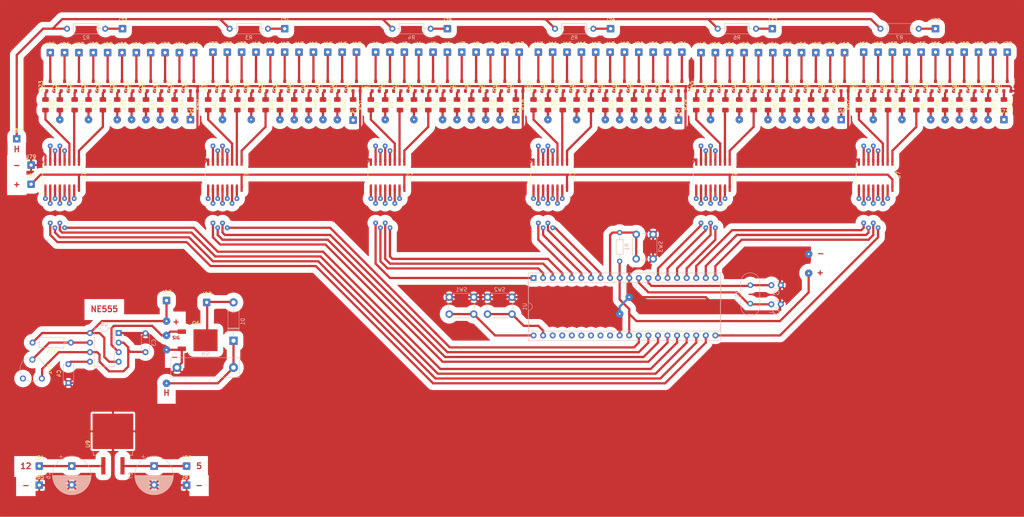
<source format=kicad_pcb>
(kicad_pcb (version 20171130) (host pcbnew "(5.1.6)-1")
  (layers (0 F.Cu signal) (31 B.Cu power) (34 B.Paste user hide) (35 F.Paste user hide) (36 B.SilkS user) (37 F.SilkS user) (38 B.Mask user hide) (39 F.Mask user hide) (44 Edge.Cuts user hide))
  (net 0 "")
  (net 1 "Net-(U1-Pad20)")
  (net 2 "Net-(U1-Pad19)")
  (net 3 "Net-(U1-Pad38)")
  (net 4 "Net-(U1-Pad18)")
  (net 5 "Net-(U1-Pad37)")
  (net 6 "Net-(U1-Pad17)")
  (net 7 "Net-(U1-Pad36)")
  (net 8 "Net-(U1-Pad16)")
  (net 9 "Net-(U1-Pad35)")
  (net 10 "Net-(U1-Pad15)")
  (net 11 "Net-(U1-Pad34)")
  (net 12 "Net-(U1-Pad14)")
  (net 13 "Net-(U1-Pad33)")
  (net 14 "Net-(U1-Pad29)")
  (net 15 "Net-(U1-Pad28)")
  (net 16 "Net-(U1-Pad8)")
  (net 17 "Net-(U1-Pad27)")
  (net 18 "Net-(U1-Pad7)")
  (net 19 "Net-(U1-Pad26)")
  (net 20 "Net-(U1-Pad6)")
  (net 21 "Net-(U1-Pad25)")
  (net 22 "Net-(U1-Pad5)")
  (net 23 "Net-(U1-Pad24)")
  (net 24 "Net-(U1-Pad4)")
  (net 25 "Net-(U1-Pad23)")
  (net 26 "Net-(U1-Pad3)")
  (net 27 "Net-(U1-Pad22)")
  (net 28 "Net-(U1-Pad2)")
  (net 29 "Net-(U1-Pad21)")
  (net 30 "Net-(U1-Pad1)")
  (net 31 GND)
  (net 32 "Net-(C1-Pad1)")
  (net 33 "Net-(C2-Pad1)")
  (net 34 "Net-(R1-Pad2)")
  (net 35 +5V)
  (net 36 "Net-(SW1-Pad1)")
  (net 37 "Net-(SW2-Pad1)")
  (net 38 "Net-(J25-Pad1)")
  (net 39 "Net-(J26-Pad1)")
  (net 40 "Net-(J27-Pad1)")
  (net 41 "Net-(R30-Pad2)")
  (net 42 "Net-(J10-Pad1)")
  (net 43 "Net-(J28-Pad1)")
  (net 44 "Net-(J29-Pad1)")
  (net 45 "Net-(J30-Pad1)")
  (net 46 "Net-(J31-Pad1)")
  (net 47 "Net-(J32-Pad1)")
  (net 48 "Net-(J33-Pad1)")
  (net 49 "Net-(J34-Pad1)")
  (net 50 "Net-(J35-Pad1)")
  (net 51 "Net-(J36-Pad1)")
  (net 52 "Net-(Q23-Pad1)")
  (net 53 "Net-(Q24-Pad1)")
  (net 54 "Net-(Q25-Pad1)")
  (net 55 "Net-(Q26-Pad1)")
  (net 56 "Net-(Q27-Pad1)")
  (net 57 "Net-(Q28-Pad1)")
  (net 58 "Net-(Q29-Pad1)")
  (net 59 "Net-(Q30-Pad1)")
  (net 60 "Net-(Q31-Pad1)")
  (net 61 "Net-(Q32-Pad1)")
  (net 62 "Net-(Q33-Pad1)")
  (net 63 "Net-(R8-Pad2)")
  (net 64 "Net-(R9-Pad2)")
  (net 65 "Net-(R10-Pad2)")
  (net 66 "Net-(R11-Pad2)")
  (net 67 "Net-(R12-Pad2)")
  (net 68 "Net-(R13-Pad2)")
  (net 69 "Net-(R14-Pad2)")
  (net 70 "Net-(R15-Pad2)")
  (net 71 "Net-(R16-Pad2)")
  (net 72 "Net-(R17-Pad2)")
  (net 73 "Net-(R19-Pad2)")
  (net 74 "Net-(R20-Pad2)")
  (net 75 "Net-(R21-Pad2)")
  (net 76 "Net-(R22-Pad2)")
  (net 77 "Net-(R23-Pad2)")
  (net 78 "Net-(R24-Pad2)")
  (net 79 "Net-(R25-Pad2)")
  (net 80 "Net-(R26-Pad2)")
  (net 81 "Net-(R27-Pad2)")
  (net 82 "Net-(R28-Pad2)")
  (net 83 "Net-(R31-Pad2)")
  (net 84 "Net-(R32-Pad2)")
  (net 85 "Net-(R33-Pad2)")
  (net 86 "Net-(R34-Pad2)")
  (net 87 "Net-(R35-Pad2)")
  (net 88 "Net-(R36-Pad2)")
  (net 89 "Net-(R37-Pad2)")
  (net 90 "Net-(R38-Pad2)")
  (net 91 "Net-(R39-Pad2)")
  (net 92 "Net-(R41-Pad2)")
  (net 93 "Net-(R42-Pad2)")
  (net 94 "Net-(R43-Pad2)")
  (net 95 "Net-(R44-Pad2)")
  (net 96 "Net-(R45-Pad2)")
  (net 97 "Net-(R46-Pad2)")
  (net 98 "Net-(R47-Pad2)")
  (net 99 "Net-(R48-Pad2)")
  (net 100 "Net-(R49-Pad2)")
  (net 101 "Net-(R50-Pad2)")
  (net 102 "Net-(R52-Pad2)")
  (net 103 "Net-(R53-Pad2)")
  (net 104 "Net-(R54-Pad2)")
  (net 105 "Net-(R55-Pad2)")
  (net 106 "Net-(R56-Pad2)")
  (net 107 "Net-(R57-Pad2)")
  (net 108 "Net-(R58-Pad2)")
  (net 109 "Net-(R59-Pad2)")
  (net 110 "Net-(R60-Pad2)")
  (net 111 "Net-(R61-Pad2)")
  (net 112 "Net-(R63-Pad2)")
  (net 113 "Net-(R64-Pad2)")
  (net 114 "Net-(R65-Pad2)")
  (net 115 "Net-(R66-Pad2)")
  (net 116 "Net-(R67-Pad2)")
  (net 117 "Net-(R68-Pad2)")
  (net 118 "Net-(R69-Pad2)")
  (net 119 "Net-(R70-Pad2)")
  (net 120 "Net-(R71-Pad2)")
  (net 121 "Net-(R72-Pad2)")
  (net 122 "Net-(J1-Pad1)")
  (net 123 "Net-(J2-Pad1)")
  (net 124 "Net-(J3-Pad1)")
  (net 125 "Net-(J4-Pad1)")
  (net 126 "Net-(J5-Pad1)")
  (net 127 "Net-(J6-Pad1)")
  (net 128 "Net-(J7-Pad1)")
  (net 129 "Net-(J8-Pad1)")
  (net 130 "Net-(J9-Pad1)")
  (net 131 "Net-(J11-Pad1)")
  (net 132 "Net-(J12-Pad1)")
  (net 133 "Net-(J13-Pad1)")
  (net 134 "Net-(J14-Pad1)")
  (net 135 "Net-(J15-Pad1)")
  (net 136 "Net-(J16-Pad1)")
  (net 137 "Net-(J17-Pad1)")
  (net 138 "Net-(J18-Pad1)")
  (net 139 "Net-(J19-Pad1)")
  (net 140 "Net-(J20-Pad1)")
  (net 141 "Net-(J21-Pad1)")
  (net 142 "Net-(J22-Pad1)")
  (net 143 "Net-(J23-Pad1)")
  (net 144 "Net-(J24-Pad1)")
  (net 145 "Net-(J37-Pad1)")
  (net 146 "Net-(J38-Pad1)")
  (net 147 "Net-(J39-Pad1)")
  (net 148 "Net-(J40-Pad1)")
  (net 149 "Net-(J41-Pad1)")
  (net 150 "Net-(J42-Pad1)")
  (net 151 "Net-(J43-Pad1)")
  (net 152 "Net-(J44-Pad1)")
  (net 153 "Net-(J45-Pad1)")
  (net 154 "Net-(J46-Pad1)")
  (net 155 "Net-(J47-Pad1)")
  (net 156 "Net-(J48-Pad1)")
  (net 157 "Net-(J49-Pad1)")
  (net 158 "Net-(J50-Pad1)")
  (net 159 "Net-(J51-Pad1)")
  (net 160 "Net-(J52-Pad1)")
  (net 161 "Net-(J53-Pad1)")
  (net 162 "Net-(J54-Pad1)")
  (net 163 "Net-(J55-Pad1)")
  (net 164 "Net-(J56-Pad1)")
  (net 165 "Net-(J57-Pad1)")
  (net 166 "Net-(J58-Pad1)")
  (net 167 "Net-(J59-Pad1)")
  (net 168 "Net-(J60-Pad1)")
  (net 169 "Net-(J61-Pad1)")
  (net 170 "Net-(J62-Pad1)")
  (net 171 "Net-(J63-Pad1)")
  (net 172 "Net-(J64-Pad1)")
  (net 173 "Net-(J65-Pad1)")
  (net 174 "Net-(J66-Pad1)")
  (net 175 "Net-(J67-Pad1)")
  (net 176 "Net-(J68-Pad1)")
  (net 177 "Net-(J69-Pad1)")
  (net 178 "Net-(J70-Pad1)")
  (net 179 "Net-(J71-Pad1)")
  (net 180 "Net-(J72-Pad1)")
  (net 181 "Net-(J73-Pad1)")
  (net 182 "Net-(J74-Pad1)")
  (net 183 "Net-(J75-Pad1)")
  (net 184 "Net-(J76-Pad1)")
  (net 185 "Net-(J77-Pad1)")
  (net 186 "Net-(J78-Pad1)")
  (net 187 VD)
  (net 188 "Net-(Q1-Pad1)")
  (net 189 "Net-(Q2-Pad1)")
  (net 190 "Net-(Q3-Pad1)")
  (net 191 "Net-(Q4-Pad1)")
  (net 192 "Net-(Q5-Pad1)")
  (net 193 "Net-(Q6-Pad1)")
  (net 194 "Net-(Q7-Pad1)")
  (net 195 "Net-(Q8-Pad1)")
  (net 196 "Net-(Q9-Pad1)")
  (net 197 "Net-(Q10-Pad1)")
  (net 198 "Net-(Q11-Pad1)")
  (net 199 "Net-(Q12-Pad1)")
  (net 200 "Net-(Q13-Pad1)")
  (net 201 "Net-(Q14-Pad1)")
  (net 202 "Net-(Q15-Pad1)")
  (net 203 "Net-(Q16-Pad1)")
  (net 204 "Net-(Q17-Pad1)")
  (net 205 "Net-(Q18-Pad1)")
  (net 206 "Net-(Q19-Pad1)")
  (net 207 "Net-(Q20-Pad1)")
  (net 208 "Net-(Q21-Pad1)")
  (net 209 "Net-(Q22-Pad1)")
  (net 210 "Net-(Q34-Pad1)")
  (net 211 "Net-(Q35-Pad1)")
  (net 212 "Net-(Q36-Pad1)")
  (net 213 "Net-(Q37-Pad1)")
  (net 214 "Net-(Q38-Pad1)")
  (net 215 "Net-(Q39-Pad1)")
  (net 216 "Net-(Q40-Pad1)")
  (net 217 "Net-(Q41-Pad1)")
  (net 218 "Net-(Q42-Pad1)")
  (net 219 "Net-(Q43-Pad1)")
  (net 220 "Net-(Q44-Pad1)")
  (net 221 "Net-(Q45-Pad1)")
  (net 222 "Net-(Q46-Pad1)")
  (net 223 "Net-(Q47-Pad1)")
  (net 224 "Net-(Q48-Pad1)")
  (net 225 "Net-(Q49-Pad1)")
  (net 226 "Net-(Q50-Pad1)")
  (net 227 "Net-(Q51-Pad1)")
  (net 228 "Net-(Q52-Pad1)")
  (net 229 "Net-(Q53-Pad1)")
  (net 230 "Net-(Q54-Pad1)")
  (net 231 "Net-(Q55-Pad1)")
  (net 232 "Net-(Q56-Pad1)")
  (net 233 "Net-(Q57-Pad1)")
  (net 234 "Net-(Q58-Pad1)")
  (net 235 "Net-(Q59-Pad1)")
  (net 236 "Net-(Q60-Pad1)")
  (net 237 "Net-(Q61-Pad1)")
  (net 238 "Net-(Q62-Pad1)")
  (net 239 "Net-(Q63-Pad1)")
  (net 240 "Net-(Q64-Pad1)")
  (net 241 "Net-(Q65-Pad1)")
  (net 242 "Net-(Q66-Pad1)")
  (net 243 "Net-(U1-Pad32)")
  (net 244 "Net-(C4-Pad1)")
  (net 245 "Net-(D1-Pad2)")
  (net 246 +12V)
  (net 247 "Net-(Q67-Pad1)")
  (net 248 "Net-(R74-Pad2)")
  (net 249 "Net-(RV1-Pad1)")
  (net 250 "Net-(RV1-Pad3)")
  (module Connector_Wire:SolderWire-0.25sqmm_1x01_D0.65mm_OD2mm (layer F.Cu) (at 62.23 136.398)
    (fp_text reference J86 (at 0 -2.2) (layer F.SilkS))
    (fp_text value Conn_01x01)
    (pad 1 thru_hole roundrect (at 0 0) (size 2 2) (drill 0.85) (layers *.Cu *.Mask) (roundrect_rratio 0.125) (net 35 +5V))
  )
  (module Connector_Wire:SolderWire-0.25sqmm_1x01_D0.65mm_OD2mm (layer F.Cu) (at 62.23 141.478)
    (fp_text reference J87 (at 0 -2.2) (layer F.SilkS))
    (fp_text value Conn_01x01)
    (pad 1 thru_hole roundrect (at 0 0) (size 2 2) (drill 0.85) (layers *.Cu *.Mask) (roundrect_rratio 0.125) (net 31 GND))
  )
  (module Connector_Wire:SolderWire-0.25sqmm_1x01_D0.65mm_OD2mm (layer F.Cu) (at 23.114 136.398)
    (fp_text reference J84 (at 0 -2.2) (layer F.SilkS))
    (fp_text value Conn_01x01)
    (pad 1 thru_hole roundrect (at 0 0) (size 2 2) (drill 0.85) (layers *.Cu *.Mask) (roundrect_rratio 0.125) (net 246 +12V))
  )
  (module Connector_Wire:SolderWire-0.25sqmm_1x01_D0.65mm_OD2mm (layer F.Cu) (at 23.114 141.478)
    (fp_text reference J85 (at 0 -2.2) (layer F.SilkS))
    (fp_text value Conn_01x01)
    (pad 1 thru_hole roundrect (at 0 0) (size 2 2) (drill 0.85) (layers *.Cu *.Mask) (roundrect_rratio 0.125) (net 31 GND))
  )
  (module Package_DIP:DIP-8_W7.62mm (layer B.Cu) (at 44.196 101.092 180)
    (fp_text reference U8 (at 3.81 2.33) (layer B.SilkS) (effects (justify mirror)))
    (fp_text value NE555P)
    (pad 8 thru_hole oval (at 7.62 0 180) (size 1.6 1.6) (drill 0.8) (layers *.Cu *.Mask) (net 246 +12V))
    (pad 4 thru_hole oval (at 0 -7.62 180) (size 1.6 1.6) (drill 0.8) (layers *.Cu *.Mask) (net 246 +12V))
    (pad 7 thru_hole oval (at 7.62 -2.54 180) (size 1.6 1.6) (drill 0.8) (layers *.Cu *.Mask) (net 248 "Net-(R74-Pad2)"))
    (pad 3 thru_hole oval (at 0 -5.08 180) (size 1.6 1.6) (drill 0.8) (layers *.Cu *.Mask) (net 247 "Net-(Q67-Pad1)"))
    (pad 6 thru_hole oval (at 7.62 -5.08 180) (size 1.6 1.6) (drill 0.8) (layers *.Cu *.Mask) (net 250 "Net-(RV1-Pad3)"))
    (pad 2 thru_hole oval (at 0 -2.54 180) (size 1.6 1.6) (drill 0.8) (layers *.Cu *.Mask) (net 250 "Net-(RV1-Pad3)"))
    (pad 5 thru_hole oval (at 7.62 -7.62 180) (size 1.6 1.6) (drill 0.8) (layers *.Cu *.Mask) (net 244 "Net-(C4-Pad1)"))
    (pad 1 thru_hole rect (at 0 0 180) (size 1.6 1.6) (drill 0.8) (layers *.Cu *.Mask) (net 31 GND))
  )
  (module Capacitor_THT:C_Disc_D4.3mm_W1.9mm_P5.00mm (layer B.Cu) (at 51.308 106.172 90)
    (fp_text reference C3 (at 2.5 2.2 90) (layer B.SilkS) (effects (justify mirror)))
    (fp_text value C)
    (pad 2 thru_hole circle (at 5 0 90) (size 1.6 1.6) (drill 0.8) (layers *.Cu *.Mask) (net 31 GND))
    (pad 1 thru_hole circle (at 0 0 90) (size 1.6 1.6) (drill 0.8) (layers *.Cu *.Mask) (net 250 "Net-(RV1-Pad3)"))
  )
  (module Connector_Wire:SolderWire-0.25sqmm_1x01_D0.65mm_OD2mm (layer F.Cu) (at 67.564 92.964)
    (fp_text reference J83 (at 0 -2.2) (layer F.SilkS))
    (fp_text value Conn_01x01)
    (pad 1 thru_hole roundrect (at 0 0) (size 2 2) (drill 0.85) (layers *.Cu *.Mask) (roundrect_rratio 0.125) (net 245 "Net-(D1-Pad2)"))
  )
  (module Connector_Wire:SolderWire-0.25sqmm_1x01_D0.65mm_OD2mm (layer F.Cu) (at 56.896 92.456)
    (fp_text reference J82 (at 0 -2.2) (layer F.SilkS))
    (fp_text value Conn_01x01)
    (pad 1 thru_hole roundrect (at 0 0) (size 2 2) (drill 0.85) (layers *.Cu *.Mask) (roundrect_rratio 0.125) (net 246 +12V))
  )
  (module Resistor_THT:R_Axial_DIN0204_L3.6mm_D1.6mm_P7.62mm_Horizontal (layer B.Cu) (at 177.165 82.042 90)
    (fp_text reference R1 (at 3.81 1.92 90) (layer B.SilkS) (effects (justify mirror)))
    (fp_text value R)
    (pad 2 thru_hole oval (at 7.62 0 90) (size 1.4 1.4) (drill 0.7) (layers *.Cu *.Mask) (net 34 "Net-(R1-Pad2)"))
    (pad 1 thru_hole circle (at 0 0 90) (size 1.4 1.4) (drill 0.7) (layers *.Cu *.Mask) (net 35 +5V))
  )
  (module Resistor_THT:R_Axial_DIN0207_L6.3mm_D2.5mm_P10.16mm_Horizontal (layer B.Cu) (at 73.66 20.32)
    (fp_text reference R3 (at 5.08 2.37) (layer B.SilkS) (effects (justify mirror)))
    (fp_text value R)
    (pad 1 thru_hole circle (at 0 0) (size 1.6 1.6) (drill 0.8) (layers *.Cu *.Mask) (net 187 VD))
    (pad 2 thru_hole oval (at 10.16 0) (size 1.6 1.6) (drill 0.8) (layers *.Cu *.Mask) (net 182 "Net-(J74-Pad1)"))
  )
  (module Connector_Wire:SolderWire-0.25sqmm_1x01_D0.65mm_OD2mm (layer F.Cu) (at 174.752 20.32)
    (fp_text reference J76 (at 0 -2.2) (layer F.SilkS))
    (fp_text value Conn_01x01)
    (pad 1 thru_hole roundrect (at 0 0) (size 2 2) (drill 0.85) (layers *.Cu *.Mask) (roundrect_rratio 0.125) (net 184 "Net-(J76-Pad1)"))
  )
  (module Button_Switch_THT:SW_PUSH_6mm (layer B.Cu) (at 186.055 81.407 90)
    (fp_text reference SW3 (at 3.25 2 90) (layer B.SilkS) (effects (justify mirror)))
    (fp_text value SW_MEC_5G)
    (pad 1 thru_hole circle (at 6.5 0) (size 2 2) (drill 1.1) (layers *.Cu *.Mask) (net 31 GND))
    (pad 2 thru_hole circle (at 6.5 -4.5) (size 2 2) (drill 1.1) (layers *.Cu *.Mask) (net 34 "Net-(R1-Pad2)"))
    (pad 1 thru_hole circle (at 0 0) (size 2 2) (drill 1.1) (layers *.Cu *.Mask) (net 31 GND))
    (pad 2 thru_hole circle (at 0 -4.5) (size 2 2) (drill 1.1) (layers *.Cu *.Mask) (net 34 "Net-(R1-Pad2)"))
  )
  (module Button_Switch_THT:SW_PUSH_6mm (layer B.Cu) (at 148.59 91.567 180)
    (fp_text reference SW2 (at 3.25 2) (layer B.SilkS) (effects (justify mirror)))
    (fp_text value SW_MEC_5G)
    (pad 1 thru_hole circle (at 6.5 0 90) (size 2 2) (drill 1.1) (layers *.Cu *.Mask) (net 31 GND))
    (pad 2 thru_hole circle (at 6.5 -4.5 90) (size 2 2) (drill 1.1) (layers *.Cu *.Mask) (net 37 "Net-(SW2-Pad1)"))
    (pad 1 thru_hole circle (at 0 0 90) (size 2 2) (drill 1.1) (layers *.Cu *.Mask) (net 31 GND))
    (pad 2 thru_hole circle (at 0 -4.5 90) (size 2 2) (drill 1.1) (layers *.Cu *.Mask) (net 37 "Net-(SW2-Pad1)"))
  )
  (module Button_Switch_THT:SW_PUSH_6mm (layer B.Cu) (at 138.43 91.567 180)
    (fp_text reference SW1 (at 3.25 2) (layer B.SilkS) (effects (justify mirror)))
    (fp_text value SW_MEC_5G)
    (pad 1 thru_hole circle (at 6.5 0 90) (size 2 2) (drill 1.1) (layers *.Cu *.Mask) (net 31 GND))
    (pad 2 thru_hole circle (at 6.5 -4.5 90) (size 2 2) (drill 1.1) (layers *.Cu *.Mask) (net 36 "Net-(SW1-Pad1)"))
    (pad 1 thru_hole circle (at 0 0 90) (size 2 2) (drill 1.1) (layers *.Cu *.Mask) (net 31 GND))
    (pad 2 thru_hole circle (at 0 -4.5 90) (size 2 2) (drill 1.1) (layers *.Cu *.Mask) (net 36 "Net-(SW1-Pad1)"))
  )
  (module Resistor_SMD:R_1206_3216Metric (layer F.Cu) (at 279.146 40.513 270)
    (fp_text reference R73 (at 0 -1.82 90) (layer F.SilkS))
    (fp_text value R)
    (pad 2 smd roundrect (at 1.4 0 270) (size 1.25 1.75) (layers F.Cu F.Paste F.Mask) (roundrect_rratio 0.2) (net 179 "Net-(J71-Pad1)"))
    (pad 1 smd roundrect (at -1.4 0 270) (size 1.25 1.75) (layers F.Cu F.Paste F.Mask) (roundrect_rratio 0.2) (net 242 "Net-(Q66-Pad1)"))
  )
  (module Resistor_SMD:R_1206_3216Metric (layer F.Cu) (at 274.955 40.513 270)
    (fp_text reference R72 (at 0 -1.82 90) (layer F.SilkS))
    (fp_text value R)
    (pad 2 smd roundrect (at 1.4 0 270) (size 1.25 1.75) (layers F.Cu F.Paste F.Mask) (roundrect_rratio 0.2) (net 121 "Net-(R72-Pad2)"))
    (pad 1 smd roundrect (at -1.4 0 270) (size 1.25 1.75) (layers F.Cu F.Paste F.Mask) (roundrect_rratio 0.2) (net 241 "Net-(Q65-Pad1)"))
  )
  (module Resistor_SMD:R_1206_3216Metric (layer F.Cu) (at 271.145 40.513 270)
    (fp_text reference R71 (at 0 -1.82 90) (layer F.SilkS))
    (fp_text value R)
    (pad 2 smd roundrect (at 1.4 0 270) (size 1.25 1.75) (layers F.Cu F.Paste F.Mask) (roundrect_rratio 0.2) (net 120 "Net-(R71-Pad2)"))
    (pad 1 smd roundrect (at -1.4 0 270) (size 1.25 1.75) (layers F.Cu F.Paste F.Mask) (roundrect_rratio 0.2) (net 240 "Net-(Q64-Pad1)"))
  )
  (module Resistor_SMD:R_1206_3216Metric (layer F.Cu) (at 267.335 40.513 270)
    (fp_text reference R70 (at 0 -1.82 90) (layer F.SilkS))
    (fp_text value R)
    (pad 2 smd roundrect (at 1.4 0 270) (size 1.25 1.75) (layers F.Cu F.Paste F.Mask) (roundrect_rratio 0.2) (net 119 "Net-(R70-Pad2)"))
    (pad 1 smd roundrect (at -1.4 0 270) (size 1.25 1.75) (layers F.Cu F.Paste F.Mask) (roundrect_rratio 0.2) (net 239 "Net-(Q63-Pad1)"))
  )
  (module Resistor_SMD:R_1206_3216Metric (layer F.Cu) (at 263.525 40.513 270)
    (fp_text reference R69 (at 0 -1.82 90) (layer F.SilkS))
    (fp_text value R)
    (pad 2 smd roundrect (at 1.4 0 270) (size 1.25 1.75) (layers F.Cu F.Paste F.Mask) (roundrect_rratio 0.2) (net 118 "Net-(R69-Pad2)"))
    (pad 1 smd roundrect (at -1.4 0 270) (size 1.25 1.75) (layers F.Cu F.Paste F.Mask) (roundrect_rratio 0.2) (net 238 "Net-(Q62-Pad1)"))
  )
  (module Resistor_SMD:R_1206_3216Metric (layer F.Cu) (at 259.715 40.513 270)
    (fp_text reference R68 (at 0 -1.82 90) (layer F.SilkS))
    (fp_text value R)
    (pad 2 smd roundrect (at 1.4 0 270) (size 1.25 1.75) (layers F.Cu F.Paste F.Mask) (roundrect_rratio 0.2) (net 117 "Net-(R68-Pad2)"))
    (pad 1 smd roundrect (at -1.4 0 270) (size 1.25 1.75) (layers F.Cu F.Paste F.Mask) (roundrect_rratio 0.2) (net 237 "Net-(Q61-Pad1)"))
  )
  (module Resistor_SMD:R_1206_3216Metric (layer F.Cu) (at 255.905 40.513 270)
    (fp_text reference R67 (at 0 -1.82 90) (layer F.SilkS))
    (fp_text value R)
    (pad 2 smd roundrect (at 1.4 0 270) (size 1.25 1.75) (layers F.Cu F.Paste F.Mask) (roundrect_rratio 0.2) (net 116 "Net-(R67-Pad2)"))
    (pad 1 smd roundrect (at -1.4 0 270) (size 1.25 1.75) (layers F.Cu F.Paste F.Mask) (roundrect_rratio 0.2) (net 236 "Net-(Q60-Pad1)"))
  )
  (module Resistor_SMD:R_1206_3216Metric (layer F.Cu) (at 252.095 40.513 270)
    (fp_text reference R66 (at 0 -1.82 90) (layer F.SilkS))
    (fp_text value R)
    (pad 2 smd roundrect (at 1.4 0 270) (size 1.25 1.75) (layers F.Cu F.Paste F.Mask) (roundrect_rratio 0.2) (net 115 "Net-(R66-Pad2)"))
    (pad 1 smd roundrect (at -1.4 0 270) (size 1.25 1.75) (layers F.Cu F.Paste F.Mask) (roundrect_rratio 0.2) (net 235 "Net-(Q59-Pad1)"))
  )
  (module Resistor_SMD:R_1206_3216Metric (layer F.Cu) (at 248.412 40.513 270)
    (fp_text reference R65 (at 0 -1.82 90) (layer F.SilkS))
    (fp_text value R)
    (pad 2 smd roundrect (at 1.4 0 270) (size 1.25 1.75) (layers F.Cu F.Paste F.Mask) (roundrect_rratio 0.2) (net 114 "Net-(R65-Pad2)"))
    (pad 1 smd roundrect (at -1.4 0 270) (size 1.25 1.75) (layers F.Cu F.Paste F.Mask) (roundrect_rratio 0.2) (net 234 "Net-(Q58-Pad1)"))
  )
  (module Resistor_SMD:R_1206_3216Metric (layer F.Cu) (at 244.475 40.513 270)
    (fp_text reference R64 (at 0 -1.82 90) (layer F.SilkS))
    (fp_text value R)
    (pad 2 smd roundrect (at 1.4 0 270) (size 1.25 1.75) (layers F.Cu F.Paste F.Mask) (roundrect_rratio 0.2) (net 113 "Net-(R64-Pad2)"))
    (pad 1 smd roundrect (at -1.4 0 270) (size 1.25 1.75) (layers F.Cu F.Paste F.Mask) (roundrect_rratio 0.2) (net 233 "Net-(Q57-Pad1)"))
  )
  (module Resistor_SMD:R_1206_3216Metric (layer F.Cu) (at 240.665 40.513 270)
    (fp_text reference R63 (at 0 -1.82 90) (layer F.SilkS))
    (fp_text value R)
    (pad 2 smd roundrect (at 1.4 0 270) (size 1.25 1.75) (layers F.Cu F.Paste F.Mask) (roundrect_rratio 0.2) (net 112 "Net-(R63-Pad2)"))
    (pad 1 smd roundrect (at -1.4 0 270) (size 1.25 1.75) (layers F.Cu F.Paste F.Mask) (roundrect_rratio 0.2) (net 232 "Net-(Q56-Pad1)"))
  )
  (module Resistor_SMD:R_1206_3216Metric (layer F.Cu) (at 235.966 40.513 270)
    (fp_text reference R62 (at 0 -1.82 90) (layer F.SilkS))
    (fp_text value R)
    (pad 2 smd roundrect (at 1.4 0 270) (size 1.25 1.75) (layers F.Cu F.Paste F.Mask) (roundrect_rratio 0.2) (net 167 "Net-(J59-Pad1)"))
    (pad 1 smd roundrect (at -1.4 0 270) (size 1.25 1.75) (layers F.Cu F.Paste F.Mask) (roundrect_rratio 0.2) (net 231 "Net-(Q55-Pad1)"))
  )
  (module Resistor_SMD:R_1206_3216Metric (layer F.Cu) (at 231.775 40.513 270)
    (fp_text reference R61 (at 0 -1.82 90) (layer F.SilkS))
    (fp_text value R)
    (pad 2 smd roundrect (at 1.4 0 270) (size 1.25 1.75) (layers F.Cu F.Paste F.Mask) (roundrect_rratio 0.2) (net 111 "Net-(R61-Pad2)"))
    (pad 1 smd roundrect (at -1.4 0 270) (size 1.25 1.75) (layers F.Cu F.Paste F.Mask) (roundrect_rratio 0.2) (net 230 "Net-(Q54-Pad1)"))
  )
  (module Resistor_SMD:R_1206_3216Metric (layer F.Cu) (at 227.965 40.513 270)
    (fp_text reference R60 (at 0 -1.82 90) (layer F.SilkS))
    (fp_text value R)
    (pad 2 smd roundrect (at 1.4 0 270) (size 1.25 1.75) (layers F.Cu F.Paste F.Mask) (roundrect_rratio 0.2) (net 110 "Net-(R60-Pad2)"))
    (pad 1 smd roundrect (at -1.4 0 270) (size 1.25 1.75) (layers F.Cu F.Paste F.Mask) (roundrect_rratio 0.2) (net 229 "Net-(Q53-Pad1)"))
  )
  (module Resistor_SMD:R_1206_3216Metric (layer F.Cu) (at 224.155 40.513 270)
    (fp_text reference R59 (at 0 -1.82 90) (layer F.SilkS))
    (fp_text value R)
    (pad 2 smd roundrect (at 1.4 0 270) (size 1.25 1.75) (layers F.Cu F.Paste F.Mask) (roundrect_rratio 0.2) (net 109 "Net-(R59-Pad2)"))
    (pad 1 smd roundrect (at -1.4 0 270) (size 1.25 1.75) (layers F.Cu F.Paste F.Mask) (roundrect_rratio 0.2) (net 228 "Net-(Q52-Pad1)"))
  )
  (module Resistor_SMD:R_1206_3216Metric (layer F.Cu) (at 220.345 40.513 270)
    (fp_text reference R58 (at 0 -1.82 90) (layer F.SilkS))
    (fp_text value R)
    (pad 2 smd roundrect (at 1.4 0 270) (size 1.25 1.75) (layers F.Cu F.Paste F.Mask) (roundrect_rratio 0.2) (net 108 "Net-(R58-Pad2)"))
    (pad 1 smd roundrect (at -1.4 0 270) (size 1.25 1.75) (layers F.Cu F.Paste F.Mask) (roundrect_rratio 0.2) (net 227 "Net-(Q51-Pad1)"))
  )
  (module Resistor_SMD:R_1206_3216Metric (layer F.Cu) (at 216.535 40.513 270)
    (fp_text reference R57 (at 0 -1.82 90) (layer F.SilkS))
    (fp_text value R)
    (pad 2 smd roundrect (at 1.4 0 270) (size 1.25 1.75) (layers F.Cu F.Paste F.Mask) (roundrect_rratio 0.2) (net 107 "Net-(R57-Pad2)"))
    (pad 1 smd roundrect (at -1.4 0 270) (size 1.25 1.75) (layers F.Cu F.Paste F.Mask) (roundrect_rratio 0.2) (net 226 "Net-(Q50-Pad1)"))
  )
  (module Resistor_SMD:R_1206_3216Metric (layer F.Cu) (at 212.725 40.513 270)
    (fp_text reference R56 (at 0 -1.82 90) (layer F.SilkS))
    (fp_text value R)
    (pad 2 smd roundrect (at 1.4 0 270) (size 1.25 1.75) (layers F.Cu F.Paste F.Mask) (roundrect_rratio 0.2) (net 106 "Net-(R56-Pad2)"))
    (pad 1 smd roundrect (at -1.4 0 270) (size 1.25 1.75) (layers F.Cu F.Paste F.Mask) (roundrect_rratio 0.2) (net 225 "Net-(Q49-Pad1)"))
  )
  (module Resistor_SMD:R_1206_3216Metric (layer F.Cu) (at 208.915 40.513 270)
    (fp_text reference R55 (at 0 -1.82 90) (layer F.SilkS))
    (fp_text value R)
    (pad 2 smd roundrect (at 1.4 0 270) (size 1.25 1.75) (layers F.Cu F.Paste F.Mask) (roundrect_rratio 0.2) (net 105 "Net-(R55-Pad2)"))
    (pad 1 smd roundrect (at -1.4 0 270) (size 1.25 1.75) (layers F.Cu F.Paste F.Mask) (roundrect_rratio 0.2) (net 224 "Net-(Q48-Pad1)"))
  )
  (module Resistor_SMD:R_1206_3216Metric (layer F.Cu) (at 205.232 40.513 270)
    (fp_text reference R54 (at 0 -1.82 90) (layer F.SilkS))
    (fp_text value R)
    (pad 2 smd roundrect (at 1.4 0 270) (size 1.25 1.75) (layers F.Cu F.Paste F.Mask) (roundrect_rratio 0.2) (net 104 "Net-(R54-Pad2)"))
    (pad 1 smd roundrect (at -1.4 0 270) (size 1.25 1.75) (layers F.Cu F.Paste F.Mask) (roundrect_rratio 0.2) (net 223 "Net-(Q47-Pad1)"))
  )
  (module Resistor_SMD:R_1206_3216Metric (layer F.Cu) (at 201.295 40.513 270)
    (fp_text reference R53 (at 0 -1.82 90) (layer F.SilkS))
    (fp_text value R)
    (pad 2 smd roundrect (at 1.4 0 270) (size 1.25 1.75) (layers F.Cu F.Paste F.Mask) (roundrect_rratio 0.2) (net 103 "Net-(R53-Pad2)"))
    (pad 1 smd roundrect (at -1.4 0 270) (size 1.25 1.75) (layers F.Cu F.Paste F.Mask) (roundrect_rratio 0.2) (net 222 "Net-(Q46-Pad1)"))
  )
  (module Resistor_SMD:R_1206_3216Metric (layer F.Cu) (at 197.485 40.513 270)
    (fp_text reference R52 (at 0 -1.82 90) (layer F.SilkS))
    (fp_text value R)
    (pad 2 smd roundrect (at 1.4 0 270) (size 1.25 1.75) (layers F.Cu F.Paste F.Mask) (roundrect_rratio 0.2) (net 102 "Net-(R52-Pad2)"))
    (pad 1 smd roundrect (at -1.4 0 270) (size 1.25 1.75) (layers F.Cu F.Paste F.Mask) (roundrect_rratio 0.2) (net 221 "Net-(Q45-Pad1)"))
  )
  (module Resistor_SMD:R_1206_3216Metric (layer F.Cu) (at 106.426 40.513 270)
    (fp_text reference R51 (at 0 -1.82 90) (layer F.SilkS))
    (fp_text value R)
    (pad 2 smd roundrect (at 1.4 0 270) (size 1.25 1.75) (layers F.Cu F.Paste F.Mask) (roundrect_rratio 0.2) (net 155 "Net-(J47-Pad1)"))
    (pad 1 smd roundrect (at -1.4 0 270) (size 1.25 1.75) (layers F.Cu F.Paste F.Mask) (roundrect_rratio 0.2) (net 220 "Net-(Q44-Pad1)"))
  )
  (module Resistor_SMD:R_1206_3216Metric (layer F.Cu) (at 102.235 40.513 270)
    (fp_text reference R50 (at 0 -1.82 90) (layer F.SilkS))
    (fp_text value R)
    (pad 2 smd roundrect (at 1.4 0 270) (size 1.25 1.75) (layers F.Cu F.Paste F.Mask) (roundrect_rratio 0.2) (net 101 "Net-(R50-Pad2)"))
    (pad 1 smd roundrect (at -1.4 0 270) (size 1.25 1.75) (layers F.Cu F.Paste F.Mask) (roundrect_rratio 0.2) (net 219 "Net-(Q43-Pad1)"))
  )
  (module Resistor_SMD:R_1206_3216Metric (layer F.Cu) (at 98.425 40.513 270)
    (fp_text reference R49 (at 0 -1.82 90) (layer F.SilkS))
    (fp_text value R)
    (pad 2 smd roundrect (at 1.4 0 270) (size 1.25 1.75) (layers F.Cu F.Paste F.Mask) (roundrect_rratio 0.2) (net 100 "Net-(R49-Pad2)"))
    (pad 1 smd roundrect (at -1.4 0 270) (size 1.25 1.75) (layers F.Cu F.Paste F.Mask) (roundrect_rratio 0.2) (net 218 "Net-(Q42-Pad1)"))
  )
  (module Resistor_SMD:R_1206_3216Metric (layer F.Cu) (at 94.615 40.513 270)
    (fp_text reference R48 (at 0 -1.82 90) (layer F.SilkS))
    (fp_text value R)
    (pad 2 smd roundrect (at 1.4 0 270) (size 1.25 1.75) (layers F.Cu F.Paste F.Mask) (roundrect_rratio 0.2) (net 99 "Net-(R48-Pad2)"))
    (pad 1 smd roundrect (at -1.4 0 270) (size 1.25 1.75) (layers F.Cu F.Paste F.Mask) (roundrect_rratio 0.2) (net 217 "Net-(Q41-Pad1)"))
  )
  (module Resistor_SMD:R_1206_3216Metric (layer F.Cu) (at 90.805 40.513 270)
    (fp_text reference R47 (at 0 -1.82 90) (layer F.SilkS))
    (fp_text value R)
    (pad 2 smd roundrect (at 1.4 0 270) (size 1.25 1.75) (layers F.Cu F.Paste F.Mask) (roundrect_rratio 0.2) (net 98 "Net-(R47-Pad2)"))
    (pad 1 smd roundrect (at -1.4 0 270) (size 1.25 1.75) (layers F.Cu F.Paste F.Mask) (roundrect_rratio 0.2) (net 216 "Net-(Q40-Pad1)"))
  )
  (module Resistor_SMD:R_1206_3216Metric (layer F.Cu) (at 86.995 40.513 270)
    (fp_text reference R46 (at 0 -1.82 90) (layer F.SilkS))
    (fp_text value R)
    (pad 2 smd roundrect (at 1.4 0 270) (size 1.25 1.75) (layers F.Cu F.Paste F.Mask) (roundrect_rratio 0.2) (net 97 "Net-(R46-Pad2)"))
    (pad 1 smd roundrect (at -1.4 0 270) (size 1.25 1.75) (layers F.Cu F.Paste F.Mask) (roundrect_rratio 0.2) (net 215 "Net-(Q39-Pad1)"))
  )
  (module Resistor_SMD:R_1206_3216Metric (layer F.Cu) (at 83.185 40.513 270)
    (fp_text reference R45 (at 0 -1.82 90) (layer F.SilkS))
    (fp_text value R)
    (pad 2 smd roundrect (at 1.4 0 270) (size 1.25 1.75) (layers F.Cu F.Paste F.Mask) (roundrect_rratio 0.2) (net 96 "Net-(R45-Pad2)"))
    (pad 1 smd roundrect (at -1.4 0 270) (size 1.25 1.75) (layers F.Cu F.Paste F.Mask) (roundrect_rratio 0.2) (net 214 "Net-(Q38-Pad1)"))
  )
  (module Resistor_SMD:R_1206_3216Metric (layer F.Cu) (at 79.375 40.513 270)
    (fp_text reference R44 (at 0 -1.82 90) (layer F.SilkS))
    (fp_text value R)
    (pad 2 smd roundrect (at 1.4 0 270) (size 1.25 1.75) (layers F.Cu F.Paste F.Mask) (roundrect_rratio 0.2) (net 95 "Net-(R44-Pad2)"))
    (pad 1 smd roundrect (at -1.4 0 270) (size 1.25 1.75) (layers F.Cu F.Paste F.Mask) (roundrect_rratio 0.2) (net 213 "Net-(Q37-Pad1)"))
  )
  (module Resistor_SMD:R_1206_3216Metric (layer F.Cu) (at 75.692 40.513 270)
    (fp_text reference R43 (at 0 -1.82 90) (layer F.SilkS))
    (fp_text value R)
    (pad 2 smd roundrect (at 1.4 0 270) (size 1.25 1.75) (layers F.Cu F.Paste F.Mask) (roundrect_rratio 0.2) (net 94 "Net-(R43-Pad2)"))
    (pad 1 smd roundrect (at -1.4 0 270) (size 1.25 1.75) (layers F.Cu F.Paste F.Mask) (roundrect_rratio 0.2) (net 212 "Net-(Q36-Pad1)"))
  )
  (module Resistor_SMD:R_1206_3216Metric (layer F.Cu) (at 71.755 40.513 270)
    (fp_text reference R42 (at 0 -1.82 90) (layer F.SilkS))
    (fp_text value R)
    (pad 2 smd roundrect (at 1.4 0 270) (size 1.25 1.75) (layers F.Cu F.Paste F.Mask) (roundrect_rratio 0.2) (net 93 "Net-(R42-Pad2)"))
    (pad 1 smd roundrect (at -1.4 0 270) (size 1.25 1.75) (layers F.Cu F.Paste F.Mask) (roundrect_rratio 0.2) (net 211 "Net-(Q35-Pad1)"))
  )
  (module Resistor_SMD:R_1206_3216Metric (layer F.Cu) (at 67.945 40.513 270)
    (fp_text reference R41 (at 0 -1.82 90) (layer F.SilkS))
    (fp_text value R)
    (pad 2 smd roundrect (at 1.4 0 270) (size 1.25 1.75) (layers F.Cu F.Paste F.Mask) (roundrect_rratio 0.2) (net 92 "Net-(R41-Pad2)"))
    (pad 1 smd roundrect (at -1.4 0 270) (size 1.25 1.75) (layers F.Cu F.Paste F.Mask) (roundrect_rratio 0.2) (net 210 "Net-(Q34-Pad1)"))
  )
  (module Resistor_SMD:R_1206_3216Metric (layer F.Cu) (at 63.246 40.513 270)
    (fp_text reference R40 (at 0 -1.82 90) (layer F.SilkS))
    (fp_text value R)
    (pad 2 smd roundrect (at 1.4 0 270) (size 1.25 1.75) (layers F.Cu F.Paste F.Mask) (roundrect_rratio 0.2) (net 50 "Net-(J35-Pad1)"))
    (pad 1 smd roundrect (at -1.4 0 270) (size 1.25 1.75) (layers F.Cu F.Paste F.Mask) (roundrect_rratio 0.2) (net 62 "Net-(Q33-Pad1)"))
  )
  (module Resistor_SMD:R_1206_3216Metric (layer F.Cu) (at 59.055 40.513 270)
    (fp_text reference R39 (at 0 -1.82 90) (layer F.SilkS))
    (fp_text value R)
    (pad 2 smd roundrect (at 1.4 0 270) (size 1.25 1.75) (layers F.Cu F.Paste F.Mask) (roundrect_rratio 0.2) (net 91 "Net-(R39-Pad2)"))
    (pad 1 smd roundrect (at -1.4 0 270) (size 1.25 1.75) (layers F.Cu F.Paste F.Mask) (roundrect_rratio 0.2) (net 61 "Net-(Q32-Pad1)"))
  )
  (module Resistor_SMD:R_1206_3216Metric (layer F.Cu) (at 55.245 40.513 270)
    (fp_text reference R38 (at 0 -1.82 90) (layer F.SilkS))
    (fp_text value R)
    (pad 2 smd roundrect (at 1.4 0 270) (size 1.25 1.75) (layers F.Cu F.Paste F.Mask) (roundrect_rratio 0.2) (net 90 "Net-(R38-Pad2)"))
    (pad 1 smd roundrect (at -1.4 0 270) (size 1.25 1.75) (layers F.Cu F.Paste F.Mask) (roundrect_rratio 0.2) (net 60 "Net-(Q31-Pad1)"))
  )
  (module Resistor_SMD:R_1206_3216Metric (layer F.Cu) (at 51.435 40.513 270)
    (fp_text reference R37 (at 0 -1.82 90) (layer F.SilkS))
    (fp_text value R)
    (pad 2 smd roundrect (at 1.4 0 270) (size 1.25 1.75) (layers F.Cu F.Paste F.Mask) (roundrect_rratio 0.2) (net 89 "Net-(R37-Pad2)"))
    (pad 1 smd roundrect (at -1.4 0 270) (size 1.25 1.75) (layers F.Cu F.Paste F.Mask) (roundrect_rratio 0.2) (net 59 "Net-(Q30-Pad1)"))
  )
  (module Resistor_SMD:R_1206_3216Metric (layer F.Cu) (at 47.625 40.513 270)
    (fp_text reference R36 (at 0 -1.82 90) (layer F.SilkS))
    (fp_text value R)
    (pad 2 smd roundrect (at 1.4 0 270) (size 1.25 1.75) (layers F.Cu F.Paste F.Mask) (roundrect_rratio 0.2) (net 88 "Net-(R36-Pad2)"))
    (pad 1 smd roundrect (at -1.4 0 270) (size 1.25 1.75) (layers F.Cu F.Paste F.Mask) (roundrect_rratio 0.2) (net 58 "Net-(Q29-Pad1)"))
  )
  (module Resistor_SMD:R_1206_3216Metric (layer F.Cu) (at 43.815 40.513 270)
    (fp_text reference R35 (at 0 -1.82 90) (layer F.SilkS))
    (fp_text value R)
    (pad 2 smd roundrect (at 1.4 0 270) (size 1.25 1.75) (layers F.Cu F.Paste F.Mask) (roundrect_rratio 0.2) (net 87 "Net-(R35-Pad2)"))
    (pad 1 smd roundrect (at -1.4 0 270) (size 1.25 1.75) (layers F.Cu F.Paste F.Mask) (roundrect_rratio 0.2) (net 57 "Net-(Q28-Pad1)"))
  )
  (module Resistor_SMD:R_1206_3216Metric (layer F.Cu) (at 40.005 40.513 270)
    (fp_text reference R34 (at 0 -1.82 90) (layer F.SilkS))
    (fp_text value R)
    (pad 2 smd roundrect (at 1.4 0 270) (size 1.25 1.75) (layers F.Cu F.Paste F.Mask) (roundrect_rratio 0.2) (net 86 "Net-(R34-Pad2)"))
    (pad 1 smd roundrect (at -1.4 0 270) (size 1.25 1.75) (layers F.Cu F.Paste F.Mask) (roundrect_rratio 0.2) (net 56 "Net-(Q27-Pad1)"))
  )
  (module Resistor_SMD:R_1206_3216Metric (layer F.Cu) (at 36.195 40.513 270)
    (fp_text reference R33 (at 0 -1.82 90) (layer F.SilkS))
    (fp_text value R)
    (pad 2 smd roundrect (at 1.4 0 270) (size 1.25 1.75) (layers F.Cu F.Paste F.Mask) (roundrect_rratio 0.2) (net 85 "Net-(R33-Pad2)"))
    (pad 1 smd roundrect (at -1.4 0 270) (size 1.25 1.75) (layers F.Cu F.Paste F.Mask) (roundrect_rratio 0.2) (net 55 "Net-(Q26-Pad1)"))
  )
  (module Resistor_SMD:R_1206_3216Metric (layer F.Cu) (at 32.512 40.513 270)
    (fp_text reference R32 (at 0 -1.82 90) (layer F.SilkS))
    (fp_text value R)
    (pad 2 smd roundrect (at 1.4 0 270) (size 1.25 1.75) (layers F.Cu F.Paste F.Mask) (roundrect_rratio 0.2) (net 84 "Net-(R32-Pad2)"))
    (pad 1 smd roundrect (at -1.4 0 270) (size 1.25 1.75) (layers F.Cu F.Paste F.Mask) (roundrect_rratio 0.2) (net 54 "Net-(Q25-Pad1)"))
  )
  (module Resistor_SMD:R_1206_3216Metric (layer F.Cu) (at 28.575 40.513 270)
    (fp_text reference R31 (at 0 -1.82 90) (layer F.SilkS))
    (fp_text value R)
    (pad 2 smd roundrect (at 1.4 0 270) (size 1.25 1.75) (layers F.Cu F.Paste F.Mask) (roundrect_rratio 0.2) (net 83 "Net-(R31-Pad2)"))
    (pad 1 smd roundrect (at -1.4 0 270) (size 1.25 1.75) (layers F.Cu F.Paste F.Mask) (roundrect_rratio 0.2) (net 53 "Net-(Q24-Pad1)"))
  )
  (module Resistor_SMD:R_1206_3216Metric (layer F.Cu) (at 24.765 40.513 270)
    (fp_text reference R30 (at 0 -1.82 90) (layer F.SilkS))
    (fp_text value R)
    (pad 2 smd roundrect (at 1.4 0 270) (size 1.25 1.75) (layers F.Cu F.Paste F.Mask) (roundrect_rratio 0.2) (net 41 "Net-(R30-Pad2)"))
    (pad 1 smd roundrect (at -1.4 0 270) (size 1.25 1.75) (layers F.Cu F.Paste F.Mask) (roundrect_rratio 0.2) (net 52 "Net-(Q23-Pad1)"))
  )
  (module Resistor_SMD:R_1206_3216Metric (layer F.Cu) (at 192.786 40.513 270)
    (fp_text reference R29 (at 0 -1.82 90) (layer F.SilkS))
    (fp_text value R)
    (pad 2 smd roundrect (at 1.4 0 270) (size 1.25 1.75) (layers F.Cu F.Paste F.Mask) (roundrect_rratio 0.2) (net 143 "Net-(J23-Pad1)"))
    (pad 1 smd roundrect (at -1.4 0 270) (size 1.25 1.75) (layers F.Cu F.Paste F.Mask) (roundrect_rratio 0.2) (net 209 "Net-(Q22-Pad1)"))
  )
  (module Resistor_SMD:R_1206_3216Metric (layer F.Cu) (at 188.595 40.513 270)
    (fp_text reference R28 (at 0 -1.82 90) (layer F.SilkS))
    (fp_text value R)
    (pad 2 smd roundrect (at 1.4 0 270) (size 1.25 1.75) (layers F.Cu F.Paste F.Mask) (roundrect_rratio 0.2) (net 82 "Net-(R28-Pad2)"))
    (pad 1 smd roundrect (at -1.4 0 270) (size 1.25 1.75) (layers F.Cu F.Paste F.Mask) (roundrect_rratio 0.2) (net 208 "Net-(Q21-Pad1)"))
  )
  (module Resistor_SMD:R_1206_3216Metric (layer F.Cu) (at 184.785 40.513 270)
    (fp_text reference R27 (at 0 -1.82 90) (layer F.SilkS))
    (fp_text value R)
    (pad 2 smd roundrect (at 1.4 0 270) (size 1.25 1.75) (layers F.Cu F.Paste F.Mask) (roundrect_rratio 0.2) (net 81 "Net-(R27-Pad2)"))
    (pad 1 smd roundrect (at -1.4 0 270) (size 1.25 1.75) (layers F.Cu F.Paste F.Mask) (roundrect_rratio 0.2) (net 207 "Net-(Q20-Pad1)"))
  )
  (module Resistor_SMD:R_1206_3216Metric (layer F.Cu) (at 180.975 40.513 270)
    (fp_text reference R26 (at 0 -1.82 90) (layer F.SilkS))
    (fp_text value R)
    (pad 2 smd roundrect (at 1.4 0 270) (size 1.25 1.75) (layers F.Cu F.Paste F.Mask) (roundrect_rratio 0.2) (net 80 "Net-(R26-Pad2)"))
    (pad 1 smd roundrect (at -1.4 0 270) (size 1.25 1.75) (layers F.Cu F.Paste F.Mask) (roundrect_rratio 0.2) (net 206 "Net-(Q19-Pad1)"))
  )
  (module Resistor_SMD:R_1206_3216Metric (layer F.Cu) (at 177.165 40.513 270)
    (fp_text reference R25 (at 0 -1.82 90) (layer F.SilkS))
    (fp_text value R)
    (pad 2 smd roundrect (at 1.4 0 270) (size 1.25 1.75) (layers F.Cu F.Paste F.Mask) (roundrect_rratio 0.2) (net 79 "Net-(R25-Pad2)"))
    (pad 1 smd roundrect (at -1.4 0 270) (size 1.25 1.75) (layers F.Cu F.Paste F.Mask) (roundrect_rratio 0.2) (net 205 "Net-(Q18-Pad1)"))
  )
  (module Resistor_SMD:R_1206_3216Metric (layer F.Cu) (at 173.355 40.513 270)
    (fp_text reference R24 (at 0 -1.82 90) (layer F.SilkS))
    (fp_text value R)
    (pad 2 smd roundrect (at 1.4 0 270) (size 1.25 1.75) (layers F.Cu F.Paste F.Mask) (roundrect_rratio 0.2) (net 78 "Net-(R24-Pad2)"))
    (pad 1 smd roundrect (at -1.4 0 270) (size 1.25 1.75) (layers F.Cu F.Paste F.Mask) (roundrect_rratio 0.2) (net 204 "Net-(Q17-Pad1)"))
  )
  (module Resistor_SMD:R_1206_3216Metric (layer F.Cu) (at 169.545 40.513 270)
    (fp_text reference R23 (at 0 -1.82 90) (layer F.SilkS))
    (fp_text value R)
    (pad 2 smd roundrect (at 1.4 0 270) (size 1.25 1.75) (layers F.Cu F.Paste F.Mask) (roundrect_rratio 0.2) (net 77 "Net-(R23-Pad2)"))
    (pad 1 smd roundrect (at -1.4 0 270) (size 1.25 1.75) (layers F.Cu F.Paste F.Mask) (roundrect_rratio 0.2) (net 203 "Net-(Q16-Pad1)"))
  )
  (module Resistor_SMD:R_1206_3216Metric (layer F.Cu) (at 165.735 40.513 270)
    (fp_text reference R22 (at 0 -1.82 90) (layer F.SilkS))
    (fp_text value R)
    (pad 2 smd roundrect (at 1.4 0 270) (size 1.25 1.75) (layers F.Cu F.Paste F.Mask) (roundrect_rratio 0.2) (net 76 "Net-(R22-Pad2)"))
    (pad 1 smd roundrect (at -1.4 0 270) (size 1.25 1.75) (layers F.Cu F.Paste F.Mask) (roundrect_rratio 0.2) (net 202 "Net-(Q15-Pad1)"))
  )
  (module Resistor_SMD:R_1206_3216Metric (layer F.Cu) (at 162.052 40.513 270)
    (fp_text reference R21 (at 0 -1.82 90) (layer F.SilkS))
    (fp_text value R)
    (pad 2 smd roundrect (at 1.4 0 270) (size 1.25 1.75) (layers F.Cu F.Paste F.Mask) (roundrect_rratio 0.2) (net 75 "Net-(R21-Pad2)"))
    (pad 1 smd roundrect (at -1.4 0 270) (size 1.25 1.75) (layers F.Cu F.Paste F.Mask) (roundrect_rratio 0.2) (net 201 "Net-(Q14-Pad1)"))
  )
  (module Resistor_SMD:R_1206_3216Metric (layer F.Cu) (at 158.115 40.513 270)
    (fp_text reference R20 (at 0 -1.82 90) (layer F.SilkS))
    (fp_text value R)
    (pad 2 smd roundrect (at 1.4 0 270) (size 1.25 1.75) (layers F.Cu F.Paste F.Mask) (roundrect_rratio 0.2) (net 74 "Net-(R20-Pad2)"))
    (pad 1 smd roundrect (at -1.4 0 270) (size 1.25 1.75) (layers F.Cu F.Paste F.Mask) (roundrect_rratio 0.2) (net 200 "Net-(Q13-Pad1)"))
  )
  (module Resistor_SMD:R_1206_3216Metric (layer F.Cu) (at 154.305 40.513 270)
    (fp_text reference R19 (at 0 -1.82 90) (layer F.SilkS))
    (fp_text value R)
    (pad 2 smd roundrect (at 1.4 0 270) (size 1.25 1.75) (layers F.Cu F.Paste F.Mask) (roundrect_rratio 0.2) (net 73 "Net-(R19-Pad2)"))
    (pad 1 smd roundrect (at -1.4 0 270) (size 1.25 1.75) (layers F.Cu F.Paste F.Mask) (roundrect_rratio 0.2) (net 199 "Net-(Q12-Pad1)"))
  )
  (module Resistor_SMD:R_1206_3216Metric (layer F.Cu) (at 149.606 40.513 270)
    (fp_text reference R18 (at 0 -1.82 90) (layer F.SilkS))
    (fp_text value R)
    (pad 2 smd roundrect (at 1.4 0 270) (size 1.25 1.75) (layers F.Cu F.Paste F.Mask) (roundrect_rratio 0.2) (net 131 "Net-(J11-Pad1)"))
    (pad 1 smd roundrect (at -1.4 0 270) (size 1.25 1.75) (layers F.Cu F.Paste F.Mask) (roundrect_rratio 0.2) (net 198 "Net-(Q11-Pad1)"))
  )
  (module Resistor_SMD:R_1206_3216Metric (layer F.Cu) (at 145.415 40.513 270)
    (fp_text reference R17 (at 0 -1.82 90) (layer F.SilkS))
    (fp_text value R)
    (pad 2 smd roundrect (at 1.4 0 270) (size 1.25 1.75) (layers F.Cu F.Paste F.Mask) (roundrect_rratio 0.2) (net 72 "Net-(R17-Pad2)"))
    (pad 1 smd roundrect (at -1.4 0 270) (size 1.25 1.75) (layers F.Cu F.Paste F.Mask) (roundrect_rratio 0.2) (net 197 "Net-(Q10-Pad1)"))
  )
  (module Resistor_SMD:R_1206_3216Metric (layer F.Cu) (at 141.605 40.513 270)
    (fp_text reference R16 (at 0 -1.82 90) (layer F.SilkS))
    (fp_text value R)
    (pad 2 smd roundrect (at 1.4 0 270) (size 1.25 1.75) (layers F.Cu F.Paste F.Mask) (roundrect_rratio 0.2) (net 71 "Net-(R16-Pad2)"))
    (pad 1 smd roundrect (at -1.4 0 270) (size 1.25 1.75) (layers F.Cu F.Paste F.Mask) (roundrect_rratio 0.2) (net 196 "Net-(Q9-Pad1)"))
  )
  (module Resistor_SMD:R_1206_3216Metric (layer F.Cu) (at 137.795 40.513 270)
    (fp_text reference R15 (at 0 -1.82 90) (layer F.SilkS))
    (fp_text value R)
    (pad 2 smd roundrect (at 1.4 0 270) (size 1.25 1.75) (layers F.Cu F.Paste F.Mask) (roundrect_rratio 0.2) (net 70 "Net-(R15-Pad2)"))
    (pad 1 smd roundrect (at -1.4 0 270) (size 1.25 1.75) (layers F.Cu F.Paste F.Mask) (roundrect_rratio 0.2) (net 195 "Net-(Q8-Pad1)"))
  )
  (module Resistor_SMD:R_1206_3216Metric (layer F.Cu) (at 133.985 40.513 270)
    (fp_text reference R14 (at 0 -1.82 90) (layer F.SilkS))
    (fp_text value R)
    (pad 2 smd roundrect (at 1.4 0 270) (size 1.25 1.75) (layers F.Cu F.Paste F.Mask) (roundrect_rratio 0.2) (net 69 "Net-(R14-Pad2)"))
    (pad 1 smd roundrect (at -1.4 0 270) (size 1.25 1.75) (layers F.Cu F.Paste F.Mask) (roundrect_rratio 0.2) (net 194 "Net-(Q7-Pad1)"))
  )
  (module Resistor_SMD:R_1206_3216Metric (layer F.Cu) (at 130.175 40.513 270)
    (fp_text reference R13 (at 0 -1.82 90) (layer F.SilkS))
    (fp_text value R)
    (pad 2 smd roundrect (at 1.4 0 270) (size 1.25 1.75) (layers F.Cu F.Paste F.Mask) (roundrect_rratio 0.2) (net 68 "Net-(R13-Pad2)"))
    (pad 1 smd roundrect (at -1.4 0 270) (size 1.25 1.75) (layers F.Cu F.Paste F.Mask) (roundrect_rratio 0.2) (net 193 "Net-(Q6-Pad1)"))
  )
  (module Resistor_SMD:R_1206_3216Metric (layer F.Cu) (at 126.365 40.513 270)
    (fp_text reference R12 (at 0 -1.82 90) (layer F.SilkS))
    (fp_text value R)
    (pad 2 smd roundrect (at 1.4 0 270) (size 1.25 1.75) (layers F.Cu F.Paste F.Mask) (roundrect_rratio 0.2) (net 67 "Net-(R12-Pad2)"))
    (pad 1 smd roundrect (at -1.4 0 270) (size 1.25 1.75) (layers F.Cu F.Paste F.Mask) (roundrect_rratio 0.2) (net 192 "Net-(Q5-Pad1)"))
  )
  (module Resistor_SMD:R_1206_3216Metric (layer F.Cu) (at 122.555 40.513 270)
    (fp_text reference R11 (at 0 -1.82 90) (layer F.SilkS))
    (fp_text value R)
    (pad 2 smd roundrect (at 1.4 0 270) (size 1.25 1.75) (layers F.Cu F.Paste F.Mask) (roundrect_rratio 0.2) (net 66 "Net-(R11-Pad2)"))
    (pad 1 smd roundrect (at -1.4 0 270) (size 1.25 1.75) (layers F.Cu F.Paste F.Mask) (roundrect_rratio 0.2) (net 191 "Net-(Q4-Pad1)"))
  )
  (module Resistor_SMD:R_1206_3216Metric (layer F.Cu) (at 118.872 40.513 270)
    (fp_text reference R10 (at 0 -1.82 90) (layer F.SilkS))
    (fp_text value R)
    (pad 2 smd roundrect (at 1.4 0 270) (size 1.25 1.75) (layers F.Cu F.Paste F.Mask) (roundrect_rratio 0.2) (net 65 "Net-(R10-Pad2)"))
    (pad 1 smd roundrect (at -1.4 0 270) (size 1.25 1.75) (layers F.Cu F.Paste F.Mask) (roundrect_rratio 0.2) (net 190 "Net-(Q3-Pad1)"))
  )
  (module Resistor_SMD:R_1206_3216Metric (layer F.Cu) (at 114.935 40.513 270)
    (fp_text reference R9 (at 0 -1.82 90) (layer F.SilkS))
    (fp_text value R)
    (pad 2 smd roundrect (at 1.4 0 270) (size 1.25 1.75) (layers F.Cu F.Paste F.Mask) (roundrect_rratio 0.2) (net 64 "Net-(R9-Pad2)"))
    (pad 1 smd roundrect (at -1.4 0 270) (size 1.25 1.75) (layers F.Cu F.Paste F.Mask) (roundrect_rratio 0.2) (net 189 "Net-(Q2-Pad1)"))
  )
  (module Resistor_SMD:R_1206_3216Metric (layer F.Cu) (at 111.125 40.513 270)
    (fp_text reference R8 (at 0 -1.82 90) (layer F.SilkS))
    (fp_text value R)
    (pad 2 smd roundrect (at 1.4 0 270) (size 1.25 1.75) (layers F.Cu F.Paste F.Mask) (roundrect_rratio 0.2) (net 63 "Net-(R8-Pad2)"))
    (pad 1 smd roundrect (at -1.4 0 270) (size 1.25 1.75) (layers F.Cu F.Paste F.Mask) (roundrect_rratio 0.2) (net 188 "Net-(Q1-Pad1)"))
  )
  (module Capacitor_THT:C_Disc_D3.0mm_W1.6mm_P2.50mm (layer B.Cu) (at 217.424 93.472)
    (fp_text reference C2 (at 1.25 2.05) (layer B.SilkS) (effects (justify mirror)))
    (fp_text value C)
    (pad 2 thru_hole circle (at 2.5 0) (size 1.6 1.6) (drill 0.8) (layers *.Cu *.Mask) (net 31 GND))
    (pad 1 thru_hole circle (at 0 0) (size 1.6 1.6) (drill 0.8) (layers *.Cu *.Mask) (net 33 "Net-(C2-Pad1)"))
  )
  (module Capacitor_THT:C_Disc_D3.0mm_W1.6mm_P2.50mm (layer B.Cu) (at 217.424 88.392)
    (fp_text reference C1 (at 1.25 2.05) (layer B.SilkS) (effects (justify mirror)))
    (fp_text value C)
    (pad 2 thru_hole circle (at 2.5 0) (size 1.6 1.6) (drill 0.8) (layers *.Cu *.Mask) (net 31 GND))
    (pad 1 thru_hole circle (at 0 0) (size 1.6 1.6) (drill 0.8) (layers *.Cu *.Mask) (net 32 "Net-(C1-Pad1)"))
  )
  (module Package_SO:SO-16_5.3x10.2mm_P1.27mm (layer F.Cu) (at 245.11 59.182 270)
    (fp_text reference U7 (at 0 -6.05 90) (layer F.SilkS))
    (fp_text value 4028)
    (pad 16 smd roundrect (at 3.4625 -4.445 270) (size 1.975 0.6) (layers F.Cu F.Paste F.Mask) (net 35 +5V))
    (pad 15 smd roundrect (at 3.4625 -3.175 270) (size 1.975 0.6) (layers F.Cu F.Paste F.Mask) (net 115 "Net-(R66-Pad2)"))
    (pad 14 smd roundrect (at 3.4625 -1.905 270) (size 1.975 0.6) (layers F.Cu F.Paste F.Mask) (net 113 "Net-(R64-Pad2)"))
    (pad 13 smd roundrect (at 3.4625 -0.635 270) (size 1.975 0.6) (layers F.Cu F.Paste F.Mask) (net 2 "Net-(U1-Pad19)"))
    (pad 12 smd roundrect (at 3.4625 0.635 270) (size 1.975 0.6) (layers F.Cu F.Paste F.Mask) (net 1 "Net-(U1-Pad20)"))
    (pad 11 smd roundrect (at 3.4625 1.905 270) (size 1.975 0.6) (layers F.Cu F.Paste F.Mask) (net 29 "Net-(U1-Pad21)"))
    (pad 10 smd roundrect (at 3.4625 3.175 270) (size 1.975 0.6) (layers F.Cu F.Paste F.Mask) (net 4 "Net-(U1-Pad18)"))
    (pad 9 smd roundrect (at 3.4625 4.445 270) (size 1.975 0.6) (layers F.Cu F.Paste F.Mask) (net 120 "Net-(R71-Pad2)"))
    (pad 8 smd roundrect (at -3.4625 4.445 270) (size 1.975 0.6) (layers F.Cu F.Paste F.Mask) (net 31 GND))
    (pad 7 smd roundrect (at -3.4625 3.175 270) (size 1.975 0.6) (layers F.Cu F.Paste F.Mask) (net 118 "Net-(R69-Pad2)"))
    (pad 6 smd roundrect (at -3.4625 1.905 270) (size 1.975 0.6) (layers F.Cu F.Paste F.Mask) (net 117 "Net-(R68-Pad2)"))
    (pad 5 smd roundrect (at -3.4625 0.635 270) (size 1.975 0.6) (layers F.Cu F.Paste F.Mask) (net 121 "Net-(R72-Pad2)"))
    (pad 4 smd roundrect (at -3.4625 -0.635 270) (size 1.975 0.6) (layers F.Cu F.Paste F.Mask) (net 119 "Net-(R70-Pad2)"))
    (pad 3 smd roundrect (at -3.4625 -1.905 270) (size 1.975 0.6) (layers F.Cu F.Paste F.Mask) (net 112 "Net-(R63-Pad2)"))
    (pad 2 smd roundrect (at -3.4625 -3.175 270) (size 1.975 0.6) (layers F.Cu F.Paste F.Mask) (net 114 "Net-(R65-Pad2)"))
    (pad 1 smd roundrect (at -3.4625 -4.445 270) (size 1.975 0.6) (layers F.Cu F.Paste F.Mask) (net 116 "Net-(R67-Pad2)"))
  )
  (module Package_SO:SO-16_5.3x10.2mm_P1.27mm (layer F.Cu) (at 201.93 59.182 270)
    (fp_text reference U6 (at 0 -6.05 90) (layer F.SilkS))
    (fp_text value 4028)
    (pad 16 smd roundrect (at 3.4625 -4.445 270) (size 1.975 0.6) (layers F.Cu F.Paste F.Mask) (net 35 +5V))
    (pad 15 smd roundrect (at 3.4625 -3.175 270) (size 1.975 0.6) (layers F.Cu F.Paste F.Mask) (net 105 "Net-(R55-Pad2)"))
    (pad 14 smd roundrect (at 3.4625 -1.905 270) (size 1.975 0.6) (layers F.Cu F.Paste F.Mask) (net 103 "Net-(R53-Pad2)"))
    (pad 13 smd roundrect (at 3.4625 -0.635 270) (size 1.975 0.6) (layers F.Cu F.Paste F.Mask) (net 10 "Net-(U1-Pad15)"))
    (pad 12 smd roundrect (at 3.4625 0.635 270) (size 1.975 0.6) (layers F.Cu F.Paste F.Mask) (net 8 "Net-(U1-Pad16)"))
    (pad 11 smd roundrect (at 3.4625 1.905 270) (size 1.975 0.6) (layers F.Cu F.Paste F.Mask) (net 6 "Net-(U1-Pad17)"))
    (pad 10 smd roundrect (at 3.4625 3.175 270) (size 1.975 0.6) (layers F.Cu F.Paste F.Mask) (net 12 "Net-(U1-Pad14)"))
    (pad 9 smd roundrect (at 3.4625 4.445 270) (size 1.975 0.6) (layers F.Cu F.Paste F.Mask) (net 110 "Net-(R60-Pad2)"))
    (pad 8 smd roundrect (at -3.4625 4.445 270) (size 1.975 0.6) (layers F.Cu F.Paste F.Mask) (net 31 GND))
    (pad 7 smd roundrect (at -3.4625 3.175 270) (size 1.975 0.6) (layers F.Cu F.Paste F.Mask) (net 108 "Net-(R58-Pad2)"))
    (pad 6 smd roundrect (at -3.4625 1.905 270) (size 1.975 0.6) (layers F.Cu F.Paste F.Mask) (net 107 "Net-(R57-Pad2)"))
    (pad 5 smd roundrect (at -3.4625 0.635 270) (size 1.975 0.6) (layers F.Cu F.Paste F.Mask) (net 111 "Net-(R61-Pad2)"))
    (pad 4 smd roundrect (at -3.4625 -0.635 270) (size 1.975 0.6) (layers F.Cu F.Paste F.Mask) (net 109 "Net-(R59-Pad2)"))
    (pad 3 smd roundrect (at -3.4625 -1.905 270) (size 1.975 0.6) (layers F.Cu F.Paste F.Mask) (net 102 "Net-(R52-Pad2)"))
    (pad 2 smd roundrect (at -3.4625 -3.175 270) (size 1.975 0.6) (layers F.Cu F.Paste F.Mask) (net 104 "Net-(R54-Pad2)"))
    (pad 1 smd roundrect (at -3.4625 -4.445 270) (size 1.975 0.6) (layers F.Cu F.Paste F.Mask) (net 106 "Net-(R56-Pad2)"))
  )
  (module Package_SO:SO-16_5.3x10.2mm_P1.27mm (layer F.Cu) (at 72.39 59.182 270)
    (fp_text reference U5 (at 0 -6.05 90) (layer F.SilkS))
    (fp_text value 4028)
    (pad 16 smd roundrect (at 3.4625 -4.445 270) (size 1.975 0.6) (layers F.Cu F.Paste F.Mask) (net 35 +5V))
    (pad 15 smd roundrect (at 3.4625 -3.175 270) (size 1.975 0.6) (layers F.Cu F.Paste F.Mask) (net 95 "Net-(R44-Pad2)"))
    (pad 14 smd roundrect (at 3.4625 -1.905 270) (size 1.975 0.6) (layers F.Cu F.Paste F.Mask) (net 93 "Net-(R42-Pad2)"))
    (pad 13 smd roundrect (at 3.4625 -0.635 270) (size 1.975 0.6) (layers F.Cu F.Paste F.Mask) (net 17 "Net-(U1-Pad27)"))
    (pad 12 smd roundrect (at 3.4625 0.635 270) (size 1.975 0.6) (layers F.Cu F.Paste F.Mask) (net 15 "Net-(U1-Pad28)"))
    (pad 11 smd roundrect (at 3.4625 1.905 270) (size 1.975 0.6) (layers F.Cu F.Paste F.Mask) (net 14 "Net-(U1-Pad29)"))
    (pad 10 smd roundrect (at 3.4625 3.175 270) (size 1.975 0.6) (layers F.Cu F.Paste F.Mask) (net 19 "Net-(U1-Pad26)"))
    (pad 9 smd roundrect (at 3.4625 4.445 270) (size 1.975 0.6) (layers F.Cu F.Paste F.Mask) (net 100 "Net-(R49-Pad2)"))
    (pad 8 smd roundrect (at -3.4625 4.445 270) (size 1.975 0.6) (layers F.Cu F.Paste F.Mask) (net 31 GND))
    (pad 7 smd roundrect (at -3.4625 3.175 270) (size 1.975 0.6) (layers F.Cu F.Paste F.Mask) (net 98 "Net-(R47-Pad2)"))
    (pad 6 smd roundrect (at -3.4625 1.905 270) (size 1.975 0.6) (layers F.Cu F.Paste F.Mask) (net 97 "Net-(R46-Pad2)"))
    (pad 5 smd roundrect (at -3.4625 0.635 270) (size 1.975 0.6) (layers F.Cu F.Paste F.Mask) (net 101 "Net-(R50-Pad2)"))
    (pad 4 smd roundrect (at -3.4625 -0.635 270) (size 1.975 0.6) (layers F.Cu F.Paste F.Mask) (net 99 "Net-(R48-Pad2)"))
    (pad 3 smd roundrect (at -3.4625 -1.905 270) (size 1.975 0.6) (layers F.Cu F.Paste F.Mask) (net 92 "Net-(R41-Pad2)"))
    (pad 2 smd roundrect (at -3.4625 -3.175 270) (size 1.975 0.6) (layers F.Cu F.Paste F.Mask) (net 94 "Net-(R43-Pad2)"))
    (pad 1 smd roundrect (at -3.4625 -4.445 270) (size 1.975 0.6) (layers F.Cu F.Paste F.Mask) (net 96 "Net-(R45-Pad2)"))
  )
  (module Package_SO:SO-16_5.3x10.2mm_P1.27mm (layer F.Cu) (at 29.21 59.182 270)
    (fp_text reference U4 (at 0 -6.05 90) (layer F.SilkS))
    (fp_text value 4028)
    (pad 16 smd roundrect (at 3.4625 -4.445 270) (size 1.975 0.6) (layers F.Cu F.Paste F.Mask) (net 35 +5V))
    (pad 15 smd roundrect (at 3.4625 -3.175 270) (size 1.975 0.6) (layers F.Cu F.Paste F.Mask) (net 85 "Net-(R33-Pad2)"))
    (pad 14 smd roundrect (at 3.4625 -1.905 270) (size 1.975 0.6) (layers F.Cu F.Paste F.Mask) (net 83 "Net-(R31-Pad2)"))
    (pad 13 smd roundrect (at 3.4625 -0.635 270) (size 1.975 0.6) (layers F.Cu F.Paste F.Mask) (net 25 "Net-(U1-Pad23)"))
    (pad 12 smd roundrect (at 3.4625 0.635 270) (size 1.975 0.6) (layers F.Cu F.Paste F.Mask) (net 23 "Net-(U1-Pad24)"))
    (pad 11 smd roundrect (at 3.4625 1.905 270) (size 1.975 0.6) (layers F.Cu F.Paste F.Mask) (net 21 "Net-(U1-Pad25)"))
    (pad 10 smd roundrect (at 3.4625 3.175 270) (size 1.975 0.6) (layers F.Cu F.Paste F.Mask) (net 27 "Net-(U1-Pad22)"))
    (pad 9 smd roundrect (at 3.4625 4.445 270) (size 1.975 0.6) (layers F.Cu F.Paste F.Mask) (net 90 "Net-(R38-Pad2)"))
    (pad 8 smd roundrect (at -3.4625 4.445 270) (size 1.975 0.6) (layers F.Cu F.Paste F.Mask) (net 31 GND))
    (pad 7 smd roundrect (at -3.4625 3.175 270) (size 1.975 0.6) (layers F.Cu F.Paste F.Mask) (net 88 "Net-(R36-Pad2)"))
    (pad 6 smd roundrect (at -3.4625 1.905 270) (size 1.975 0.6) (layers F.Cu F.Paste F.Mask) (net 87 "Net-(R35-Pad2)"))
    (pad 5 smd roundrect (at -3.4625 0.635 270) (size 1.975 0.6) (layers F.Cu F.Paste F.Mask) (net 91 "Net-(R39-Pad2)"))
    (pad 4 smd roundrect (at -3.4625 -0.635 270) (size 1.975 0.6) (layers F.Cu F.Paste F.Mask) (net 89 "Net-(R37-Pad2)"))
    (pad 3 smd roundrect (at -3.4625 -1.905 270) (size 1.975 0.6) (layers F.Cu F.Paste F.Mask) (net 41 "Net-(R30-Pad2)"))
    (pad 2 smd roundrect (at -3.4625 -3.175 270) (size 1.975 0.6) (layers F.Cu F.Paste F.Mask) (net 84 "Net-(R32-Pad2)"))
    (pad 1 smd roundrect (at -3.4625 -4.445 270) (size 1.975 0.6) (layers F.Cu F.Paste F.Mask) (net 86 "Net-(R34-Pad2)"))
  )
  (module Package_SO:SO-16_5.3x10.2mm_P1.27mm (layer F.Cu) (at 158.75 59.182 270)
    (fp_text reference U3 (at 0 -6.05 90) (layer F.SilkS))
    (fp_text value 4028)
    (pad 16 smd roundrect (at 3.4625 -4.445 270) (size 1.975 0.6) (layers F.Cu F.Paste F.Mask) (net 35 +5V))
    (pad 15 smd roundrect (at 3.4625 -3.175 270) (size 1.975 0.6) (layers F.Cu F.Paste F.Mask) (net 76 "Net-(R22-Pad2)"))
    (pad 14 smd roundrect (at 3.4625 -1.905 270) (size 1.975 0.6) (layers F.Cu F.Paste F.Mask) (net 74 "Net-(R20-Pad2)"))
    (pad 13 smd roundrect (at 3.4625 -0.635 270) (size 1.975 0.6) (layers F.Cu F.Paste F.Mask) (net 20 "Net-(U1-Pad6)"))
    (pad 12 smd roundrect (at 3.4625 0.635 270) (size 1.975 0.6) (layers F.Cu F.Paste F.Mask) (net 18 "Net-(U1-Pad7)"))
    (pad 11 smd roundrect (at 3.4625 1.905 270) (size 1.975 0.6) (layers F.Cu F.Paste F.Mask) (net 16 "Net-(U1-Pad8)"))
    (pad 10 smd roundrect (at 3.4625 3.175 270) (size 1.975 0.6) (layers F.Cu F.Paste F.Mask) (net 22 "Net-(U1-Pad5)"))
    (pad 9 smd roundrect (at 3.4625 4.445 270) (size 1.975 0.6) (layers F.Cu F.Paste F.Mask) (net 81 "Net-(R27-Pad2)"))
    (pad 8 smd roundrect (at -3.4625 4.445 270) (size 1.975 0.6) (layers F.Cu F.Paste F.Mask) (net 31 GND))
    (pad 7 smd roundrect (at -3.4625 3.175 270) (size 1.975 0.6) (layers F.Cu F.Paste F.Mask) (net 79 "Net-(R25-Pad2)"))
    (pad 6 smd roundrect (at -3.4625 1.905 270) (size 1.975 0.6) (layers F.Cu F.Paste F.Mask) (net 78 "Net-(R24-Pad2)"))
    (pad 5 smd roundrect (at -3.4625 0.635 270) (size 1.975 0.6) (layers F.Cu F.Paste F.Mask) (net 82 "Net-(R28-Pad2)"))
    (pad 4 smd roundrect (at -3.4625 -0.635 270) (size 1.975 0.6) (layers F.Cu F.Paste F.Mask) (net 80 "Net-(R26-Pad2)"))
    (pad 3 smd roundrect (at -3.4625 -1.905 270) (size 1.975 0.6) (layers F.Cu F.Paste F.Mask) (net 73 "Net-(R19-Pad2)"))
    (pad 2 smd roundrect (at -3.4625 -3.175 270) (size 1.975 0.6) (layers F.Cu F.Paste F.Mask) (net 75 "Net-(R21-Pad2)"))
    (pad 1 smd roundrect (at -3.4625 -4.445 270) (size 1.975 0.6) (layers F.Cu F.Paste F.Mask) (net 77 "Net-(R23-Pad2)"))
  )
  (module Package_SO:SO-16_5.3x10.2mm_P1.27mm (layer F.Cu) (at 115.57 59.182 270)
    (fp_text reference U2 (at 0 -6.05 90) (layer F.SilkS))
    (fp_text value 4028)
    (pad 16 smd roundrect (at 3.4625 -4.445 270) (size 1.975 0.6) (layers F.Cu F.Paste F.Mask) (net 35 +5V))
    (pad 15 smd roundrect (at 3.4625 -3.175 270) (size 1.975 0.6) (layers F.Cu F.Paste F.Mask) (net 66 "Net-(R11-Pad2)"))
    (pad 14 smd roundrect (at 3.4625 -1.905 270) (size 1.975 0.6) (layers F.Cu F.Paste F.Mask) (net 64 "Net-(R9-Pad2)"))
    (pad 13 smd roundrect (at 3.4625 -0.635 270) (size 1.975 0.6) (layers F.Cu F.Paste F.Mask) (net 28 "Net-(U1-Pad2)"))
    (pad 12 smd roundrect (at 3.4625 0.635 270) (size 1.975 0.6) (layers F.Cu F.Paste F.Mask) (net 26 "Net-(U1-Pad3)"))
    (pad 11 smd roundrect (at 3.4625 1.905 270) (size 1.975 0.6) (layers F.Cu F.Paste F.Mask) (net 24 "Net-(U1-Pad4)"))
    (pad 10 smd roundrect (at 3.4625 3.175 270) (size 1.975 0.6) (layers F.Cu F.Paste F.Mask) (net 30 "Net-(U1-Pad1)"))
    (pad 9 smd roundrect (at 3.4625 4.445 270) (size 1.975 0.6) (layers F.Cu F.Paste F.Mask) (net 71 "Net-(R16-Pad2)"))
    (pad 8 smd roundrect (at -3.4625 4.445 270) (size 1.975 0.6) (layers F.Cu F.Paste F.Mask) (net 31 GND))
    (pad 7 smd roundrect (at -3.4625 3.175 270) (size 1.975 0.6) (layers F.Cu F.Paste F.Mask) (net 69 "Net-(R14-Pad2)"))
    (pad 6 smd roundrect (at -3.4625 1.905 270) (size 1.975 0.6) (layers F.Cu F.Paste F.Mask) (net 68 "Net-(R13-Pad2)"))
    (pad 5 smd roundrect (at -3.4625 0.635 270) (size 1.975 0.6) (layers F.Cu F.Paste F.Mask) (net 72 "Net-(R17-Pad2)"))
    (pad 4 smd roundrect (at -3.4625 -0.635 270) (size 1.975 0.6) (layers F.Cu F.Paste F.Mask) (net 70 "Net-(R15-Pad2)"))
    (pad 3 smd roundrect (at -3.4625 -1.905 270) (size 1.975 0.6) (layers F.Cu F.Paste F.Mask) (net 63 "Net-(R8-Pad2)"))
    (pad 2 smd roundrect (at -3.4625 -3.175 270) (size 1.975 0.6) (layers F.Cu F.Paste F.Mask) (net 65 "Net-(R10-Pad2)"))
    (pad 1 smd roundrect (at -3.4625 -4.445 270) (size 1.975 0.6) (layers F.Cu F.Paste F.Mask) (net 67 "Net-(R12-Pad2)"))
  )
  (module Connector_Wire:SolderWire-0.25sqmm_1x01_D0.65mm_OD2mm (layer F.Cu) (at 20.955 61.595)
    (fp_text reference J81 (at 0 -2.2) (layer F.SilkS))
    (fp_text value Conn_01x01)
    (pad 1 thru_hole roundrect (at 0 0) (size 2 2) (drill 0.85) (layers *.Cu *.Mask) (roundrect_rratio 0.125) (net 35 +5V))
  )
  (module Connector_Wire:SolderWire-0.25sqmm_1x01_D0.65mm_OD2mm (layer F.Cu) (at 20.955 56.515)
    (fp_text reference J79 (at 0 -2.2) (layer F.SilkS))
    (fp_text value Conn_01x01)
    (pad 1 thru_hole roundrect (at 0 0) (size 2 2) (drill 0.85) (layers *.Cu *.Mask) (roundrect_rratio 0.125) (net 31 GND))
  )
  (module Connector_Wire:SolderWire-0.25sqmm_1x01_D0.65mm_OD2mm (layer F.Cu) (at 17.145 49.53)
    (fp_text reference J80 (at 0 -2.2) (layer F.SilkS))
    (fp_text value Conn_01x01)
    (pad 1 thru_hole roundrect (at 0 0) (size 2 2) (drill 0.85) (layers *.Cu *.Mask) (roundrect_rratio 0.125) (net 187 VD))
  )
  (module Connector_Wire:SolderWire-0.25sqmm_1x01_D0.65mm_OD2mm (layer F.Cu) (at 260.985 20.32)
    (fp_text reference J78 (at 0 -2.2) (layer F.SilkS))
    (fp_text value Conn_01x01)
    (pad 1 thru_hole roundrect (at 0 0) (size 2 2) (drill 0.85) (layers *.Cu *.Mask) (roundrect_rratio 0.125) (net 186 "Net-(J78-Pad1)"))
  )
  (module Connector_Wire:SolderWire-0.25sqmm_1x01_D0.65mm_OD2mm (layer F.Cu) (at 217.678 20.32)
    (fp_text reference J77 (at 0 -2.2) (layer F.SilkS))
    (fp_text value Conn_01x01)
    (pad 1 thru_hole roundrect (at 0 0) (size 2 2) (drill 0.85) (layers *.Cu *.Mask) (roundrect_rratio 0.125) (net 185 "Net-(J77-Pad1)"))
  )
  (module Connector_Wire:SolderWire-0.25sqmm_1x01_D0.65mm_OD2mm (layer F.Cu) (at 131.445 20.32)
    (fp_text reference J75 (at 0 -2.2) (layer F.SilkS))
    (fp_text value Conn_01x01)
    (pad 1 thru_hole roundrect (at 0 0) (size 2 2) (drill 0.85) (layers *.Cu *.Mask) (roundrect_rratio 0.125) (net 183 "Net-(J75-Pad1)"))
  )
  (module Connector_Wire:SolderWire-0.25sqmm_1x01_D0.65mm_OD2mm (layer F.Cu) (at 88.265 20.32)
    (fp_text reference J74 (at 0 -2.2) (layer F.SilkS))
    (fp_text value Conn_01x01)
    (pad 1 thru_hole roundrect (at 0 0) (size 2 2) (drill 0.85) (layers *.Cu *.Mask) (roundrect_rratio 0.125) (net 182 "Net-(J74-Pad1)"))
  )
  (module Connector_Wire:SolderWire-0.25sqmm_1x01_D0.65mm_OD2mm (layer F.Cu) (at 45.212 20.32)
    (fp_text reference J73 (at 0 -2.2) (layer F.SilkS))
    (fp_text value Conn_01x01)
    (pad 1 thru_hole roundrect (at 0 0) (size 2 2) (drill 0.85) (layers *.Cu *.Mask) (roundrect_rratio 0.125) (net 181 "Net-(J73-Pad1)"))
  )
  (module Connector_Wire:SolderWire-0.25sqmm_1x01_D0.65mm_OD2mm (layer F.Cu) (at 198.755 26.67)
    (fp_text reference J49 (at 0 -2.2) (layer F.SilkS))
    (fp_text value Conn_01x01)
    (pad 1 thru_hole roundrect (at 0 0) (size 2 2) (drill 0.85) (layers *.Cu *.Mask) (roundrect_rratio 0.125) (net 157 "Net-(J49-Pad1)"))
  )
  (module Connector_Wire:SolderWire-0.25sqmm_1x01_D0.65mm_OD2mm (layer F.Cu) (at 225.425 26.67)
    (fp_text reference J56 (at 0 -2.2) (layer F.SilkS))
    (fp_text value Conn_01x01)
    (pad 1 thru_hole roundrect (at 0 0) (size 2 2) (drill 0.85) (layers *.Cu *.Mask) (roundrect_rratio 0.125) (net 164 "Net-(J56-Pad1)"))
  )
  (module Connector_Wire:SolderWire-0.25sqmm_1x01_D0.65mm_OD2mm (layer F.Cu) (at 210.185 26.67)
    (fp_text reference J52 (at 0 -2.2) (layer F.SilkS))
    (fp_text value Conn_01x01)
    (pad 1 thru_hole roundrect (at 0 0) (size 2 2) (drill 0.85) (layers *.Cu *.Mask) (roundrect_rratio 0.125) (net 160 "Net-(J52-Pad1)"))
  )
  (module Connector_Wire:SolderWire-0.25sqmm_1x01_D0.65mm_OD2mm (layer F.Cu) (at 217.805 26.67)
    (fp_text reference J54 (at 0 -2.2) (layer F.SilkS))
    (fp_text value Conn_01x01)
    (pad 1 thru_hole roundrect (at 0 0) (size 2 2) (drill 0.85) (layers *.Cu *.Mask) (roundrect_rratio 0.125) (net 162 "Net-(J54-Pad1)"))
  )
  (module Connector_Wire:SolderWire-0.25sqmm_1x01_D0.65mm_OD2mm (layer F.Cu) (at 236.855 26.67)
    (fp_text reference J60 (at 0 -2.2) (layer F.SilkS))
    (fp_text value Conn_01x01)
    (pad 1 thru_hole roundrect (at 0 0) (size 2 2) (drill 0.85) (layers *.Cu *.Mask) (roundrect_rratio 0.125) (net 168 "Net-(J60-Pad1)"))
  )
  (module Connector_Wire:SolderWire-0.25sqmm_1x01_D0.65mm_OD2mm (layer F.Cu) (at 202.565 26.67)
    (fp_text reference J50 (at 0 -2.2) (layer F.SilkS))
    (fp_text value Conn_01x01)
    (pad 1 thru_hole roundrect (at 0 0) (size 2 2) (drill 0.85) (layers *.Cu *.Mask) (roundrect_rratio 0.125) (net 158 "Net-(J50-Pad1)"))
  )
  (module Connector_Wire:SolderWire-0.25sqmm_1x01_D0.65mm_OD2mm (layer F.Cu) (at 213.995 26.67)
    (fp_text reference J53 (at 0 -2.2) (layer F.SilkS))
    (fp_text value Conn_01x01)
    (pad 1 thru_hole roundrect (at 0 0) (size 2 2) (drill 0.85) (layers *.Cu *.Mask) (roundrect_rratio 0.125) (net 161 "Net-(J53-Pad1)"))
  )
  (module Connector_Wire:SolderWire-0.25sqmm_1x01_D0.65mm_OD2mm (layer F.Cu) (at 233.045 26.67)
    (fp_text reference J58 (at 0 -2.2) (layer F.SilkS))
    (fp_text value Conn_01x01)
    (pad 1 thru_hole roundrect (at 0 0) (size 2 2) (drill 0.85) (layers *.Cu *.Mask) (roundrect_rratio 0.125) (net 166 "Net-(J58-Pad1)"))
  )
  (module Connector_Wire:SolderWire-0.25sqmm_1x01_D0.65mm_OD2mm (layer F.Cu) (at 221.615 26.67)
    (fp_text reference J55 (at 0 -2.2) (layer F.SilkS))
    (fp_text value Conn_01x01)
    (pad 1 thru_hole roundrect (at 0 0) (size 2 2) (drill 0.85) (layers *.Cu *.Mask) (roundrect_rratio 0.125) (net 163 "Net-(J55-Pad1)"))
  )
  (module Connector_Wire:SolderWire-0.25sqmm_1x01_D0.65mm_OD2mm (layer F.Cu) (at 206.375 26.67)
    (fp_text reference J51 (at 0 -2.2) (layer F.SilkS))
    (fp_text value Conn_01x01)
    (pad 1 thru_hole roundrect (at 0 0) (size 2 2) (drill 0.85) (layers *.Cu *.Mask) (roundrect_rratio 0.125) (net 159 "Net-(J51-Pad1)"))
  )
  (module Connector_Wire:SolderWire-0.25sqmm_1x01_D0.65mm_OD2mm (layer F.Cu) (at 229.235 26.67)
    (fp_text reference J57 (at 0 -2.2) (layer F.SilkS))
    (fp_text value Conn_01x01)
    (pad 1 thru_hole roundrect (at 0 0) (size 2 2) (drill 0.85) (layers *.Cu *.Mask) (roundrect_rratio 0.125) (net 165 "Net-(J57-Pad1)"))
  )
  (module Connector_Wire:SolderWire-0.25sqmm_1x01_D0.65mm_OD2mm (layer F.Cu) (at 241.935 26.543)
    (fp_text reference J61 (at 0 -2.2) (layer F.SilkS))
    (fp_text value Conn_01x01)
    (pad 1 thru_hole roundrect (at 0 0) (size 2 2) (drill 0.85) (layers *.Cu *.Mask) (roundrect_rratio 0.125) (net 169 "Net-(J61-Pad1)"))
  )
  (module Connector_Wire:SolderWire-0.25sqmm_1x01_D0.65mm_OD2mm (layer F.Cu) (at 268.605 26.543)
    (fp_text reference J68 (at 0 -2.2) (layer F.SilkS))
    (fp_text value Conn_01x01)
    (pad 1 thru_hole roundrect (at 0 0) (size 2 2) (drill 0.85) (layers *.Cu *.Mask) (roundrect_rratio 0.125) (net 176 "Net-(J68-Pad1)"))
  )
  (module Connector_Wire:SolderWire-0.25sqmm_1x01_D0.65mm_OD2mm (layer F.Cu) (at 253.365 26.543)
    (fp_text reference J64 (at 0 -2.2) (layer F.SilkS))
    (fp_text value Conn_01x01)
    (pad 1 thru_hole roundrect (at 0 0) (size 2 2) (drill 0.85) (layers *.Cu *.Mask) (roundrect_rratio 0.125) (net 172 "Net-(J64-Pad1)"))
  )
  (module Connector_Wire:SolderWire-0.25sqmm_1x01_D0.65mm_OD2mm (layer F.Cu) (at 260.985 26.543)
    (fp_text reference J66 (at 0 -2.2) (layer F.SilkS))
    (fp_text value Conn_01x01)
    (pad 1 thru_hole roundrect (at 0 0) (size 2 2) (drill 0.85) (layers *.Cu *.Mask) (roundrect_rratio 0.125) (net 174 "Net-(J66-Pad1)"))
  )
  (module Connector_Wire:SolderWire-0.25sqmm_1x01_D0.65mm_OD2mm (layer F.Cu) (at 280.035 26.543)
    (fp_text reference J72 (at 0 -2.2) (layer F.SilkS))
    (fp_text value Conn_01x01)
    (pad 1 thru_hole roundrect (at 0 0) (size 2 2) (drill 0.85) (layers *.Cu *.Mask) (roundrect_rratio 0.125) (net 180 "Net-(J72-Pad1)"))
  )
  (module Connector_Wire:SolderWire-0.25sqmm_1x01_D0.65mm_OD2mm (layer F.Cu) (at 245.745 26.543)
    (fp_text reference J62 (at 0 -2.2) (layer F.SilkS))
    (fp_text value Conn_01x01)
    (pad 1 thru_hole roundrect (at 0 0) (size 2 2) (drill 0.85) (layers *.Cu *.Mask) (roundrect_rratio 0.125) (net 170 "Net-(J62-Pad1)"))
  )
  (module Connector_Wire:SolderWire-0.25sqmm_1x01_D0.65mm_OD2mm (layer F.Cu) (at 257.175 26.543)
    (fp_text reference J65 (at 0 -2.2) (layer F.SilkS))
    (fp_text value Conn_01x01)
    (pad 1 thru_hole roundrect (at 0 0) (size 2 2) (drill 0.85) (layers *.Cu *.Mask) (roundrect_rratio 0.125) (net 173 "Net-(J65-Pad1)"))
  )
  (module Connector_Wire:SolderWire-0.25sqmm_1x01_D0.65mm_OD2mm (layer F.Cu) (at 276.225 26.543)
    (fp_text reference J70 (at 0 -2.2) (layer F.SilkS))
    (fp_text value Conn_01x01)
    (pad 1 thru_hole roundrect (at 0 0) (size 2 2) (drill 0.85) (layers *.Cu *.Mask) (roundrect_rratio 0.125) (net 178 "Net-(J70-Pad1)"))
  )
  (module Connector_Wire:SolderWire-0.25sqmm_1x01_D0.65mm_OD2mm (layer F.Cu) (at 264.795 26.543)
    (fp_text reference J67 (at 0 -2.2) (layer F.SilkS))
    (fp_text value Conn_01x01)
    (pad 1 thru_hole roundrect (at 0 0) (size 2 2) (drill 0.85) (layers *.Cu *.Mask) (roundrect_rratio 0.125) (net 175 "Net-(J67-Pad1)"))
  )
  (module Connector_Wire:SolderWire-0.25sqmm_1x01_D0.65mm_OD2mm (layer F.Cu) (at 249.555 26.543)
    (fp_text reference J63 (at 0 -2.2) (layer F.SilkS))
    (fp_text value Conn_01x01)
    (pad 1 thru_hole roundrect (at 0 0) (size 2 2) (drill 0.85) (layers *.Cu *.Mask) (roundrect_rratio 0.125) (net 171 "Net-(J63-Pad1)"))
  )
  (module Connector_Wire:SolderWire-0.25sqmm_1x01_D0.65mm_OD2mm (layer F.Cu) (at 272.415 26.543)
    (fp_text reference J69 (at 0 -2.2) (layer F.SilkS))
    (fp_text value Conn_01x01)
    (pad 1 thru_hole roundrect (at 0 0) (size 2 2) (drill 0.85) (layers *.Cu *.Mask) (roundrect_rratio 0.125) (net 177 "Net-(J69-Pad1)"))
  )
  (module Connector_Wire:SolderWire-0.25sqmm_1x01_D0.65mm_OD2mm (layer F.Cu) (at 155.575 26.543)
    (fp_text reference J13 (at 0 -2.2) (layer F.SilkS))
    (fp_text value Conn_01x01)
    (pad 1 thru_hole roundrect (at 0 0) (size 2 2) (drill 0.85) (layers *.Cu *.Mask) (roundrect_rratio 0.125) (net 133 "Net-(J13-Pad1)"))
  )
  (module Connector_Wire:SolderWire-0.25sqmm_1x01_D0.65mm_OD2mm (layer F.Cu) (at 182.245 26.543)
    (fp_text reference J20 (at 0 -2.2) (layer F.SilkS))
    (fp_text value Conn_01x01)
    (pad 1 thru_hole roundrect (at 0 0) (size 2 2) (drill 0.85) (layers *.Cu *.Mask) (roundrect_rratio 0.125) (net 140 "Net-(J20-Pad1)"))
  )
  (module Connector_Wire:SolderWire-0.25sqmm_1x01_D0.65mm_OD2mm (layer F.Cu) (at 167.005 26.543)
    (fp_text reference J16 (at 0 -2.2) (layer F.SilkS))
    (fp_text value Conn_01x01)
    (pad 1 thru_hole roundrect (at 0 0) (size 2 2) (drill 0.85) (layers *.Cu *.Mask) (roundrect_rratio 0.125) (net 136 "Net-(J16-Pad1)"))
  )
  (module Connector_Wire:SolderWire-0.25sqmm_1x01_D0.65mm_OD2mm (layer F.Cu) (at 174.625 26.543)
    (fp_text reference J18 (at 0 -2.2) (layer F.SilkS))
    (fp_text value Conn_01x01)
    (pad 1 thru_hole roundrect (at 0 0) (size 2 2) (drill 0.85) (layers *.Cu *.Mask) (roundrect_rratio 0.125) (net 138 "Net-(J18-Pad1)"))
  )
  (module Connector_Wire:SolderWire-0.25sqmm_1x01_D0.65mm_OD2mm (layer F.Cu) (at 193.675 26.543)
    (fp_text reference J24 (at 0 -2.2) (layer F.SilkS))
    (fp_text value Conn_01x01)
    (pad 1 thru_hole roundrect (at 0 0) (size 2 2) (drill 0.85) (layers *.Cu *.Mask) (roundrect_rratio 0.125) (net 144 "Net-(J24-Pad1)"))
  )
  (module Connector_Wire:SolderWire-0.25sqmm_1x01_D0.65mm_OD2mm (layer F.Cu) (at 159.385 26.543)
    (fp_text reference J14 (at 0 -2.2) (layer F.SilkS))
    (fp_text value Conn_01x01)
    (pad 1 thru_hole roundrect (at 0 0) (size 2 2) (drill 0.85) (layers *.Cu *.Mask) (roundrect_rratio 0.125) (net 134 "Net-(J14-Pad1)"))
  )
  (module Connector_Wire:SolderWire-0.25sqmm_1x01_D0.65mm_OD2mm (layer F.Cu) (at 170.815 26.543)
    (fp_text reference J17 (at 0 -2.2) (layer F.SilkS))
    (fp_text value Conn_01x01)
    (pad 1 thru_hole roundrect (at 0 0) (size 2 2) (drill 0.85) (layers *.Cu *.Mask) (roundrect_rratio 0.125) (net 137 "Net-(J17-Pad1)"))
  )
  (module Connector_Wire:SolderWire-0.25sqmm_1x01_D0.65mm_OD2mm (layer F.Cu) (at 189.865 26.543)
    (fp_text reference J22 (at 0 -2.2) (layer F.SilkS))
    (fp_text value Conn_01x01)
    (pad 1 thru_hole roundrect (at 0 0) (size 2 2) (drill 0.85) (layers *.Cu *.Mask) (roundrect_rratio 0.125) (net 142 "Net-(J22-Pad1)"))
  )
  (module Connector_Wire:SolderWire-0.25sqmm_1x01_D0.65mm_OD2mm (layer F.Cu) (at 178.435 26.543)
    (fp_text reference J19 (at 0 -2.2) (layer F.SilkS))
    (fp_text value Conn_01x01)
    (pad 1 thru_hole roundrect (at 0 0) (size 2 2) (drill 0.85) (layers *.Cu *.Mask) (roundrect_rratio 0.125) (net 139 "Net-(J19-Pad1)"))
  )
  (module Connector_Wire:SolderWire-0.25sqmm_1x01_D0.65mm_OD2mm (layer F.Cu) (at 163.195 26.543)
    (fp_text reference J15 (at 0 -2.2) (layer F.SilkS))
    (fp_text value Conn_01x01)
    (pad 1 thru_hole roundrect (at 0 0) (size 2 2) (drill 0.85) (layers *.Cu *.Mask) (roundrect_rratio 0.125) (net 135 "Net-(J15-Pad1)"))
  )
  (module Connector_Wire:SolderWire-0.25sqmm_1x01_D0.65mm_OD2mm (layer F.Cu) (at 186.055 26.543)
    (fp_text reference J21 (at 0 -2.2) (layer F.SilkS))
    (fp_text value Conn_01x01)
    (pad 1 thru_hole roundrect (at 0 0) (size 2 2) (drill 0.85) (layers *.Cu *.Mask) (roundrect_rratio 0.125) (net 141 "Net-(J21-Pad1)"))
  )
  (module Connector_Wire:SolderWire-0.25sqmm_1x01_D0.65mm_OD2mm (layer F.Cu) (at 112.395 26.543)
    (fp_text reference J1 (at 0 -2.2) (layer F.SilkS))
    (fp_text value Conn_01x01)
    (pad 1 thru_hole roundrect (at 0 0) (size 2 2) (drill 0.85) (layers *.Cu *.Mask) (roundrect_rratio 0.125) (net 122 "Net-(J1-Pad1)"))
  )
  (module Connector_Wire:SolderWire-0.25sqmm_1x01_D0.65mm_OD2mm (layer F.Cu) (at 139.065 26.543)
    (fp_text reference J8 (at 0 -2.2) (layer F.SilkS))
    (fp_text value Conn_01x01)
    (pad 1 thru_hole roundrect (at 0 0) (size 2 2) (drill 0.85) (layers *.Cu *.Mask) (roundrect_rratio 0.125) (net 129 "Net-(J8-Pad1)"))
  )
  (module Connector_Wire:SolderWire-0.25sqmm_1x01_D0.65mm_OD2mm (layer F.Cu) (at 123.825 26.543)
    (fp_text reference J4 (at 0 -2.2) (layer F.SilkS))
    (fp_text value Conn_01x01)
    (pad 1 thru_hole roundrect (at 0 0) (size 2 2) (drill 0.85) (layers *.Cu *.Mask) (roundrect_rratio 0.125) (net 125 "Net-(J4-Pad1)"))
  )
  (module Connector_Wire:SolderWire-0.25sqmm_1x01_D0.65mm_OD2mm (layer F.Cu) (at 131.445 26.543)
    (fp_text reference J6 (at 0 -2.2) (layer F.SilkS))
    (fp_text value Conn_01x01)
    (pad 1 thru_hole roundrect (at 0 0) (size 2 2) (drill 0.85) (layers *.Cu *.Mask) (roundrect_rratio 0.125) (net 127 "Net-(J6-Pad1)"))
  )
  (module Connector_Wire:SolderWire-0.25sqmm_1x01_D0.65mm_OD2mm (layer F.Cu) (at 150.495 26.543)
    (fp_text reference J12 (at 0 -2.2) (layer F.SilkS))
    (fp_text value Conn_01x01)
    (pad 1 thru_hole roundrect (at 0 0) (size 2 2) (drill 0.85) (layers *.Cu *.Mask) (roundrect_rratio 0.125) (net 132 "Net-(J12-Pad1)"))
  )
  (module Connector_Wire:SolderWire-0.25sqmm_1x01_D0.65mm_OD2mm (layer F.Cu) (at 116.205 26.543)
    (fp_text reference J2 (at 0 -2.2) (layer F.SilkS))
    (fp_text value Conn_01x01)
    (pad 1 thru_hole roundrect (at 0 0) (size 2 2) (drill 0.85) (layers *.Cu *.Mask) (roundrect_rratio 0.125) (net 123 "Net-(J2-Pad1)"))
  )
  (module Connector_Wire:SolderWire-0.25sqmm_1x01_D0.65mm_OD2mm (layer F.Cu) (at 127.635 26.543)
    (fp_text reference J5 (at 0 -2.2) (layer F.SilkS))
    (fp_text value Conn_01x01)
    (pad 1 thru_hole roundrect (at 0 0) (size 2 2) (drill 0.85) (layers *.Cu *.Mask) (roundrect_rratio 0.125) (net 126 "Net-(J5-Pad1)"))
  )
  (module Connector_Wire:SolderWire-0.25sqmm_1x01_D0.65mm_OD2mm (layer F.Cu) (at 146.685 26.543)
    (fp_text reference J10 (at 0 -2.2) (layer F.SilkS))
    (fp_text value Conn_01x01)
    (pad 1 thru_hole roundrect (at 0 0) (size 2 2) (drill 0.85) (layers *.Cu *.Mask) (roundrect_rratio 0.125) (net 42 "Net-(J10-Pad1)"))
  )
  (module Connector_Wire:SolderWire-0.25sqmm_1x01_D0.65mm_OD2mm (layer F.Cu) (at 135.255 26.543)
    (fp_text reference J7 (at 0 -2.2) (layer F.SilkS))
    (fp_text value Conn_01x01)
    (pad 1 thru_hole roundrect (at 0 0) (size 2 2) (drill 0.85) (layers *.Cu *.Mask) (roundrect_rratio 0.125) (net 128 "Net-(J7-Pad1)"))
  )
  (module Connector_Wire:SolderWire-0.25sqmm_1x01_D0.65mm_OD2mm (layer F.Cu) (at 120.015 26.543)
    (fp_text reference J3 (at 0 -2.2) (layer F.SilkS))
    (fp_text value Conn_01x01)
    (pad 1 thru_hole roundrect (at 0 0) (size 2 2) (drill 0.85) (layers *.Cu *.Mask) (roundrect_rratio 0.125) (net 124 "Net-(J3-Pad1)"))
  )
  (module Connector_Wire:SolderWire-0.25sqmm_1x01_D0.65mm_OD2mm (layer F.Cu) (at 142.875 26.543)
    (fp_text reference J9 (at 0 -2.2) (layer F.SilkS))
    (fp_text value Conn_01x01)
    (pad 1 thru_hole roundrect (at 0 0) (size 2 2) (drill 0.85) (layers *.Cu *.Mask) (roundrect_rratio 0.125) (net 130 "Net-(J9-Pad1)"))
  )
  (module Connector_Wire:SolderWire-0.25sqmm_1x01_D0.65mm_OD2mm (layer F.Cu) (at 69.215 26.543)
    (fp_text reference J37 (at 0 -2.2) (layer F.SilkS))
    (fp_text value Conn_01x01)
    (pad 1 thru_hole roundrect (at 0 0) (size 2 2) (drill 0.85) (layers *.Cu *.Mask) (roundrect_rratio 0.125) (net 145 "Net-(J37-Pad1)"))
  )
  (module Connector_Wire:SolderWire-0.25sqmm_1x01_D0.65mm_OD2mm (layer F.Cu) (at 95.885 26.543)
    (fp_text reference J44 (at 0 -2.2) (layer F.SilkS))
    (fp_text value Conn_01x01)
    (pad 1 thru_hole roundrect (at 0 0) (size 2 2) (drill 0.85) (layers *.Cu *.Mask) (roundrect_rratio 0.125) (net 152 "Net-(J44-Pad1)"))
  )
  (module Connector_Wire:SolderWire-0.25sqmm_1x01_D0.65mm_OD2mm (layer F.Cu) (at 80.645 26.543)
    (fp_text reference J40 (at 0 -2.2) (layer F.SilkS))
    (fp_text value Conn_01x01)
    (pad 1 thru_hole roundrect (at 0 0) (size 2 2) (drill 0.85) (layers *.Cu *.Mask) (roundrect_rratio 0.125) (net 148 "Net-(J40-Pad1)"))
  )
  (module Connector_Wire:SolderWire-0.25sqmm_1x01_D0.65mm_OD2mm (layer F.Cu) (at 88.265 26.543)
    (fp_text reference J42 (at 0 -2.2) (layer F.SilkS))
    (fp_text value Conn_01x01)
    (pad 1 thru_hole roundrect (at 0 0) (size 2 2) (drill 0.85) (layers *.Cu *.Mask) (roundrect_rratio 0.125) (net 150 "Net-(J42-Pad1)"))
  )
  (module Connector_Wire:SolderWire-0.25sqmm_1x01_D0.65mm_OD2mm (layer F.Cu) (at 107.315 26.543)
    (fp_text reference J48 (at 0 -2.2) (layer F.SilkS))
    (fp_text value Conn_01x01)
    (pad 1 thru_hole roundrect (at 0 0) (size 2 2) (drill 0.85) (layers *.Cu *.Mask) (roundrect_rratio 0.125) (net 156 "Net-(J48-Pad1)"))
  )
  (module Connector_Wire:SolderWire-0.25sqmm_1x01_D0.65mm_OD2mm (layer F.Cu) (at 73.025 26.543)
    (fp_text reference J38 (at 0 -2.2) (layer F.SilkS))
    (fp_text value Conn_01x01)
    (pad 1 thru_hole roundrect (at 0 0) (size 2 2) (drill 0.85) (layers *.Cu *.Mask) (roundrect_rratio 0.125) (net 146 "Net-(J38-Pad1)"))
  )
  (module Connector_Wire:SolderWire-0.25sqmm_1x01_D0.65mm_OD2mm (layer F.Cu) (at 84.455 26.543)
    (fp_text reference J41 (at 0 -2.2) (layer F.SilkS))
    (fp_text value Conn_01x01)
    (pad 1 thru_hole roundrect (at 0 0) (size 2 2) (drill 0.85) (layers *.Cu *.Mask) (roundrect_rratio 0.125) (net 149 "Net-(J41-Pad1)"))
  )
  (module Connector_Wire:SolderWire-0.25sqmm_1x01_D0.65mm_OD2mm (layer F.Cu) (at 103.505 26.543)
    (fp_text reference J46 (at 0 -2.2) (layer F.SilkS))
    (fp_text value Conn_01x01)
    (pad 1 thru_hole roundrect (at 0 0) (size 2 2) (drill 0.85) (layers *.Cu *.Mask) (roundrect_rratio 0.125) (net 154 "Net-(J46-Pad1)"))
  )
  (module Connector_Wire:SolderWire-0.25sqmm_1x01_D0.65mm_OD2mm (layer F.Cu) (at 92.075 26.543)
    (fp_text reference J43 (at 0 -2.2) (layer F.SilkS))
    (fp_text value Conn_01x01)
    (pad 1 thru_hole roundrect (at 0 0) (size 2 2) (drill 0.85) (layers *.Cu *.Mask) (roundrect_rratio 0.125) (net 151 "Net-(J43-Pad1)"))
  )
  (module Connector_Wire:SolderWire-0.25sqmm_1x01_D0.65mm_OD2mm (layer F.Cu) (at 76.835 26.543)
    (fp_text reference J39 (at 0 -2.2) (layer F.SilkS))
    (fp_text value Conn_01x01)
    (pad 1 thru_hole roundrect (at 0 0) (size 2 2) (drill 0.85) (layers *.Cu *.Mask) (roundrect_rratio 0.125) (net 147 "Net-(J39-Pad1)"))
  )
  (module Connector_Wire:SolderWire-0.25sqmm_1x01_D0.65mm_OD2mm (layer F.Cu) (at 99.695 26.543)
    (fp_text reference J45 (at 0 -2.2) (layer F.SilkS))
    (fp_text value Conn_01x01)
    (pad 1 thru_hole roundrect (at 0 0) (size 2 2) (drill 0.85) (layers *.Cu *.Mask) (roundrect_rratio 0.125) (net 153 "Net-(J45-Pad1)"))
  )
  (module Connector_Wire:SolderWire-0.25sqmm_1x01_D0.65mm_OD2mm (layer F.Cu) (at 235.966 44.45)
    (fp_text reference J59 (at 0 -2.2) (layer F.SilkS))
    (fp_text value Conn_01x01)
    (pad 1 thru_hole roundrect (at 0 0) (size 2 2) (drill 0.85) (layers *.Cu *.Mask) (roundrect_rratio 0.125) (net 167 "Net-(J59-Pad1)"))
  )
  (module Connector_Wire:SolderWire-0.25sqmm_1x01_D0.65mm_OD2mm (layer F.Cu) (at 279.146 44.45)
    (fp_text reference J71 (at 0 -2.2) (layer F.SilkS))
    (fp_text value Conn_01x01)
    (pad 1 thru_hole roundrect (at 0 0) (size 2 2) (drill 0.85) (layers *.Cu *.Mask) (roundrect_rratio 0.125) (net 179 "Net-(J71-Pad1)"))
  )
  (module Connector_Wire:SolderWire-0.25sqmm_1x01_D0.65mm_OD2mm (layer F.Cu) (at 192.786 44.577)
    (fp_text reference J23 (at 0 -2.2) (layer F.SilkS))
    (fp_text value Conn_01x01)
    (pad 1 thru_hole roundrect (at 0 0) (size 2 2) (drill 0.85) (layers *.Cu *.Mask) (roundrect_rratio 0.125) (net 143 "Net-(J23-Pad1)"))
  )
  (module Connector_Wire:SolderWire-0.25sqmm_1x01_D0.65mm_OD2mm (layer F.Cu) (at 149.606 44.45)
    (fp_text reference J11 (at 0 -2.2) (layer F.SilkS))
    (fp_text value Conn_01x01)
    (pad 1 thru_hole roundrect (at 0 0) (size 2 2) (drill 0.85) (layers *.Cu *.Mask) (roundrect_rratio 0.125) (net 131 "Net-(J11-Pad1)"))
  )
  (module Connector_Wire:SolderWire-0.25sqmm_1x01_D0.65mm_OD2mm (layer F.Cu) (at 106.426 44.577)
    (fp_text reference J47 (at 0 -2.2) (layer F.SilkS))
    (fp_text value Conn_01x01)
    (pad 1 thru_hole roundrect (at 0 0) (size 2 2) (drill 0.85) (layers *.Cu *.Mask) (roundrect_rratio 0.125) (net 155 "Net-(J47-Pad1)"))
  )
  (module Connector_Wire:SolderWire-0.25sqmm_1x01_D0.65mm_OD2mm (layer F.Cu) (at 63.246 44.45)
    (fp_text reference J35 (at 0 -2.2) (layer F.SilkS))
    (fp_text value Conn_01x01)
    (pad 1 thru_hole roundrect (at 0 0) (size 2 2) (drill 0.85) (layers *.Cu *.Mask) (roundrect_rratio 0.125) (net 50 "Net-(J35-Pad1)"))
  )
  (module Connector_Wire:SolderWire-0.25sqmm_1x01_D0.65mm_OD2mm (layer F.Cu) (at 64.135 26.67)
    (fp_text reference J36 (at 0 -2.2) (layer F.SilkS))
    (fp_text value Conn_01x01)
    (pad 1 thru_hole roundrect (at 0 0) (size 2 2) (drill 0.85) (layers *.Cu *.Mask) (roundrect_rratio 0.125) (net 51 "Net-(J36-Pad1)"))
  )
  (module Connector_Wire:SolderWire-0.25sqmm_1x01_D0.65mm_OD2mm (layer F.Cu) (at 60.325 26.67)
    (fp_text reference J34 (at 0 -2.2) (layer F.SilkS))
    (fp_text value Conn_01x01)
    (pad 1 thru_hole roundrect (at 0 0) (size 2 2) (drill 0.85) (layers *.Cu *.Mask) (roundrect_rratio 0.125) (net 49 "Net-(J34-Pad1)"))
  )
  (module Connector_Wire:SolderWire-0.25sqmm_1x01_D0.65mm_OD2mm (layer F.Cu) (at 56.515 26.67)
    (fp_text reference J33 (at 0 -2.2) (layer F.SilkS))
    (fp_text value Conn_01x01)
    (pad 1 thru_hole roundrect (at 0 0) (size 2 2) (drill 0.85) (layers *.Cu *.Mask) (roundrect_rratio 0.125) (net 48 "Net-(J33-Pad1)"))
  )
  (module Connector_Wire:SolderWire-0.25sqmm_1x01_D0.65mm_OD2mm (layer F.Cu) (at 52.705 26.67)
    (fp_text reference J32 (at 0 -2.2) (layer F.SilkS))
    (fp_text value Conn_01x01)
    (pad 1 thru_hole roundrect (at 0 0) (size 2 2) (drill 0.85) (layers *.Cu *.Mask) (roundrect_rratio 0.125) (net 47 "Net-(J32-Pad1)"))
  )
  (module Connector_Wire:SolderWire-0.25sqmm_1x01_D0.65mm_OD2mm (layer F.Cu) (at 48.895 26.67)
    (fp_text reference J31 (at 0 -2.2) (layer F.SilkS))
    (fp_text value Conn_01x01)
    (pad 1 thru_hole roundrect (at 0 0) (size 2 2) (drill 0.85) (layers *.Cu *.Mask) (roundrect_rratio 0.125) (net 46 "Net-(J31-Pad1)"))
  )
  (module Connector_Wire:SolderWire-0.25sqmm_1x01_D0.65mm_OD2mm (layer F.Cu) (at 45.085 26.67)
    (fp_text reference J30 (at 0 -2.2) (layer F.SilkS))
    (fp_text value Conn_01x01)
    (pad 1 thru_hole roundrect (at 0 0) (size 2 2) (drill 0.85) (layers *.Cu *.Mask) (roundrect_rratio 0.125) (net 45 "Net-(J30-Pad1)"))
  )
  (module Connector_Wire:SolderWire-0.25sqmm_1x01_D0.65mm_OD2mm (layer F.Cu) (at 41.275 26.67)
    (fp_text reference J29 (at 0 -2.2) (layer F.SilkS))
    (fp_text value Conn_01x01)
    (pad 1 thru_hole roundrect (at 0 0) (size 2 2) (drill 0.85) (layers *.Cu *.Mask) (roundrect_rratio 0.125) (net 44 "Net-(J29-Pad1)"))
  )
  (module Connector_Wire:SolderWire-0.25sqmm_1x01_D0.65mm_OD2mm (layer F.Cu) (at 37.465 26.67)
    (fp_text reference J28 (at 0 -2.2) (layer F.SilkS))
    (fp_text value Conn_01x01)
    (pad 1 thru_hole roundrect (at 0 0) (size 2 2) (drill 0.85) (layers *.Cu *.Mask) (roundrect_rratio 0.125) (net 43 "Net-(J28-Pad1)"))
  )
  (module Connector_Wire:SolderWire-0.25sqmm_1x01_D0.65mm_OD2mm (layer F.Cu) (at 33.655 26.67)
    (fp_text reference J27 (at 0 -2.2) (layer F.SilkS))
    (fp_text value Conn_01x01)
    (pad 1 thru_hole roundrect (at 0 0) (size 2 2) (drill 0.85) (layers *.Cu *.Mask) (roundrect_rratio 0.125) (net 40 "Net-(J27-Pad1)"))
  )
  (module Connector_Wire:SolderWire-0.25sqmm_1x01_D0.65mm_OD2mm (layer F.Cu) (at 29.845 26.67)
    (fp_text reference J26 (at 0 -2.2) (layer F.SilkS))
    (fp_text value Conn_01x01)
    (pad 1 thru_hole roundrect (at 0 0) (size 2 2) (drill 0.85) (layers *.Cu *.Mask) (roundrect_rratio 0.125) (net 39 "Net-(J26-Pad1)"))
  )
  (module Connector_Wire:SolderWire-0.25sqmm_1x01_D0.65mm_OD2mm (layer F.Cu) (at 26.035 26.67)
    (fp_text reference J25 (at 0 -2.2) (layer F.SilkS))
    (fp_text value Conn_01x01)
    (pad 1 thru_hole roundrect (at 0 0) (size 2 2) (drill 0.85) (layers *.Cu *.Mask) (roundrect_rratio 0.125) (net 38 "Net-(J25-Pad1)"))
  )
  (module Capacitor_THT:CP_Radial_D10.0mm_P5.00mm (layer B.Cu) (at 53.594 136.398 270)
    (fp_text reference C7 (at 2.5 6.25 270) (layer B.SilkS) (effects (justify mirror)))
    (fp_text value CP)
    (pad 2 thru_hole circle (at 5 0 270) (size 2 2) (drill 1) (layers *.Cu *.Mask) (net 31 GND))
    (pad 1 thru_hole rect (at 0 0 270) (size 2 2) (drill 1) (layers *.Cu *.Mask) (net 35 +5V))
  )
  (module Capacitor_THT:CP_Radial_D10.0mm_P5.00mm (layer B.Cu) (at 31.75 136.398 270)
    (fp_text reference C6 (at 2.5 6.25 270) (layer B.SilkS) (effects (justify mirror)))
    (fp_text value CP)
    (pad 2 thru_hole circle (at 5 0 270) (size 2 2) (drill 1) (layers *.Cu *.Mask) (net 31 GND))
    (pad 1 thru_hole rect (at 0 0 270) (size 2 2) (drill 1) (layers *.Cu *.Mask) (net 246 +12V))
  )
  (module Package_TO_SOT_SMD:TO-263-2 (layer F.Cu) (at 42.672 130.556 90)
    (fp_text reference U9 (at 0 -6.65 90) (layer F.SilkS))
    (fp_text value L7805)
    (pad 2 smd rect (at 3.375 0 90) (size 9.4 10.8) (layers F.Cu F.Mask) (net 31 GND))
    (pad 3 smd rect (at -5.775 2.54 90) (size 4.6 1.1) (layers F.Cu F.Paste F.Mask) (net 35 +5V))
    (pad 1 smd rect (at -5.775 -2.54 90) (size 4.6 1.1) (layers F.Cu F.Paste F.Mask) (net 246 +12V))
  )
  (module Capacitor_THT:C_Rect_L18.0mm_W5.0mm_P15.00mm_FKS3_FKP3 (layer B.Cu) (at 74.676 110.236 180)
    (fp_text reference C5 (at 7.5 3.75) (layer B.SilkS) (effects (justify mirror)))
    (fp_text value C)
    (pad 2 thru_hole circle (at 15 0 180) (size 2.4 2.4) (drill 1.2) (layers *.Cu *.Mask) (net 31 GND))
    (pad 1 thru_hole circle (at 0 0 180) (size 2.4 2.4) (drill 1.2) (layers *.Cu *.Mask) (net 187 VD))
  )
  (module "Package_TO_SOT_SMD:SOT-23(szerszy)" (layer F.Cu) (at 29.845 35.56 90)
    (fp_text reference Q24 (at 0 -2.5 90) (layer F.SilkS))
    (fp_text value MMBTA42)
    (pad 3 smd rect (at 1.27 0 90) (size 0.9 0.8) (layers F.Cu F.Paste F.Mask) (net 39 "Net-(J26-Pad1)"))
    (pad 2 smd rect (at -1.27 0.9652 90) (size 0.9 0.8) (layers F.Cu F.Paste F.Mask) (net 31 GND))
    (pad 1 smd rect (at -1.27 -0.9144 90) (size 0.9 0.8) (layers F.Cu F.Paste F.Mask) (net 53 "Net-(Q24-Pad1)"))
  )
  (module "Package_TO_SOT_SMD:SOT-23(szerszy)" (layer F.Cu) (at 26.035 35.56 90)
    (fp_text reference Q23 (at 0 -2.5 90) (layer F.SilkS))
    (fp_text value MMBTA42)
    (pad 3 smd rect (at 1.27 0 90) (size 0.9 0.8) (layers F.Cu F.Paste F.Mask) (net 38 "Net-(J25-Pad1)"))
    (pad 2 smd rect (at -1.27 0.9652 90) (size 0.9 0.8) (layers F.Cu F.Paste F.Mask) (net 31 GND))
    (pad 1 smd rect (at -1.27 -0.9144 90) (size 0.9 0.8) (layers F.Cu F.Paste F.Mask) (net 52 "Net-(Q23-Pad1)"))
  )
  (module Resistor_THT:R_Axial_DIN0207_L6.3mm_D2.5mm_P10.16mm_Horizontal (layer B.Cu) (at 246.38 20.32)
    (fp_text reference R7 (at 5.08 2.37) (layer B.SilkS) (effects (justify mirror)))
    (fp_text value R)
    (pad 2 thru_hole oval (at 10.16 0) (size 1.6 1.6) (drill 0.8) (layers *.Cu *.Mask) (net 186 "Net-(J78-Pad1)"))
    (pad 1 thru_hole circle (at 0 0) (size 1.6 1.6) (drill 0.8) (layers *.Cu *.Mask) (net 187 VD))
  )
  (module Resistor_THT:R_Axial_DIN0207_L6.3mm_D2.5mm_P10.16mm_Horizontal (layer B.Cu) (at 160.02 20.32)
    (fp_text reference R5 (at 5.08 2.37) (layer B.SilkS) (effects (justify mirror)))
    (fp_text value R)
    (pad 2 thru_hole oval (at 10.16 0) (size 1.6 1.6) (drill 0.8) (layers *.Cu *.Mask) (net 184 "Net-(J76-Pad1)"))
    (pad 1 thru_hole circle (at 0 0) (size 1.6 1.6) (drill 0.8) (layers *.Cu *.Mask) (net 187 VD))
  )
  (module Resistor_THT:R_Axial_DIN0207_L6.3mm_D2.5mm_P10.16mm_Horizontal (layer B.Cu) (at 203.2 20.32)
    (fp_text reference R6 (at 5.08 2.37) (layer B.SilkS) (effects (justify mirror)))
    (fp_text value R)
    (pad 2 thru_hole oval (at 10.16 0) (size 1.6 1.6) (drill 0.8) (layers *.Cu *.Mask) (net 185 "Net-(J77-Pad1)"))
    (pad 1 thru_hole circle (at 0 0) (size 1.6 1.6) (drill 0.8) (layers *.Cu *.Mask) (net 187 VD))
  )
  (module Resistor_THT:R_Axial_DIN0207_L6.3mm_D2.5mm_P10.16mm_Horizontal (layer B.Cu) (at 116.84 20.32)
    (fp_text reference R4 (at 5.08 2.37) (layer B.SilkS) (effects (justify mirror)))
    (fp_text value R)
    (pad 2 thru_hole oval (at 10.16 0) (size 1.6 1.6) (drill 0.8) (layers *.Cu *.Mask) (net 183 "Net-(J75-Pad1)"))
    (pad 1 thru_hole circle (at 0 0) (size 1.6 1.6) (drill 0.8) (layers *.Cu *.Mask) (net 187 VD))
  )
  (module Resistor_THT:R_Axial_DIN0207_L6.3mm_D2.5mm_P10.16mm_Horizontal (layer B.Cu) (at 30.48 20.32)
    (fp_text reference R2 (at 5.08 2.37) (layer B.SilkS) (effects (justify mirror)))
    (fp_text value R)
    (pad 2 thru_hole oval (at 10.16 0) (size 1.6 1.6) (drill 0.8) (layers *.Cu *.Mask) (net 181 "Net-(J73-Pad1)"))
    (pad 1 thru_hole circle (at 0 0) (size 1.6 1.6) (drill 0.8) (layers *.Cu *.Mask) (net 187 VD))
  )
  (module Diode_THT:D_DO-41_SOD81_P10.16mm_Horizontal (layer B.Cu) (at 74.676 103.124 90)
    (fp_text reference D1 (at 5.08 2.47 270) (layer B.SilkS) (effects (justify mirror)))
    (fp_text value D_ALT)
    (pad 2 thru_hole oval (at 10.16 0 90) (size 2.2 2.2) (drill 1.1) (layers *.Cu *.Mask) (net 245 "Net-(D1-Pad2)"))
    (pad 1 thru_hole rect (at 0 0 90) (size 2.2 2.2) (drill 1.1) (layers *.Cu *.Mask) (net 187 VD))
  )
  (module Potentiometer_THT:Potentiometer_Piher_PT-6-V_Vertical (layer B.Cu) (at 18.796 113.157 90)
    (fp_text reference RV1 (at 2.5 7.06 270) (layer F.SilkS) (effects (justify mirror)))
    (fp_text value R_POT)
    (pad 1 thru_hole circle (at 0 0 90) (size 1.62 1.62) (drill 0.9) (layers *.Cu *.Mask) (net 249 "Net-(RV1-Pad1)"))
    (pad 2 thru_hole circle (at 5 2.5 90) (size 1.62 1.62) (drill 0.9) (layers *.Cu *.Mask) (net 248 "Net-(R74-Pad2)"))
    (pad 3 thru_hole circle (at 0 5 90) (size 1.62 1.62) (drill 0.9) (layers *.Cu *.Mask) (net 250 "Net-(RV1-Pad3)"))
  )
  (module Resistor_THT:R_Axial_DIN0207_L6.3mm_D2.5mm_P10.16mm_Horizontal (layer B.Cu) (at 21.336 103.632)
    (fp_text reference R74 (at 5.08 2.37) (layer F.SilkS) (effects (justify mirror)))
    (fp_text value R)
    (pad 2 thru_hole oval (at 10.16 0) (size 1.6 1.6) (drill 0.8) (layers *.Cu *.Mask) (net 248 "Net-(R74-Pad2)"))
    (pad 1 thru_hole circle (at 0 0) (size 1.6 1.6) (drill 0.8) (layers *.Cu *.Mask) (net 246 +12V))
  )
  (module Capacitor_THT:C_Disc_D4.7mm_W2.5mm_P5.00mm (layer B.Cu) (at 30.861 109.347 270)
    (fp_text reference C4 (at 2.5 2.5 270) (layer F.SilkS) (effects (justify mirror)))
    (fp_text value C)
    (pad 2 thru_hole circle (at 5 0 270) (size 1.6 1.6) (drill 0.8) (layers *.Cu *.Mask) (net 31 GND))
    (pad 1 thru_hole circle (at 0 0 270) (size 1.6 1.6) (drill 0.8) (layers *.Cu *.Mask) (net 244 "Net-(C4-Pad1)"))
  )
  (module Package_TO_SOT_SMD:TO-252-2 (layer F.Cu) (at 65.151 102.997)
    (fp_text reference Q67 (at 0 -4.5) (layer F.SilkS))
    (fp_text value Q_NMOS_DGS)
    (pad 2 smd rect (at 2.1 0) (size 6.4 5.8) (layers F.Cu F.Mask) (net 245 "Net-(D1-Pad2)"))
    (pad 3 smd rect (at -4.2 2.28) (size 2.2 1.2) (layers F.Cu F.Paste F.Mask) (net 31 GND))
    (pad 1 smd rect (at -4.2 -2.28) (size 2.2 1.2) (layers F.Cu F.Paste F.Mask) (net 247 "Net-(Q67-Pad1)"))
  )
  (module Package_DIP:DIP-40_W15.24mm_Socket (layer B.Cu) (at 154.305 86.487 270)
    (fp_text reference U1 (at 7.62 2.33 270) (layer B.SilkS) (effects (justify mirror)))
    (fp_text value ATmega164A-PU)
    (pad 40 thru_hole oval (at 15.24 0 270) (size 1.6 1.6) (drill 0.8) (layers *.Cu *.Mask) (net 36 "Net-(SW1-Pad1)"))
    (pad 20 thru_hole oval (at 0 -48.26 270) (size 1.6 1.6) (drill 0.8) (layers *.Cu *.Mask) (net 1 "Net-(U1-Pad20)"))
    (pad 39 thru_hole oval (at 15.24 -2.54 270) (size 1.6 1.6) (drill 0.8) (layers *.Cu *.Mask) (net 37 "Net-(SW2-Pad1)"))
    (pad 19 thru_hole oval (at 0 -45.72 270) (size 1.6 1.6) (drill 0.8) (layers *.Cu *.Mask) (net 2 "Net-(U1-Pad19)"))
    (pad 38 thru_hole oval (at 15.24 -5.08 270) (size 1.6 1.6) (drill 0.8) (layers *.Cu *.Mask) (net 3 "Net-(U1-Pad38)"))
    (pad 18 thru_hole oval (at 0 -43.18 270) (size 1.6 1.6) (drill 0.8) (layers *.Cu *.Mask) (net 4 "Net-(U1-Pad18)"))
    (pad 37 thru_hole oval (at 15.24 -7.62 270) (size 1.6 1.6) (drill 0.8) (layers *.Cu *.Mask) (net 5 "Net-(U1-Pad37)"))
    (pad 17 thru_hole oval (at 0 -40.64 270) (size 1.6 1.6) (drill 0.8) (layers *.Cu *.Mask) (net 6 "Net-(U1-Pad17)"))
    (pad 36 thru_hole oval (at 15.24 -10.16 270) (size 1.6 1.6) (drill 0.8) (layers *.Cu *.Mask) (net 7 "Net-(U1-Pad36)"))
    (pad 16 thru_hole oval (at 0 -38.1 270) (size 1.6 1.6) (drill 0.8) (layers *.Cu *.Mask) (net 8 "Net-(U1-Pad16)"))
    (pad 35 thru_hole oval (at 15.24 -12.7 270) (size 1.6 1.6) (drill 0.8) (layers *.Cu *.Mask) (net 9 "Net-(U1-Pad35)"))
    (pad 15 thru_hole oval (at 0 -35.56 270) (size 1.6 1.6) (drill 0.8) (layers *.Cu *.Mask) (net 10 "Net-(U1-Pad15)"))
    (pad 34 thru_hole oval (at 15.24 -15.24 270) (size 1.6 1.6) (drill 0.8) (layers *.Cu *.Mask) (net 11 "Net-(U1-Pad34)"))
    (pad 14 thru_hole oval (at 0 -33.02 270) (size 1.6 1.6) (drill 0.8) (layers *.Cu *.Mask) (net 12 "Net-(U1-Pad14)"))
    (pad 33 thru_hole oval (at 15.24 -17.78 270) (size 1.6 1.6) (drill 0.8) (layers *.Cu *.Mask) (net 13 "Net-(U1-Pad33)"))
    (pad 13 thru_hole oval (at 0 -30.48 270) (size 1.6 1.6) (drill 0.8) (layers *.Cu *.Mask) (net 32 "Net-(C1-Pad1)"))
    (pad 32 thru_hole oval (at 15.24 -20.32 270) (size 1.6 1.6) (drill 0.8) (layers *.Cu *.Mask) (net 243 "Net-(U1-Pad32)"))
    (pad 12 thru_hole oval (at 0 -27.94 270) (size 1.6 1.6) (drill 0.8) (layers *.Cu *.Mask) (net 33 "Net-(C2-Pad1)"))
    (pad 31 thru_hole oval (at 15.24 -22.86 270) (size 1.6 1.6) (drill 0.8) (layers *.Cu *.Mask) (net 31 GND))
    (pad 11 thru_hole oval (at 0 -25.4 270) (size 1.6 1.6) (drill 0.8) (layers *.Cu *.Mask) (net 31 GND))
    (pad 30 thru_hole oval (at 15.24 -25.4 270) (size 1.6 1.6) (drill 0.8) (layers *.Cu *.Mask) (net 35 +5V))
    (pad 10 thru_hole oval (at 0 -22.86 270) (size 1.6 1.6) (drill 0.8) (layers *.Cu *.Mask) (net 35 +5V))
    (pad 29 thru_hole oval (at 15.24 -27.94 270) (size 1.6 1.6) (drill 0.8) (layers *.Cu *.Mask) (net 14 "Net-(U1-Pad29)"))
    (pad 9 thru_hole oval (at 0 -20.32 270) (size 1.6 1.6) (drill 0.8) (layers *.Cu *.Mask) (net 34 "Net-(R1-Pad2)"))
    (pad 28 thru_hole oval (at 15.24 -30.48 270) (size 1.6 1.6) (drill 0.8) (layers *.Cu *.Mask) (net 15 "Net-(U1-Pad28)"))
    (pad 8 thru_hole oval (at 0 -17.78 270) (size 1.6 1.6) (drill 0.8) (layers *.Cu *.Mask) (net 16 "Net-(U1-Pad8)"))
    (pad 27 thru_hole oval (at 15.24 -33.02 270) (size 1.6 1.6) (drill 0.8) (layers *.Cu *.Mask) (net 17 "Net-(U1-Pad27)"))
    (pad 7 thru_hole oval (at 0 -15.24 270) (size 1.6 1.6) (drill 0.8) (layers *.Cu *.Mask) (net 18 "Net-(U1-Pad7)"))
    (pad 26 thru_hole oval (at 15.24 -35.56 270) (size 1.6 1.6) (drill 0.8) (layers *.Cu *.Mask) (net 19 "Net-(U1-Pad26)"))
    (pad 6 thru_hole oval (at 0 -12.7 270) (size 1.6 1.6) (drill 0.8) (layers *.Cu *.Mask) (net 20 "Net-(U1-Pad6)"))
    (pad 25 thru_hole oval (at 15.24 -38.1 270) (size 1.6 1.6) (drill 0.8) (layers *.Cu *.Mask) (net 21 "Net-(U1-Pad25)"))
    (pad 5 thru_hole oval (at 0 -10.16 270) (size 1.6 1.6) (drill 0.8) (layers *.Cu *.Mask) (net 22 "Net-(U1-Pad5)"))
    (pad 24 thru_hole oval (at 15.24 -40.64 270) (size 1.6 1.6) (drill 0.8) (layers *.Cu *.Mask) (net 23 "Net-(U1-Pad24)"))
    (pad 4 thru_hole oval (at 0 -7.62 270) (size 1.6 1.6) (drill 0.8) (layers *.Cu *.Mask) (net 24 "Net-(U1-Pad4)"))
    (pad 23 thru_hole oval (at 15.24 -43.18 270) (size 1.6 1.6) (drill 0.8) (layers *.Cu *.Mask) (net 25 "Net-(U1-Pad23)"))
    (pad 3 thru_hole oval (at 0 -5.08 270) (size 1.6 1.6) (drill 0.8) (layers *.Cu *.Mask) (net 26 "Net-(U1-Pad3)"))
    (pad 22 thru_hole oval (at 15.24 -45.72 270) (size 1.6 1.6) (drill 0.8) (layers *.Cu *.Mask) (net 27 "Net-(U1-Pad22)"))
    (pad 2 thru_hole oval (at 0 -2.54 270) (size 1.6 1.6) (drill 0.8) (layers *.Cu *.Mask) (net 28 "Net-(U1-Pad2)"))
    (pad 21 thru_hole oval (at 15.24 -48.26 270) (size 1.6 1.6) (drill 0.8) (layers *.Cu *.Mask) (net 29 "Net-(U1-Pad21)"))
    (pad 1 thru_hole rect (at 0 0 270) (size 1.6 1.6) (drill 0.8) (layers *.Cu *.Mask) (net 30 "Net-(U1-Pad1)"))
  )
  (module "Package_TO_SOT_SMD:SOT-23(szerszy)" (layer F.Cu) (at 280.035 35.56 90)
    (fp_text reference Q66 (at 0 -2.5 90) (layer F.SilkS))
    (fp_text value MMBTA42)
    (pad 3 smd rect (at 1.27 0 90) (size 0.9 0.8) (layers F.Cu F.Paste F.Mask) (net 180 "Net-(J72-Pad1)"))
    (pad 2 smd rect (at -1.27 0.9652 90) (size 0.9 0.8) (layers F.Cu F.Paste F.Mask) (net 31 GND))
    (pad 1 smd rect (at -1.27 -0.9144 90) (size 0.9 0.8) (layers F.Cu F.Paste F.Mask) (net 242 "Net-(Q66-Pad1)"))
  )
  (module "Package_TO_SOT_SMD:SOT-23(szerszy)" (layer F.Cu) (at 236.855 35.56 90)
    (fp_text reference Q55 (at 0 -2.5 90) (layer F.SilkS))
    (fp_text value MMBTA42)
    (pad 3 smd rect (at 1.27 0 90) (size 0.9 0.8) (layers F.Cu F.Paste F.Mask) (net 168 "Net-(J60-Pad1)"))
    (pad 2 smd rect (at -1.27 0.9652 90) (size 0.9 0.8) (layers F.Cu F.Paste F.Mask) (net 31 GND))
    (pad 1 smd rect (at -1.27 -0.9144 90) (size 0.9 0.8) (layers F.Cu F.Paste F.Mask) (net 231 "Net-(Q55-Pad1)"))
  )
  (module "Package_TO_SOT_SMD:SOT-23(szerszy)" (layer F.Cu) (at 193.675 35.56 90)
    (fp_text reference Q22 (at 0 -2.5 90) (layer F.SilkS))
    (fp_text value MMBTA42)
    (pad 3 smd rect (at 1.27 0 90) (size 0.9 0.8) (layers F.Cu F.Paste F.Mask) (net 144 "Net-(J24-Pad1)"))
    (pad 2 smd rect (at -1.27 0.9652 90) (size 0.9 0.8) (layers F.Cu F.Paste F.Mask) (net 31 GND))
    (pad 1 smd rect (at -1.27 -0.9144 90) (size 0.9 0.8) (layers F.Cu F.Paste F.Mask) (net 209 "Net-(Q22-Pad1)"))
  )
  (module "Package_TO_SOT_SMD:SOT-23(szerszy)" (layer F.Cu) (at 150.495 35.56 90)
    (fp_text reference Q11 (at 0 -2.5 90) (layer F.SilkS))
    (fp_text value MMBTA42)
    (pad 3 smd rect (at 1.27 0 90) (size 0.9 0.8) (layers F.Cu F.Paste F.Mask) (net 132 "Net-(J12-Pad1)"))
    (pad 2 smd rect (at -1.27 0.9652 90) (size 0.9 0.8) (layers F.Cu F.Paste F.Mask) (net 31 GND))
    (pad 1 smd rect (at -1.27 -0.9144 90) (size 0.9 0.8) (layers F.Cu F.Paste F.Mask) (net 198 "Net-(Q11-Pad1)"))
  )
  (module "Package_TO_SOT_SMD:SOT-23(szerszy)" (layer F.Cu) (at 107.315 35.56 90)
    (fp_text reference Q44 (at 0 -2.5 90) (layer F.SilkS))
    (fp_text value MMBTA42)
    (pad 3 smd rect (at 1.27 0 90) (size 0.9 0.8) (layers F.Cu F.Paste F.Mask) (net 156 "Net-(J48-Pad1)"))
    (pad 2 smd rect (at -1.27 0.9652 90) (size 0.9 0.8) (layers F.Cu F.Paste F.Mask) (net 31 GND))
    (pad 1 smd rect (at -1.27 -0.9144 90) (size 0.9 0.8) (layers F.Cu F.Paste F.Mask) (net 220 "Net-(Q44-Pad1)"))
  )
  (module "Package_TO_SOT_SMD:SOT-23(szerszy)" (layer F.Cu) (at 64.135 35.56 90)
    (fp_text reference Q33 (at 0 -2.5 90) (layer F.SilkS))
    (fp_text value MMBTA42)
    (pad 3 smd rect (at 1.27 0 90) (size 0.9 0.8) (layers F.Cu F.Paste F.Mask) (net 51 "Net-(J36-Pad1)"))
    (pad 2 smd rect (at -1.27 0.9652 90) (size 0.9 0.8) (layers F.Cu F.Paste F.Mask) (net 31 GND))
    (pad 1 smd rect (at -1.27 -0.9144 90) (size 0.9 0.8) (layers F.Cu F.Paste F.Mask) (net 62 "Net-(Q33-Pad1)"))
  )
  (module Crystal:Crystal_HC49-4H_Vertical (layer B.Cu) (at 211.836 88.392 270)
    (fp_text reference Y1 (at 2.44 3.525 270) (layer B.SilkS) (effects (justify mirror)))
    (fp_text value Crystal)
    (pad 2 thru_hole circle (at 4.88 0 270) (size 1.5 1.5) (drill 0.8) (layers *.Cu *.Mask) (net 33 "Net-(C2-Pad1)"))
    (pad 1 thru_hole circle (at 0 0 270) (size 1.5 1.5) (drill 0.8) (layers *.Cu *.Mask) (net 32 "Net-(C1-Pad1)"))
  )
  (module "Package_TO_SOT_SMD:SOT-23(szerszy)" (layer F.Cu) (at 253.365 35.56 90)
    (fp_text reference Q59 (at 0 -2.5 90) (layer F.SilkS))
    (fp_text value MMBTA42)
    (pad 3 smd rect (at 1.27 0 90) (size 0.9 0.8) (layers F.Cu F.Paste F.Mask) (net 172 "Net-(J64-Pad1)"))
    (pad 2 smd rect (at -1.27 0.9652 90) (size 0.9 0.8) (layers F.Cu F.Paste F.Mask) (net 31 GND))
    (pad 1 smd rect (at -1.27 -0.9144 90) (size 0.9 0.8) (layers F.Cu F.Paste F.Mask) (net 235 "Net-(Q59-Pad1)"))
  )
  (module "Package_TO_SOT_SMD:SOT-23(szerszy)" (layer F.Cu) (at 257.175 35.56 90)
    (fp_text reference Q60 (at 0 -2.5 90) (layer F.SilkS))
    (fp_text value MMBTA42)
    (pad 3 smd rect (at 1.27 0 90) (size 0.9 0.8) (layers F.Cu F.Paste F.Mask) (net 173 "Net-(J65-Pad1)"))
    (pad 2 smd rect (at -1.27 0.9652 90) (size 0.9 0.8) (layers F.Cu F.Paste F.Mask) (net 31 GND))
    (pad 1 smd rect (at -1.27 -0.9144 90) (size 0.9 0.8) (layers F.Cu F.Paste F.Mask) (net 236 "Net-(Q60-Pad1)"))
  )
  (module "Package_TO_SOT_SMD:SOT-23(szerszy)" (layer F.Cu) (at 272.415 35.56 90)
    (fp_text reference Q64 (at 0 -2.5 90) (layer F.SilkS))
    (fp_text value MMBTA42)
    (pad 3 smd rect (at 1.27 0 90) (size 0.9 0.8) (layers F.Cu F.Paste F.Mask) (net 177 "Net-(J69-Pad1)"))
    (pad 2 smd rect (at -1.27 0.9652 90) (size 0.9 0.8) (layers F.Cu F.Paste F.Mask) (net 31 GND))
    (pad 1 smd rect (at -1.27 -0.9144 90) (size 0.9 0.8) (layers F.Cu F.Paste F.Mask) (net 240 "Net-(Q64-Pad1)"))
  )
  (module "Package_TO_SOT_SMD:SOT-23(szerszy)" (layer F.Cu) (at 276.225 35.56 90)
    (fp_text reference Q65 (at 0 -2.5 90) (layer F.SilkS))
    (fp_text value MMBTA42)
    (pad 3 smd rect (at 1.27 0 90) (size 0.9 0.8) (layers F.Cu F.Paste F.Mask) (net 178 "Net-(J70-Pad1)"))
    (pad 2 smd rect (at -1.27 0.9652 90) (size 0.9 0.8) (layers F.Cu F.Paste F.Mask) (net 31 GND))
    (pad 1 smd rect (at -1.27 -0.9144 90) (size 0.9 0.8) (layers F.Cu F.Paste F.Mask) (net 241 "Net-(Q65-Pad1)"))
  )
  (module "Package_TO_SOT_SMD:SOT-23(szerszy)" (layer F.Cu) (at 260.985 35.56 90)
    (fp_text reference Q61 (at 0 -2.5 90) (layer F.SilkS))
    (fp_text value MMBTA42)
    (pad 3 smd rect (at 1.27 0 90) (size 0.9 0.8) (layers F.Cu F.Paste F.Mask) (net 174 "Net-(J66-Pad1)"))
    (pad 2 smd rect (at -1.27 0.9652 90) (size 0.9 0.8) (layers F.Cu F.Paste F.Mask) (net 31 GND))
    (pad 1 smd rect (at -1.27 -0.9144 90) (size 0.9 0.8) (layers F.Cu F.Paste F.Mask) (net 237 "Net-(Q61-Pad1)"))
  )
  (module "Package_TO_SOT_SMD:SOT-23(szerszy)" (layer F.Cu) (at 245.745 35.56 90)
    (fp_text reference Q57 (at 0 -2.5 90) (layer F.SilkS))
    (fp_text value MMBTA42)
    (pad 3 smd rect (at 1.27 0 90) (size 0.9 0.8) (layers F.Cu F.Paste F.Mask) (net 170 "Net-(J62-Pad1)"))
    (pad 2 smd rect (at -1.27 0.9652 90) (size 0.9 0.8) (layers F.Cu F.Paste F.Mask) (net 31 GND))
    (pad 1 smd rect (at -1.27 -0.9144 90) (size 0.9 0.8) (layers F.Cu F.Paste F.Mask) (net 233 "Net-(Q57-Pad1)"))
  )
  (module "Package_TO_SOT_SMD:SOT-23(szerszy)" (layer F.Cu) (at 241.935 35.56 90)
    (fp_text reference Q56 (at 0 -2.5 90) (layer F.SilkS))
    (fp_text value MMBTA42)
    (pad 3 smd rect (at 1.27 0 90) (size 0.9 0.8) (layers F.Cu F.Paste F.Mask) (net 169 "Net-(J61-Pad1)"))
    (pad 2 smd rect (at -1.27 0.9652 90) (size 0.9 0.8) (layers F.Cu F.Paste F.Mask) (net 31 GND))
    (pad 1 smd rect (at -1.27 -0.9144 90) (size 0.9 0.8) (layers F.Cu F.Paste F.Mask) (net 232 "Net-(Q56-Pad1)"))
  )
  (module "Package_TO_SOT_SMD:SOT-23(szerszy)" (layer F.Cu) (at 268.605 35.56 90)
    (fp_text reference Q63 (at 0 -2.5 90) (layer F.SilkS))
    (fp_text value MMBTA42)
    (pad 3 smd rect (at 1.27 0 90) (size 0.9 0.8) (layers F.Cu F.Paste F.Mask) (net 176 "Net-(J68-Pad1)"))
    (pad 2 smd rect (at -1.27 0.9652 90) (size 0.9 0.8) (layers F.Cu F.Paste F.Mask) (net 31 GND))
    (pad 1 smd rect (at -1.27 -0.9144 90) (size 0.9 0.8) (layers F.Cu F.Paste F.Mask) (net 239 "Net-(Q63-Pad1)"))
  )
  (module "Package_TO_SOT_SMD:SOT-23(szerszy)" (layer F.Cu) (at 249.555 35.56 90)
    (fp_text reference Q58 (at 0 -2.5 90) (layer F.SilkS))
    (fp_text value MMBTA42)
    (pad 3 smd rect (at 1.27 0 90) (size 0.9 0.8) (layers F.Cu F.Paste F.Mask) (net 171 "Net-(J63-Pad1)"))
    (pad 2 smd rect (at -1.27 0.9652 90) (size 0.9 0.8) (layers F.Cu F.Paste F.Mask) (net 31 GND))
    (pad 1 smd rect (at -1.27 -0.9144 90) (size 0.9 0.8) (layers F.Cu F.Paste F.Mask) (net 234 "Net-(Q58-Pad1)"))
  )
  (module "Package_TO_SOT_SMD:SOT-23(szerszy)" (layer F.Cu) (at 264.795 35.56 90)
    (fp_text reference Q62 (at 0 -2.5 90) (layer F.SilkS))
    (fp_text value MMBTA42)
    (pad 3 smd rect (at 1.27 0 90) (size 0.9 0.8) (layers F.Cu F.Paste F.Mask) (net 175 "Net-(J67-Pad1)"))
    (pad 2 smd rect (at -1.27 0.9652 90) (size 0.9 0.8) (layers F.Cu F.Paste F.Mask) (net 31 GND))
    (pad 1 smd rect (at -1.27 -0.9144 90) (size 0.9 0.8) (layers F.Cu F.Paste F.Mask) (net 238 "Net-(Q62-Pad1)"))
  )
  (module "Package_TO_SOT_SMD:SOT-23(szerszy)" (layer F.Cu) (at 210.185 35.56 90)
    (fp_text reference Q48 (at 0 -2.5 90) (layer F.SilkS))
    (fp_text value MMBTA42)
    (pad 3 smd rect (at 1.27 0 90) (size 0.9 0.8) (layers F.Cu F.Paste F.Mask) (net 160 "Net-(J52-Pad1)"))
    (pad 2 smd rect (at -1.27 0.9652 90) (size 0.9 0.8) (layers F.Cu F.Paste F.Mask) (net 31 GND))
    (pad 1 smd rect (at -1.27 -0.9144 90) (size 0.9 0.8) (layers F.Cu F.Paste F.Mask) (net 224 "Net-(Q48-Pad1)"))
  )
  (module "Package_TO_SOT_SMD:SOT-23(szerszy)" (layer F.Cu) (at 233.045 35.56 90)
    (fp_text reference Q54 (at 0 -2.5 90) (layer F.SilkS))
    (fp_text value MMBTA42)
    (pad 3 smd rect (at 1.27 0 90) (size 0.9 0.8) (layers F.Cu F.Paste F.Mask) (net 166 "Net-(J58-Pad1)"))
    (pad 2 smd rect (at -1.27 0.9652 90) (size 0.9 0.8) (layers F.Cu F.Paste F.Mask) (net 31 GND))
    (pad 1 smd rect (at -1.27 -0.9144 90) (size 0.9 0.8) (layers F.Cu F.Paste F.Mask) (net 230 "Net-(Q54-Pad1)"))
  )
  (module "Package_TO_SOT_SMD:SOT-23(szerszy)" (layer F.Cu) (at 206.375 35.56 90)
    (fp_text reference Q47 (at 0 -2.5 90) (layer F.SilkS))
    (fp_text value MMBTA42)
    (pad 3 smd rect (at 1.27 0 90) (size 0.9 0.8) (layers F.Cu F.Paste F.Mask) (net 159 "Net-(J51-Pad1)"))
    (pad 2 smd rect (at -1.27 0.9652 90) (size 0.9 0.8) (layers F.Cu F.Paste F.Mask) (net 31 GND))
    (pad 1 smd rect (at -1.27 -0.9144 90) (size 0.9 0.8) (layers F.Cu F.Paste F.Mask) (net 223 "Net-(Q47-Pad1)"))
  )
  (module "Package_TO_SOT_SMD:SOT-23(szerszy)" (layer F.Cu) (at 213.995 35.56 90)
    (fp_text reference Q49 (at 0 -2.5 90) (layer F.SilkS))
    (fp_text value MMBTA42)
    (pad 3 smd rect (at 1.27 0 90) (size 0.9 0.8) (layers F.Cu F.Paste F.Mask) (net 161 "Net-(J53-Pad1)"))
    (pad 2 smd rect (at -1.27 0.9652 90) (size 0.9 0.8) (layers F.Cu F.Paste F.Mask) (net 31 GND))
    (pad 1 smd rect (at -1.27 -0.9144 90) (size 0.9 0.8) (layers F.Cu F.Paste F.Mask) (net 225 "Net-(Q49-Pad1)"))
  )
  (module "Package_TO_SOT_SMD:SOT-23(szerszy)" (layer F.Cu) (at 225.425 35.56 90)
    (fp_text reference Q52 (at 0 -2.5 90) (layer F.SilkS))
    (fp_text value MMBTA42)
    (pad 3 smd rect (at 1.27 0 90) (size 0.9 0.8) (layers F.Cu F.Paste F.Mask) (net 164 "Net-(J56-Pad1)"))
    (pad 2 smd rect (at -1.27 0.9652 90) (size 0.9 0.8) (layers F.Cu F.Paste F.Mask) (net 31 GND))
    (pad 1 smd rect (at -1.27 -0.9144 90) (size 0.9 0.8) (layers F.Cu F.Paste F.Mask) (net 228 "Net-(Q52-Pad1)"))
  )
  (module "Package_TO_SOT_SMD:SOT-23(szerszy)" (layer F.Cu) (at 221.615 35.56 90)
    (fp_text reference Q51 (at 0 -2.5 90) (layer F.SilkS))
    (fp_text value MMBTA42)
    (pad 3 smd rect (at 1.27 0 90) (size 0.9 0.8) (layers F.Cu F.Paste F.Mask) (net 163 "Net-(J55-Pad1)"))
    (pad 2 smd rect (at -1.27 0.9652 90) (size 0.9 0.8) (layers F.Cu F.Paste F.Mask) (net 31 GND))
    (pad 1 smd rect (at -1.27 -0.9144 90) (size 0.9 0.8) (layers F.Cu F.Paste F.Mask) (net 227 "Net-(Q51-Pad1)"))
  )
  (module "Package_TO_SOT_SMD:SOT-23(szerszy)" (layer F.Cu) (at 229.235 35.56 90)
    (fp_text reference Q53 (at 0 -2.5 90) (layer F.SilkS))
    (fp_text value MMBTA42)
    (pad 3 smd rect (at 1.27 0 90) (size 0.9 0.8) (layers F.Cu F.Paste F.Mask) (net 165 "Net-(J57-Pad1)"))
    (pad 2 smd rect (at -1.27 0.9652 90) (size 0.9 0.8) (layers F.Cu F.Paste F.Mask) (net 31 GND))
    (pad 1 smd rect (at -1.27 -0.9144 90) (size 0.9 0.8) (layers F.Cu F.Paste F.Mask) (net 229 "Net-(Q53-Pad1)"))
  )
  (module "Package_TO_SOT_SMD:SOT-23(szerszy)" (layer F.Cu) (at 198.755 35.56 90)
    (fp_text reference Q45 (at 0 -2.5 90) (layer F.SilkS))
    (fp_text value MMBTA42)
    (pad 3 smd rect (at 1.27 0 90) (size 0.9 0.8) (layers F.Cu F.Paste F.Mask) (net 157 "Net-(J49-Pad1)"))
    (pad 2 smd rect (at -1.27 0.9652 90) (size 0.9 0.8) (layers F.Cu F.Paste F.Mask) (net 31 GND))
    (pad 1 smd rect (at -1.27 -0.9144 90) (size 0.9 0.8) (layers F.Cu F.Paste F.Mask) (net 221 "Net-(Q45-Pad1)"))
  )
  (module "Package_TO_SOT_SMD:SOT-23(szerszy)" (layer F.Cu) (at 217.805 35.56 90)
    (fp_text reference Q50 (at 0 -2.5 90) (layer F.SilkS))
    (fp_text value MMBTA42)
    (pad 3 smd rect (at 1.27 0 90) (size 0.9 0.8) (layers F.Cu F.Paste F.Mask) (net 162 "Net-(J54-Pad1)"))
    (pad 2 smd rect (at -1.27 0.9652 90) (size 0.9 0.8) (layers F.Cu F.Paste F.Mask) (net 31 GND))
    (pad 1 smd rect (at -1.27 -0.9144 90) (size 0.9 0.8) (layers F.Cu F.Paste F.Mask) (net 226 "Net-(Q50-Pad1)"))
  )
  (module "Package_TO_SOT_SMD:SOT-23(szerszy)" (layer F.Cu) (at 202.565 35.56 90)
    (fp_text reference Q46 (at 0 -2.5 90) (layer F.SilkS))
    (fp_text value MMBTA42)
    (pad 3 smd rect (at 1.27 0 90) (size 0.9 0.8) (layers F.Cu F.Paste F.Mask) (net 158 "Net-(J50-Pad1)"))
    (pad 2 smd rect (at -1.27 0.9652 90) (size 0.9 0.8) (layers F.Cu F.Paste F.Mask) (net 31 GND))
    (pad 1 smd rect (at -1.27 -0.9144 90) (size 0.9 0.8) (layers F.Cu F.Paste F.Mask) (net 222 "Net-(Q46-Pad1)"))
  )
  (module "Package_TO_SOT_SMD:SOT-23(szerszy)" (layer F.Cu) (at 167.005 35.56 90)
    (fp_text reference Q15 (at 0 -2.5 90) (layer F.SilkS))
    (fp_text value MMBTA42)
    (pad 3 smd rect (at 1.27 0 90) (size 0.9 0.8) (layers F.Cu F.Paste F.Mask) (net 136 "Net-(J16-Pad1)"))
    (pad 2 smd rect (at -1.27 0.9652 90) (size 0.9 0.8) (layers F.Cu F.Paste F.Mask) (net 31 GND))
    (pad 1 smd rect (at -1.27 -0.9144 90) (size 0.9 0.8) (layers F.Cu F.Paste F.Mask) (net 202 "Net-(Q15-Pad1)"))
  )
  (module "Package_TO_SOT_SMD:SOT-23(szerszy)" (layer F.Cu) (at 170.815 35.56 90)
    (fp_text reference Q16 (at 0 -2.5 90) (layer F.SilkS))
    (fp_text value MMBTA42)
    (pad 3 smd rect (at 1.27 0 90) (size 0.9 0.8) (layers F.Cu F.Paste F.Mask) (net 137 "Net-(J17-Pad1)"))
    (pad 2 smd rect (at -1.27 0.9652 90) (size 0.9 0.8) (layers F.Cu F.Paste F.Mask) (net 31 GND))
    (pad 1 smd rect (at -1.27 -0.9144 90) (size 0.9 0.8) (layers F.Cu F.Paste F.Mask) (net 203 "Net-(Q16-Pad1)"))
  )
  (module "Package_TO_SOT_SMD:SOT-23(szerszy)" (layer F.Cu) (at 186.055 35.56 90)
    (fp_text reference Q20 (at 0 -2.5 90) (layer F.SilkS))
    (fp_text value MMBTA42)
    (pad 3 smd rect (at 1.27 0 90) (size 0.9 0.8) (layers F.Cu F.Paste F.Mask) (net 141 "Net-(J21-Pad1)"))
    (pad 2 smd rect (at -1.27 0.9652 90) (size 0.9 0.8) (layers F.Cu F.Paste F.Mask) (net 31 GND))
    (pad 1 smd rect (at -1.27 -0.9144 90) (size 0.9 0.8) (layers F.Cu F.Paste F.Mask) (net 207 "Net-(Q20-Pad1)"))
  )
  (module "Package_TO_SOT_SMD:SOT-23(szerszy)" (layer F.Cu) (at 189.865 35.56 90)
    (fp_text reference Q21 (at 0 -2.5 90) (layer F.SilkS))
    (fp_text value MMBTA42)
    (pad 3 smd rect (at 1.27 0 90) (size 0.9 0.8) (layers F.Cu F.Paste F.Mask) (net 142 "Net-(J22-Pad1)"))
    (pad 2 smd rect (at -1.27 0.9652 90) (size 0.9 0.8) (layers F.Cu F.Paste F.Mask) (net 31 GND))
    (pad 1 smd rect (at -1.27 -0.9144 90) (size 0.9 0.8) (layers F.Cu F.Paste F.Mask) (net 208 "Net-(Q21-Pad1)"))
  )
  (module "Package_TO_SOT_SMD:SOT-23(szerszy)" (layer F.Cu) (at 174.625 35.56 90)
    (fp_text reference Q17 (at 0 -2.5 90) (layer F.SilkS))
    (fp_text value MMBTA42)
    (pad 3 smd rect (at 1.27 0 90) (size 0.9 0.8) (layers F.Cu F.Paste F.Mask) (net 138 "Net-(J18-Pad1)"))
    (pad 2 smd rect (at -1.27 0.9652 90) (size 0.9 0.8) (layers F.Cu F.Paste F.Mask) (net 31 GND))
    (pad 1 smd rect (at -1.27 -0.9144 90) (size 0.9 0.8) (layers F.Cu F.Paste F.Mask) (net 204 "Net-(Q17-Pad1)"))
  )
  (module "Package_TO_SOT_SMD:SOT-23(szerszy)" (layer F.Cu) (at 159.385 35.56 90)
    (fp_text reference Q13 (at 0 -2.5 90) (layer F.SilkS))
    (fp_text value MMBTA42)
    (pad 3 smd rect (at 1.27 0 90) (size 0.9 0.8) (layers F.Cu F.Paste F.Mask) (net 134 "Net-(J14-Pad1)"))
    (pad 2 smd rect (at -1.27 0.9652 90) (size 0.9 0.8) (layers F.Cu F.Paste F.Mask) (net 31 GND))
    (pad 1 smd rect (at -1.27 -0.9144 90) (size 0.9 0.8) (layers F.Cu F.Paste F.Mask) (net 200 "Net-(Q13-Pad1)"))
  )
  (module "Package_TO_SOT_SMD:SOT-23(szerszy)" (layer F.Cu) (at 155.575 35.56 90)
    (fp_text reference Q12 (at 0 -2.5 90) (layer F.SilkS))
    (fp_text value MMBTA42)
    (pad 3 smd rect (at 1.27 0 90) (size 0.9 0.8) (layers F.Cu F.Paste F.Mask) (net 133 "Net-(J13-Pad1)"))
    (pad 2 smd rect (at -1.27 0.9652 90) (size 0.9 0.8) (layers F.Cu F.Paste F.Mask) (net 31 GND))
    (pad 1 smd rect (at -1.27 -0.9144 90) (size 0.9 0.8) (layers F.Cu F.Paste F.Mask) (net 199 "Net-(Q12-Pad1)"))
  )
  (module "Package_TO_SOT_SMD:SOT-23(szerszy)" (layer F.Cu) (at 182.245 35.56 90)
    (fp_text reference Q19 (at 0 -2.5 90) (layer F.SilkS))
    (fp_text value MMBTA42)
    (pad 3 smd rect (at 1.27 0 90) (size 0.9 0.8) (layers F.Cu F.Paste F.Mask) (net 140 "Net-(J20-Pad1)"))
    (pad 2 smd rect (at -1.27 0.9652 90) (size 0.9 0.8) (layers F.Cu F.Paste F.Mask) (net 31 GND))
    (pad 1 smd rect (at -1.27 -0.9144 90) (size 0.9 0.8) (layers F.Cu F.Paste F.Mask) (net 206 "Net-(Q19-Pad1)"))
  )
  (module "Package_TO_SOT_SMD:SOT-23(szerszy)" (layer F.Cu) (at 163.195 35.56 90)
    (fp_text reference Q14 (at 0 -2.5 90) (layer F.SilkS))
    (fp_text value MMBTA42)
    (pad 3 smd rect (at 1.27 0 90) (size 0.9 0.8) (layers F.Cu F.Paste F.Mask) (net 135 "Net-(J15-Pad1)"))
    (pad 2 smd rect (at -1.27 0.9652 90) (size 0.9 0.8) (layers F.Cu F.Paste F.Mask) (net 31 GND))
    (pad 1 smd rect (at -1.27 -0.9144 90) (size 0.9 0.8) (layers F.Cu F.Paste F.Mask) (net 201 "Net-(Q14-Pad1)"))
  )
  (module "Package_TO_SOT_SMD:SOT-23(szerszy)" (layer F.Cu) (at 178.435 35.56 90)
    (fp_text reference Q18 (at 0 -2.5 90) (layer F.SilkS))
    (fp_text value MMBTA42)
    (pad 3 smd rect (at 1.27 0 90) (size 0.9 0.8) (layers F.Cu F.Paste F.Mask) (net 139 "Net-(J19-Pad1)"))
    (pad 2 smd rect (at -1.27 0.9652 90) (size 0.9 0.8) (layers F.Cu F.Paste F.Mask) (net 31 GND))
    (pad 1 smd rect (at -1.27 -0.9144 90) (size 0.9 0.8) (layers F.Cu F.Paste F.Mask) (net 205 "Net-(Q18-Pad1)"))
  )
  (module "Package_TO_SOT_SMD:SOT-23(szerszy)" (layer F.Cu) (at 123.825 35.56 90)
    (fp_text reference Q4 (at 0 -2.5 90) (layer F.SilkS))
    (fp_text value MMBTA42)
    (pad 3 smd rect (at 1.27 0 90) (size 0.9 0.8) (layers F.Cu F.Paste F.Mask) (net 125 "Net-(J4-Pad1)"))
    (pad 2 smd rect (at -1.27 0.9652 90) (size 0.9 0.8) (layers F.Cu F.Paste F.Mask) (net 31 GND))
    (pad 1 smd rect (at -1.27 -0.9144 90) (size 0.9 0.8) (layers F.Cu F.Paste F.Mask) (net 191 "Net-(Q4-Pad1)"))
  )
  (module "Package_TO_SOT_SMD:SOT-23(szerszy)" (layer F.Cu) (at 146.685 35.56 90)
    (fp_text reference Q10 (at 0 -2.5 90) (layer F.SilkS))
    (fp_text value MMBTA42)
    (pad 3 smd rect (at 1.27 0 90) (size 0.9 0.8) (layers F.Cu F.Paste F.Mask) (net 42 "Net-(J10-Pad1)"))
    (pad 2 smd rect (at -1.27 0.9652 90) (size 0.9 0.8) (layers F.Cu F.Paste F.Mask) (net 31 GND))
    (pad 1 smd rect (at -1.27 -0.9144 90) (size 0.9 0.8) (layers F.Cu F.Paste F.Mask) (net 197 "Net-(Q10-Pad1)"))
  )
  (module "Package_TO_SOT_SMD:SOT-23(szerszy)" (layer F.Cu) (at 120.015 35.56 90)
    (fp_text reference Q3 (at 0 -2.5 90) (layer F.SilkS))
    (fp_text value MMBTA42)
    (pad 3 smd rect (at 1.27 0 90) (size 0.9 0.8) (layers F.Cu F.Paste F.Mask) (net 124 "Net-(J3-Pad1)"))
    (pad 2 smd rect (at -1.27 0.9652 90) (size 0.9 0.8) (layers F.Cu F.Paste F.Mask) (net 31 GND))
    (pad 1 smd rect (at -1.27 -0.9144 90) (size 0.9 0.8) (layers F.Cu F.Paste F.Mask) (net 190 "Net-(Q3-Pad1)"))
  )
  (module "Package_TO_SOT_SMD:SOT-23(szerszy)" (layer F.Cu) (at 127.635 35.56 90)
    (fp_text reference Q5 (at 0 -2.5 90) (layer F.SilkS))
    (fp_text value MMBTA42)
    (pad 3 smd rect (at 1.27 0 90) (size 0.9 0.8) (layers F.Cu F.Paste F.Mask) (net 126 "Net-(J5-Pad1)"))
    (pad 2 smd rect (at -1.27 0.9652 90) (size 0.9 0.8) (layers F.Cu F.Paste F.Mask) (net 31 GND))
    (pad 1 smd rect (at -1.27 -0.9144 90) (size 0.9 0.8) (layers F.Cu F.Paste F.Mask) (net 192 "Net-(Q5-Pad1)"))
  )
  (module "Package_TO_SOT_SMD:SOT-23(szerszy)" (layer F.Cu) (at 139.065 35.56 90)
    (fp_text reference Q8 (at 0 -2.5 90) (layer F.SilkS))
    (fp_text value MMBTA42)
    (pad 3 smd rect (at 1.27 0 90) (size 0.9 0.8) (layers F.Cu F.Paste F.Mask) (net 129 "Net-(J8-Pad1)"))
    (pad 2 smd rect (at -1.27 0.9652 90) (size 0.9 0.8) (layers F.Cu F.Paste F.Mask) (net 31 GND))
    (pad 1 smd rect (at -1.27 -0.9144 90) (size 0.9 0.8) (layers F.Cu F.Paste F.Mask) (net 195 "Net-(Q8-Pad1)"))
  )
  (module "Package_TO_SOT_SMD:SOT-23(szerszy)" (layer F.Cu) (at 135.255 35.56 90)
    (fp_text reference Q7 (at 0 -2.5 90) (layer F.SilkS))
    (fp_text value MMBTA42)
    (pad 3 smd rect (at 1.27 0 90) (size 0.9 0.8) (layers F.Cu F.Paste F.Mask) (net 128 "Net-(J7-Pad1)"))
    (pad 2 smd rect (at -1.27 0.9652 90) (size 0.9 0.8) (layers F.Cu F.Paste F.Mask) (net 31 GND))
    (pad 1 smd rect (at -1.27 -0.9144 90) (size 0.9 0.8) (layers F.Cu F.Paste F.Mask) (net 194 "Net-(Q7-Pad1)"))
  )
  (module "Package_TO_SOT_SMD:SOT-23(szerszy)" (layer F.Cu) (at 142.875 35.56 90)
    (fp_text reference Q9 (at 0 -2.5 90) (layer F.SilkS))
    (fp_text value MMBTA42)
    (pad 3 smd rect (at 1.27 0 90) (size 0.9 0.8) (layers F.Cu F.Paste F.Mask) (net 130 "Net-(J9-Pad1)"))
    (pad 2 smd rect (at -1.27 0.9652 90) (size 0.9 0.8) (layers F.Cu F.Paste F.Mask) (net 31 GND))
    (pad 1 smd rect (at -1.27 -0.9144 90) (size 0.9 0.8) (layers F.Cu F.Paste F.Mask) (net 196 "Net-(Q9-Pad1)"))
  )
  (module "Package_TO_SOT_SMD:SOT-23(szerszy)" (layer F.Cu) (at 112.395 35.56 90)
    (fp_text reference Q1 (at 0 -2.5 90) (layer F.SilkS))
    (fp_text value MMBTA42)
    (pad 3 smd rect (at 1.27 0 90) (size 0.9 0.8) (layers F.Cu F.Paste F.Mask) (net 122 "Net-(J1-Pad1)"))
    (pad 2 smd rect (at -1.27 0.9652 90) (size 0.9 0.8) (layers F.Cu F.Paste F.Mask) (net 31 GND))
    (pad 1 smd rect (at -1.27 -0.9144 90) (size 0.9 0.8) (layers F.Cu F.Paste F.Mask) (net 188 "Net-(Q1-Pad1)"))
  )
  (module "Package_TO_SOT_SMD:SOT-23(szerszy)" (layer F.Cu) (at 131.445 35.56 90)
    (fp_text reference Q6 (at 0 -2.5 90) (layer F.SilkS))
    (fp_text value MMBTA42)
    (pad 3 smd rect (at 1.27 0 90) (size 0.9 0.8) (layers F.Cu F.Paste F.Mask) (net 127 "Net-(J6-Pad1)"))
    (pad 2 smd rect (at -1.27 0.9652 90) (size 0.9 0.8) (layers F.Cu F.Paste F.Mask) (net 31 GND))
    (pad 1 smd rect (at -1.27 -0.9144 90) (size 0.9 0.8) (layers F.Cu F.Paste F.Mask) (net 193 "Net-(Q6-Pad1)"))
  )
  (module "Package_TO_SOT_SMD:SOT-23(szerszy)" (layer F.Cu) (at 116.205 35.56 90)
    (fp_text reference Q2 (at 0 -2.5 90) (layer F.SilkS))
    (fp_text value MMBTA42)
    (pad 3 smd rect (at 1.27 0 90) (size 0.9 0.8) (layers F.Cu F.Paste F.Mask) (net 123 "Net-(J2-Pad1)"))
    (pad 2 smd rect (at -1.27 0.9652 90) (size 0.9 0.8) (layers F.Cu F.Paste F.Mask) (net 31 GND))
    (pad 1 smd rect (at -1.27 -0.9144 90) (size 0.9 0.8) (layers F.Cu F.Paste F.Mask) (net 189 "Net-(Q2-Pad1)"))
  )
  (module "Package_TO_SOT_SMD:SOT-23(szerszy)" (layer F.Cu) (at 88.265 35.56 90)
    (fp_text reference Q39 (at 0 -2.5 90) (layer F.SilkS))
    (fp_text value MMBTA42)
    (pad 3 smd rect (at 1.27 0 90) (size 0.9 0.8) (layers F.Cu F.Paste F.Mask) (net 150 "Net-(J42-Pad1)"))
    (pad 2 smd rect (at -1.27 0.9652 90) (size 0.9 0.8) (layers F.Cu F.Paste F.Mask) (net 31 GND))
    (pad 1 smd rect (at -1.27 -0.9144 90) (size 0.9 0.8) (layers F.Cu F.Paste F.Mask) (net 215 "Net-(Q39-Pad1)"))
  )
  (module "Package_TO_SOT_SMD:SOT-23(szerszy)" (layer F.Cu) (at 99.695 35.56 90)
    (fp_text reference Q42 (at 0 -2.5 90) (layer F.SilkS))
    (fp_text value MMBTA42)
    (pad 3 smd rect (at 1.27 0 90) (size 0.9 0.8) (layers F.Cu F.Paste F.Mask) (net 153 "Net-(J45-Pad1)"))
    (pad 2 smd rect (at -1.27 0.9652 90) (size 0.9 0.8) (layers F.Cu F.Paste F.Mask) (net 31 GND))
    (pad 1 smd rect (at -1.27 -0.9144 90) (size 0.9 0.8) (layers F.Cu F.Paste F.Mask) (net 218 "Net-(Q42-Pad1)"))
  )
  (module "Package_TO_SOT_SMD:SOT-23(szerszy)" (layer F.Cu) (at 84.455 35.56 90)
    (fp_text reference Q38 (at 0 -2.5 90) (layer F.SilkS))
    (fp_text value MMBTA42)
    (pad 3 smd rect (at 1.27 0 90) (size 0.9 0.8) (layers F.Cu F.Paste F.Mask) (net 149 "Net-(J41-Pad1)"))
    (pad 2 smd rect (at -1.27 0.9652 90) (size 0.9 0.8) (layers F.Cu F.Paste F.Mask) (net 31 GND))
    (pad 1 smd rect (at -1.27 -0.9144 90) (size 0.9 0.8) (layers F.Cu F.Paste F.Mask) (net 214 "Net-(Q38-Pad1)"))
  )
  (module "Package_TO_SOT_SMD:SOT-23(szerszy)" (layer F.Cu) (at 95.885 35.56 90)
    (fp_text reference Q41 (at 0 -2.5 90) (layer F.SilkS))
    (fp_text value MMBTA42)
    (pad 3 smd rect (at 1.27 0 90) (size 0.9 0.8) (layers F.Cu F.Paste F.Mask) (net 152 "Net-(J44-Pad1)"))
    (pad 2 smd rect (at -1.27 0.9652 90) (size 0.9 0.8) (layers F.Cu F.Paste F.Mask) (net 31 GND))
    (pad 1 smd rect (at -1.27 -0.9144 90) (size 0.9 0.8) (layers F.Cu F.Paste F.Mask) (net 217 "Net-(Q41-Pad1)"))
  )
  (module "Package_TO_SOT_SMD:SOT-23(szerszy)" (layer F.Cu) (at 103.505 35.56 90)
    (fp_text reference Q43 (at 0 -2.5 90) (layer F.SilkS))
    (fp_text value MMBTA42)
    (pad 3 smd rect (at 1.27 0 90) (size 0.9 0.8) (layers F.Cu F.Paste F.Mask) (net 154 "Net-(J46-Pad1)"))
    (pad 2 smd rect (at -1.27 0.9652 90) (size 0.9 0.8) (layers F.Cu F.Paste F.Mask) (net 31 GND))
    (pad 1 smd rect (at -1.27 -0.9144 90) (size 0.9 0.8) (layers F.Cu F.Paste F.Mask) (net 219 "Net-(Q43-Pad1)"))
  )
  (module "Package_TO_SOT_SMD:SOT-23(szerszy)" (layer F.Cu) (at 92.075 35.56 90)
    (fp_text reference Q40 (at 0 -2.5 90) (layer F.SilkS))
    (fp_text value MMBTA42)
    (pad 3 smd rect (at 1.27 0 90) (size 0.9 0.8) (layers F.Cu F.Paste F.Mask) (net 151 "Net-(J43-Pad1)"))
    (pad 2 smd rect (at -1.27 0.9652 90) (size 0.9 0.8) (layers F.Cu F.Paste F.Mask) (net 31 GND))
    (pad 1 smd rect (at -1.27 -0.9144 90) (size 0.9 0.8) (layers F.Cu F.Paste F.Mask) (net 216 "Net-(Q40-Pad1)"))
  )
  (module "Package_TO_SOT_SMD:SOT-23(szerszy)" (layer F.Cu) (at 76.835 35.56 90)
    (fp_text reference Q36 (at 0 -2.5 90) (layer F.SilkS))
    (fp_text value MMBTA42)
    (pad 3 smd rect (at 1.27 0 90) (size 0.9 0.8) (layers F.Cu F.Paste F.Mask) (net 147 "Net-(J39-Pad1)"))
    (pad 2 smd rect (at -1.27 0.9652 90) (size 0.9 0.8) (layers F.Cu F.Paste F.Mask) (net 31 GND))
    (pad 1 smd rect (at -1.27 -0.9144 90) (size 0.9 0.8) (layers F.Cu F.Paste F.Mask) (net 212 "Net-(Q36-Pad1)"))
  )
  (module "Package_TO_SOT_SMD:SOT-23(szerszy)" (layer F.Cu) (at 69.215 35.56 90)
    (fp_text reference Q34 (at 0 -2.5 90) (layer F.SilkS))
    (fp_text value MMBTA42)
    (pad 3 smd rect (at 1.27 0 90) (size 0.9 0.8) (layers F.Cu F.Paste F.Mask) (net 145 "Net-(J37-Pad1)"))
    (pad 2 smd rect (at -1.27 0.9652 90) (size 0.9 0.8) (layers F.Cu F.Paste F.Mask) (net 31 GND))
    (pad 1 smd rect (at -1.27 -0.9144 90) (size 0.9 0.8) (layers F.Cu F.Paste F.Mask) (net 210 "Net-(Q34-Pad1)"))
  )
  (module "Package_TO_SOT_SMD:SOT-23(szerszy)" (layer F.Cu) (at 80.645 35.56 90)
    (fp_text reference Q37 (at 0 -2.5 90) (layer F.SilkS))
    (fp_text value MMBTA42)
    (pad 3 smd rect (at 1.27 0 90) (size 0.9 0.8) (layers F.Cu F.Paste F.Mask) (net 148 "Net-(J40-Pad1)"))
    (pad 2 smd rect (at -1.27 0.9652 90) (size 0.9 0.8) (layers F.Cu F.Paste F.Mask) (net 31 GND))
    (pad 1 smd rect (at -1.27 -0.9144 90) (size 0.9 0.8) (layers F.Cu F.Paste F.Mask) (net 213 "Net-(Q37-Pad1)"))
  )
  (module "Package_TO_SOT_SMD:SOT-23(szerszy)" (layer F.Cu) (at 73.025 35.56 90)
    (fp_text reference Q35 (at 0 -2.5 90) (layer F.SilkS))
    (fp_text value MMBTA42)
    (pad 3 smd rect (at 1.27 0 90) (size 0.9 0.8) (layers F.Cu F.Paste F.Mask) (net 146 "Net-(J38-Pad1)"))
    (pad 2 smd rect (at -1.27 0.9652 90) (size 0.9 0.8) (layers F.Cu F.Paste F.Mask) (net 31 GND))
    (pad 1 smd rect (at -1.27 -0.9144 90) (size 0.9 0.8) (layers F.Cu F.Paste F.Mask) (net 211 "Net-(Q35-Pad1)"))
  )
  (module "Package_TO_SOT_SMD:SOT-23(szerszy)" (layer F.Cu) (at 56.515 35.56 90)
    (fp_text reference Q31 (at 0 -2.5 90) (layer F.SilkS))
    (fp_text value MMBTA42)
    (pad 3 smd rect (at 1.27 0 90) (size 0.9 0.8) (layers F.Cu F.Paste F.Mask) (net 48 "Net-(J33-Pad1)"))
    (pad 2 smd rect (at -1.27 0.9652 90) (size 0.9 0.8) (layers F.Cu F.Paste F.Mask) (net 31 GND))
    (pad 1 smd rect (at -1.27 -0.9144 90) (size 0.9 0.8) (layers F.Cu F.Paste F.Mask) (net 60 "Net-(Q31-Pad1)"))
  )
  (module "Package_TO_SOT_SMD:SOT-23(szerszy)" (layer F.Cu) (at 60.325 35.56 90)
    (fp_text reference Q32 (at 0 -2.5 90) (layer F.SilkS))
    (fp_text value MMBTA42)
    (pad 3 smd rect (at 1.27 0 90) (size 0.9 0.8) (layers F.Cu F.Paste F.Mask) (net 49 "Net-(J34-Pad1)"))
    (pad 2 smd rect (at -1.27 0.9652 90) (size 0.9 0.8) (layers F.Cu F.Paste F.Mask) (net 31 GND))
    (pad 1 smd rect (at -1.27 -0.9144 90) (size 0.9 0.8) (layers F.Cu F.Paste F.Mask) (net 61 "Net-(Q32-Pad1)"))
  )
  (module "Package_TO_SOT_SMD:SOT-23(szerszy)" (layer F.Cu) (at 41.275 35.56 90)
    (fp_text reference Q27 (at 0 -2.5 90) (layer F.SilkS))
    (fp_text value MMBTA42)
    (pad 3 smd rect (at 1.27 0 90) (size 0.9 0.8) (layers F.Cu F.Paste F.Mask) (net 44 "Net-(J29-Pad1)"))
    (pad 2 smd rect (at -1.27 0.9652 90) (size 0.9 0.8) (layers F.Cu F.Paste F.Mask) (net 31 GND))
    (pad 1 smd rect (at -1.27 -0.9144 90) (size 0.9 0.8) (layers F.Cu F.Paste F.Mask) (net 56 "Net-(Q27-Pad1)"))
  )
  (module "Package_TO_SOT_SMD:SOT-23(szerszy)" (layer F.Cu) (at 45.085 35.56 90)
    (fp_text reference Q28 (at 0 -2.5 90) (layer F.SilkS))
    (fp_text value MMBTA42)
    (pad 3 smd rect (at 1.27 0 90) (size 0.9 0.8) (layers F.Cu F.Paste F.Mask) (net 45 "Net-(J30-Pad1)"))
    (pad 2 smd rect (at -1.27 0.9652 90) (size 0.9 0.8) (layers F.Cu F.Paste F.Mask) (net 31 GND))
    (pad 1 smd rect (at -1.27 -0.9144 90) (size 0.9 0.8) (layers F.Cu F.Paste F.Mask) (net 57 "Net-(Q28-Pad1)"))
  )
  (module "Package_TO_SOT_SMD:SOT-23(szerszy)" (layer F.Cu) (at 48.895 35.56 90)
    (fp_text reference Q29 (at 0 -2.5 90) (layer F.SilkS))
    (fp_text value MMBTA42)
    (pad 3 smd rect (at 1.27 0 90) (size 0.9 0.8) (layers F.Cu F.Paste F.Mask) (net 46 "Net-(J31-Pad1)"))
    (pad 2 smd rect (at -1.27 0.9652 90) (size 0.9 0.8) (layers F.Cu F.Paste F.Mask) (net 31 GND))
    (pad 1 smd rect (at -1.27 -0.9144 90) (size 0.9 0.8) (layers F.Cu F.Paste F.Mask) (net 58 "Net-(Q29-Pad1)"))
  )
  (module "Package_TO_SOT_SMD:SOT-23(szerszy)" (layer F.Cu) (at 52.705 35.56 90)
    (fp_text reference Q30 (at 0 -2.5 90) (layer F.SilkS))
    (fp_text value MMBTA42)
    (pad 3 smd rect (at 1.27 0 90) (size 0.9 0.8) (layers F.Cu F.Paste F.Mask) (net 47 "Net-(J32-Pad1)"))
    (pad 2 smd rect (at -1.27 0.9652 90) (size 0.9 0.8) (layers F.Cu F.Paste F.Mask) (net 31 GND))
    (pad 1 smd rect (at -1.27 -0.9144 90) (size 0.9 0.8) (layers F.Cu F.Paste F.Mask) (net 59 "Net-(Q30-Pad1)"))
  )
  (module "Package_TO_SOT_SMD:SOT-23(szerszy)" (layer F.Cu) (at 33.655 35.56 90)
    (fp_text reference Q25 (at 0 -2.5 90) (layer F.SilkS))
    (fp_text value MMBTA42)
    (pad 3 smd rect (at 1.27 0 90) (size 0.9 0.8) (layers F.Cu F.Paste F.Mask) (net 40 "Net-(J27-Pad1)"))
    (pad 2 smd rect (at -1.27 0.9652 90) (size 0.9 0.8) (layers F.Cu F.Paste F.Mask) (net 31 GND))
    (pad 1 smd rect (at -1.27 -0.9144 90) (size 0.9 0.8) (layers F.Cu F.Paste F.Mask) (net 54 "Net-(Q25-Pad1)"))
  )
  (module "Package_TO_SOT_SMD:SOT-23(szerszy)" (layer F.Cu) (at 37.465 35.56 90)
    (fp_text reference Q26 (at 0 -2.5 90) (layer F.SilkS))
    (fp_text value MMBTA42)
    (pad 3 smd rect (at 1.27 0 90) (size 0.9 0.8) (layers F.Cu F.Paste F.Mask) (net 43 "Net-(J28-Pad1)"))
    (pad 2 smd rect (at -1.27 0.9652 90) (size 0.9 0.8) (layers F.Cu F.Paste F.Mask) (net 31 GND))
    (pad 1 smd rect (at -1.27 -0.9144 90) (size 0.9 0.8) (layers F.Cu F.Paste F.Mask) (net 55 "Net-(Q26-Pad1)"))
  )
  (gr_text 5 (at 65.532 136.398) (layer F.Cu) (effects (font (size 1.5 1.5) (thickness 0.3))))
  (gr_text - (at 65.532 141.478) (layer F.Cu) (effects (font (size 1.5 1.5) (thickness 0.3))))
  (gr_text - (at 19.558 141.478) (layer F.Cu) (effects (font (size 1.5 1.5) (thickness 0.3))))
  (gr_text 12 (at 19.558 136.398) (layer F.Cu) (effects (font (size 1.5 1.5) (thickness 0.3))))
  (gr_text H (at 56.896 116.967) (layer F.Cu) (effects (font (size 1.5 1.5) (thickness 0.3))))
  (gr_text - (at 59.055 107.442) (layer F.Cu) (effects (font (size 1.5 1.5) (thickness 0.3))))
  (gr_text + (at 59.436 98.044) (layer F.Cu) (effects (font (size 1.5 1.5) (thickness 0.3))))
  (gr_text + (at 230.378 85.217 180) (layer F.Cu) (effects (font (size 1.5 1.5) (thickness 0.3)) (justify mirror)))
  (gr_text - (at 230.505 80.137 180) (layer F.Cu) (effects (font (size 1.5 1.5) (thickness 0.3)) (justify mirror)))
  (gr_text H (at 17.145 52.324) (layer F.Cu) (effects (font (size 1.5 1.5) (thickness 0.3))))
  (gr_text + (at 17.145 61.595) (layer F.Cu) (effects (font (size 1.5 1.5) (thickness 0.3))))
  (gr_text - (at 17.145 56.515) (layer F.Cu) (effects (font (size 1.5 1.5) (thickness 0.3))))
  (gr_text NE555 (at 40.386 94.742) (layer F.Cu) (effects (font (size 1.5 1.5) (thickness 0.3))))
  (gr_text SIG (at 59.436 102.362) (layer F.Cu) (effects (font (size 0.8 0.8) (thickness 0.2))))
  (via (at 244.475 66.675) (size 1.3) (drill 0.5) (layers F.Cu B.Cu) (net 1))
  (segment (start 244.475 66.675) (end 244.475 62.5175) (width 0.6) (layer F.Cu) (net 1))
  (via (at 244.475 71.882) (size 1.3) (drill 0.5) (layers F.Cu B.Cu) (net 1))
  (segment (start 244.475 73.152) (end 244.475 75.057) (width 0.6) (layer F.Cu) (net 1))
  (segment (start 244.475 75.057) (end 243.205 76.327) (width 0.6) (layer F.Cu) (net 1))
  (segment (start 243.205 76.327) (end 209.55 76.327) (width 0.6) (layer F.Cu) (net 1))
  (segment (start 202.565 83.312) (end 202.565 86.487) (width 0.6) (layer F.Cu) (net 1))
  (segment (start 209.55 76.327) (end 202.565 83.312) (width 0.6) (layer F.Cu) (net 1))
  (segment (start 244.475 73.152) (end 244.475 71.882) (width 0.6) (layer F.Cu) (net 1))
  (via (at 245.745 65.405) (size 1.3) (drill 0.5) (layers F.Cu B.Cu) (net 2))
  (segment (start 245.745 65.405) (end 245.745 65.405) (width 0.6) (layer F.Cu) (net 2))
  (segment (start 245.745 62.5175) (end 245.745 65.405) (width 0.6) (layer F.Cu) (net 2))
  (segment (start 245.745 65.405) (end 245.745 65.405) (width 0.6) (layer F.Cu) (net 2))
  (via (at 243.205 73.152) (size 1.3) (drill 0.5) (layers F.Cu B.Cu) (net 2))
  (segment (start 200.025 86.487) (end 200.025 83.312) (width 0.6) (layer F.Cu) (net 2))
  (segment (start 200.025 83.312) (end 208.28 75.057) (width 0.6) (layer F.Cu) (net 2))
  (segment (start 243.205 73.152) (end 243.205 74.422) (width 0.6) (layer F.Cu) (net 2))
  (segment (start 243.205 74.422) (end 242.57 75.057) (width 0.6) (layer F.Cu) (net 2))
  (segment (start 242.57 75.057) (end 208.28 75.057) (width 0.6) (layer F.Cu) (net 2))
  (via (at 241.935 66.675) (size 1.3) (drill 0.5) (layers F.Cu B.Cu) (net 4))
  (segment (start 241.935 66.675) (end 241.935 62.5175) (width 0.6) (layer F.Cu) (net 4))
  (via (at 241.935 71.882) (size 1.3) (drill 0.5) (layers F.Cu B.Cu) (net 4))
  (segment (start 197.485 84.582) (end 197.485 83.947) (width 0.6) (layer F.Cu) (net 4))
  (segment (start 197.485 86.487) (end 197.485 84.582) (width 0.6) (layer F.Cu) (net 4))
  (segment (start 207.01 73.787) (end 241.3 73.787) (width 0.6) (layer F.Cu) (net 4))
  (segment (start 241.3 73.787) (end 241.935 73.152) (width 0.6) (layer F.Cu) (net 4))
  (segment (start 197.485 84.582) (end 197.485 83.312) (width 0.6) (layer F.Cu) (net 4))
  (segment (start 197.485 83.312) (end 207.01 73.787) (width 0.6) (layer F.Cu) (net 4))
  (segment (start 241.935 73.152) (end 241.935 71.882) (width 0.6) (layer F.Cu) (net 4))
  (segment (start 200.025 62.5175) (end 200.025 65.405) (width 0.6) (layer F.Cu) (net 6))
  (via (at 200.025 65.405) (size 1.3) (drill 0.5) (layers F.Cu B.Cu) (net 6))
  (via (at 202.565 73.152) (size 1.3) (drill 0.5) (layers F.Cu B.Cu) (net 6))
  (segment (start 202.565 73.152) (end 202.565 76.327) (width 0.6) (layer F.Cu) (net 6))
  (segment (start 202.565 76.327) (end 194.945 83.947) (width 0.6) (layer F.Cu) (net 6))
  (segment (start 194.945 83.947) (end 194.945 86.487) (width 0.6) (layer F.Cu) (net 6))
  (via (at 201.295 66.675) (size 1.3) (drill 0.5) (layers F.Cu B.Cu) (net 8))
  (segment (start 201.295 66.675) (end 201.295 62.5175) (width 0.6) (layer F.Cu) (net 8))
  (via (at 201.295 71.882) (size 1.3) (drill 0.5) (layers F.Cu B.Cu) (net 8))
  (segment (start 192.405 86.487) (end 192.405 83.947) (width 0.6) (layer F.Cu) (net 8))
  (segment (start 201.295 75.057) (end 201.295 73.152) (width 0.6) (layer F.Cu) (net 8))
  (segment (start 192.405 83.947) (end 201.295 75.057) (width 0.6) (layer F.Cu) (net 8))
  (segment (start 201.295 73.152) (end 201.295 71.882) (width 0.6) (layer F.Cu) (net 8))
  (segment (start 202.565 62.5175) (end 202.565 65.405) (width 0.6) (layer F.Cu) (net 10))
  (segment (start 202.565 65.405) (end 202.565 65.405) (width 0.6) (layer F.Cu) (net 10))
  (segment (start 202.565 65.405) (end 202.565 65.405) (width 0.6) (layer F.Cu) (net 10))
  (via (at 202.565 65.405) (size 1.3) (drill 0.5) (layers F.Cu B.Cu) (net 10))
  (via (at 200.025 73.152) (size 1.3) (drill 0.5) (layers F.Cu B.Cu) (net 10))
  (segment (start 189.865 86.487) (end 189.865 83.947) (width 0.6) (layer F.Cu) (net 10))
  (segment (start 189.865 83.947) (end 200.025 73.787) (width 0.6) (layer F.Cu) (net 10))
  (segment (start 200.025 73.787) (end 200.025 73.152) (width 0.6) (layer F.Cu) (net 10))
  (via (at 198.755 66.675) (size 1.3) (drill 0.5) (layers F.Cu B.Cu) (net 12))
  (segment (start 198.755 66.675) (end 198.755 62.5175) (width 0.6) (layer F.Cu) (net 12))
  (via (at 198.755 71.882) (size 1.3) (drill 0.5) (layers F.Cu B.Cu) (net 12))
  (segment (start 187.325 86.487) (end 187.325 83.947) (width 0.6) (layer F.Cu) (net 12))
  (segment (start 187.325 83.947) (end 198.12 73.152) (width 0.6) (layer F.Cu) (net 12))
  (segment (start 198.12 73.152) (end 198.755 72.517) (width 0.6) (layer F.Cu) (net 12))
  (segment (start 198.755 72.517) (end 198.755 71.882) (width 0.6) (layer F.Cu) (net 12))
  (segment (start 70.485 62.5175) (end 70.485 65.405) (width 0.6) (layer F.Cu) (net 14))
  (via (at 70.485 65.405) (size 1.3) (drill 0.5) (layers F.Cu B.Cu) (net 14))
  (via (at 73.025 73.152) (size 1.3) (drill 0.5) (layers F.Cu B.Cu) (net 14))
  (segment (start 73.025 73.152) (end 100.33 73.152) (width 0.6) (layer F.Cu) (net 14))
  (segment (start 127.9525 100.7745) (end 128.905 101.727) (width 0.6) (layer F.Cu) (net 14))
  (segment (start 100.33 73.152) (end 127.9525 100.7745) (width 0.6) (layer F.Cu) (net 14))
  (segment (start 182.245 103.632) (end 180.975 104.902) (width 0.6) (layer F.Cu) (net 14))
  (segment (start 180.975 104.902) (end 132.08 104.902) (width 0.6) (layer F.Cu) (net 14))
  (segment (start 182.245 101.727) (end 182.245 103.632) (width 0.6) (layer F.Cu) (net 14))
  (segment (start 132.08 104.902) (end 127.9525 100.7745) (width 0.6) (layer F.Cu) (net 14))
  (via (at 71.755 66.675) (size 1.3) (drill 0.5) (layers F.Cu B.Cu) (net 15))
  (segment (start 71.755 66.675) (end 71.755 62.5175) (width 0.6) (layer F.Cu) (net 15))
  (via (at 71.755 71.882) (size 1.3) (drill 0.5) (layers F.Cu B.Cu) (net 15))
  (segment (start 100.33 75.057) (end 131.445 106.172) (width 0.6) (layer F.Cu) (net 15))
  (segment (start 71.755 73.152) (end 71.755 71.882) (width 0.6) (layer F.Cu) (net 15))
  (segment (start 131.445 106.172) (end 182.245 106.172) (width 0.6) (layer F.Cu) (net 15))
  (segment (start 182.245 106.172) (end 184.785 103.632) (width 0.6) (layer F.Cu) (net 15))
  (segment (start 71.755 73.152) (end 71.755 74.422) (width 0.6) (layer F.Cu) (net 15))
  (segment (start 72.39 75.057) (end 100.33 75.057) (width 0.6) (layer F.Cu) (net 15))
  (segment (start 184.785 103.632) (end 184.785 101.727) (width 0.6) (layer F.Cu) (net 15))
  (segment (start 71.755 74.422) (end 72.39 75.057) (width 0.6) (layer F.Cu) (net 15))
  (via (at 156.845 65.405) (size 1.3) (drill 0.5) (layers F.Cu B.Cu) (net 16))
  (segment (start 156.845 62.5175) (end 156.845 65.405) (width 0.6) (layer F.Cu) (net 16))
  (via (at 159.385 73.152) (size 1.3) (drill 0.5) (layers F.Cu B.Cu) (net 16))
  (segment (start 172.085 86.487) (end 172.085 85.217) (width 0.6) (layer F.Cu) (net 16))
  (segment (start 160.02 73.152) (end 159.385 73.152) (width 0.6) (layer F.Cu) (net 16))
  (segment (start 172.085 85.217) (end 160.02 73.152) (width 0.6) (layer F.Cu) (net 16))
  (segment (start 73.025 62.5175) (end 73.025 65.405) (width 0.6) (layer F.Cu) (net 17))
  (segment (start 73.025 65.405) (end 73.025 65.405) (width 0.6) (layer F.Cu) (net 17))
  (segment (start 73.025 65.405) (end 73.025 65.405) (width 0.6) (layer F.Cu) (net 17))
  (via (at 73.025 65.405) (size 1.3) (drill 0.5) (layers F.Cu B.Cu) (net 17))
  (via (at 70.485 73.152) (size 1.3) (drill 0.5) (layers F.Cu B.Cu) (net 17))
  (segment (start 187.325 103.632) (end 187.325 101.727) (width 0.6) (layer F.Cu) (net 17))
  (segment (start 130.81 107.442) (end 183.515 107.442) (width 0.6) (layer F.Cu) (net 17))
  (segment (start 183.515 107.442) (end 187.325 103.632) (width 0.6) (layer F.Cu) (net 17))
  (segment (start 99.695 76.327) (end 130.81 107.442) (width 0.6) (layer F.Cu) (net 17))
  (segment (start 71.755 76.327) (end 99.695 76.327) (width 0.6) (layer F.Cu) (net 17))
  (segment (start 70.485 73.152) (end 70.485 75.057) (width 0.6) (layer F.Cu) (net 17))
  (segment (start 70.485 75.057) (end 71.755 76.327) (width 0.6) (layer F.Cu) (net 17))
  (via (at 158.115 66.675) (size 1.3) (drill 0.5) (layers F.Cu B.Cu) (net 18))
  (segment (start 158.115 66.675) (end 158.115 62.5175) (width 0.6) (layer F.Cu) (net 18))
  (via (at 158.115 71.882) (size 1.3) (drill 0.5) (layers F.Cu B.Cu) (net 18))
  (segment (start 169.545 86.487) (end 169.545 85.217) (width 0.6) (layer F.Cu) (net 18))
  (segment (start 158.115 73.787) (end 158.115 73.152) (width 0.6) (layer F.Cu) (net 18))
  (segment (start 169.545 85.217) (end 158.115 73.787) (width 0.6) (layer F.Cu) (net 18))
  (segment (start 158.115 73.152) (end 158.115 71.882) (width 0.6) (layer F.Cu) (net 18))
  (via (at 69.215 66.675) (size 1.3) (drill 0.5) (layers F.Cu B.Cu) (net 19))
  (segment (start 69.215 66.675) (end 69.215 62.5175) (width 0.6) (layer F.Cu) (net 19))
  (via (at 69.215 71.882) (size 1.3) (drill 0.5) (layers F.Cu B.Cu) (net 19))
  (segment (start 189.865 103.632) (end 189.865 101.727) (width 0.6) (layer F.Cu) (net 19))
  (segment (start 130.175 108.712) (end 184.785 108.712) (width 0.6) (layer F.Cu) (net 19))
  (segment (start 99.06 77.597) (end 130.175 108.712) (width 0.6) (layer F.Cu) (net 19))
  (segment (start 69.215 73.152) (end 69.215 75.692) (width 0.6) (layer F.Cu) (net 19))
  (segment (start 71.12 77.597) (end 99.06 77.597) (width 0.6) (layer F.Cu) (net 19))
  (segment (start 184.785 108.712) (end 189.865 103.632) (width 0.6) (layer F.Cu) (net 19))
  (segment (start 69.215 75.692) (end 71.12 77.597) (width 0.6) (layer F.Cu) (net 19))
  (segment (start 69.215 73.152) (end 69.215 71.882) (width 0.6) (layer F.Cu) (net 19))
  (via (at 159.385 65.405) (size 1.3) (drill 0.5) (layers F.Cu B.Cu) (net 20))
  (segment (start 159.385 65.405) (end 159.385 65.405) (width 0.6) (layer F.Cu) (net 20))
  (segment (start 159.385 62.5175) (end 159.385 65.405) (width 0.6) (layer F.Cu) (net 20))
  (segment (start 159.385 65.405) (end 159.385 65.405) (width 0.6) (layer F.Cu) (net 20))
  (via (at 156.845 73.152) (size 1.3) (drill 0.5) (layers F.Cu B.Cu) (net 20))
  (segment (start 167.005 86.487) (end 167.005 85.217) (width 0.6) (layer F.Cu) (net 20))
  (segment (start 156.845 75.057) (end 156.845 73.152) (width 0.6) (layer F.Cu) (net 20))
  (segment (start 167.005 85.217) (end 156.845 75.057) (width 0.6) (layer F.Cu) (net 20))
  (via (at 27.305 65.405) (size 1.3) (drill 0.5) (layers F.Cu B.Cu) (net 21))
  (segment (start 27.305 62.5175) (end 27.305 65.405) (width 0.6) (layer F.Cu) (net 21))
  (via (at 29.845 73.152) (size 1.3) (drill 0.5) (layers F.Cu B.Cu) (net 21))
  (segment (start 70.485 79.502) (end 98.425 79.502) (width 0.6) (layer F.Cu) (net 21))
  (segment (start 64.135 73.152) (end 70.485 79.502) (width 0.6) (layer F.Cu) (net 21))
  (segment (start 29.845 73.152) (end 64.135 73.152) (width 0.6) (layer F.Cu) (net 21))
  (segment (start 192.405 103.632) (end 192.405 101.727) (width 0.6) (layer F.Cu) (net 21))
  (segment (start 129.54 110.617) (end 185.42 110.617) (width 0.6) (layer F.Cu) (net 21))
  (segment (start 185.42 110.617) (end 192.405 103.632) (width 0.6) (layer F.Cu) (net 21))
  (segment (start 98.425 79.502) (end 129.54 110.617) (width 0.6) (layer F.Cu) (net 21))
  (via (at 155.575 66.675) (size 1.3) (drill 0.5) (layers F.Cu B.Cu) (net 22))
  (segment (start 155.575 66.675) (end 155.575 62.5175) (width 0.6) (layer F.Cu) (net 22))
  (via (at 155.575 71.882) (size 1.3) (drill 0.5) (layers F.Cu B.Cu) (net 22))
  (segment (start 164.465 86.487) (end 164.465 85.217) (width 0.6) (layer F.Cu) (net 22))
  (segment (start 155.575 76.327) (end 155.575 73.152) (width 0.6) (layer F.Cu) (net 22))
  (segment (start 164.465 85.217) (end 155.575 76.327) (width 0.6) (layer F.Cu) (net 22))
  (segment (start 155.575 73.152) (end 155.575 71.882) (width 0.6) (layer F.Cu) (net 22))
  (via (at 28.575 66.675) (size 1.3) (drill 0.5) (layers F.Cu B.Cu) (net 23))
  (segment (start 28.575 66.675) (end 28.575 62.5175) (width 0.6) (layer F.Cu) (net 23))
  (via (at 28.575 71.882) (size 1.3) (drill 0.5) (layers F.Cu B.Cu) (net 23))
  (segment (start 28.575 73.787) (end 29.21 74.422) (width 0.6) (layer F.Cu) (net 23))
  (segment (start 97.79 80.772) (end 128.905 111.887) (width 0.6) (layer F.Cu) (net 23))
  (segment (start 186.69 111.887) (end 194.945 103.632) (width 0.6) (layer F.Cu) (net 23))
  (segment (start 29.21 74.422) (end 63.5 74.422) (width 0.6) (layer F.Cu) (net 23))
  (segment (start 194.945 103.632) (end 194.945 101.727) (width 0.6) (layer F.Cu) (net 23))
  (segment (start 28.575 73.152) (end 28.575 71.882) (width 0.6) (layer F.Cu) (net 23))
  (segment (start 69.85 80.772) (end 97.79 80.772) (width 0.6) (layer F.Cu) (net 23))
  (segment (start 63.5 74.422) (end 69.85 80.772) (width 0.6) (layer F.Cu) (net 23))
  (segment (start 128.905 111.887) (end 186.69 111.887) (width 0.6) (layer F.Cu) (net 23))
  (segment (start 28.575 73.152) (end 28.575 73.787) (width 0.6) (layer F.Cu) (net 23))
  (segment (start 113.665 62.5175) (end 113.665 65.405) (width 0.6) (layer F.Cu) (net 24))
  (via (at 113.665 65.405) (size 1.3) (drill 0.5) (layers F.Cu B.Cu) (net 24))
  (via (at 116.205 73.152) (size 1.3) (drill 0.5) (layers F.Cu B.Cu) (net 24))
  (segment (start 161.925 86.487) (end 161.925 85.217) (width 0.6) (layer F.Cu) (net 24))
  (segment (start 161.925 85.217) (end 158.115 81.407) (width 0.6) (layer F.Cu) (net 24))
  (segment (start 158.115 81.407) (end 116.84 81.407) (width 0.6) (layer F.Cu) (net 24))
  (segment (start 116.205 80.772) (end 116.205 73.152) (width 0.6) (layer F.Cu) (net 24))
  (segment (start 116.84 81.407) (end 116.205 80.772) (width 0.6) (layer F.Cu) (net 24))
  (segment (start 29.845 62.5175) (end 29.845 65.405) (width 0.6) (layer F.Cu) (net 25))
  (segment (start 29.845 65.405) (end 29.845 65.405) (width 0.6) (layer F.Cu) (net 25))
  (segment (start 29.845 65.405) (end 29.845 65.405) (width 0.6) (layer F.Cu) (net 25))
  (via (at 29.845 65.405) (size 1.3) (drill 0.5) (layers F.Cu B.Cu) (net 25))
  (via (at 27.305 73.152) (size 1.3) (drill 0.5) (layers F.Cu B.Cu) (net 25))
  (segment (start 62.865 75.692) (end 69.215 82.042) (width 0.6) (layer F.Cu) (net 25))
  (segment (start 28.575 75.692) (end 62.865 75.692) (width 0.6) (layer F.Cu) (net 25))
  (segment (start 69.215 82.042) (end 97.155 82.042) (width 0.6) (layer F.Cu) (net 25))
  (segment (start 187.96 113.157) (end 197.485 103.632) (width 0.6) (layer F.Cu) (net 25))
  (segment (start 197.485 103.632) (end 197.485 101.727) (width 0.6) (layer F.Cu) (net 25))
  (segment (start 128.27 113.157) (end 187.96 113.157) (width 0.6) (layer F.Cu) (net 25))
  (segment (start 27.305 74.422) (end 28.575 75.692) (width 0.6) (layer F.Cu) (net 25))
  (segment (start 27.305 73.152) (end 27.305 74.422) (width 0.6) (layer F.Cu) (net 25))
  (segment (start 97.155 82.042) (end 128.27 113.157) (width 0.6) (layer F.Cu) (net 25))
  (via (at 114.935 66.675) (size 1.3) (drill 0.5) (layers F.Cu B.Cu) (net 26))
  (via (at 114.935 71.882) (size 1.3) (drill 0.5) (layers F.Cu B.Cu) (net 26))
  (segment (start 159.385 86.487) (end 159.385 85.217) (width 0.6) (layer F.Cu) (net 26))
  (segment (start 159.385 85.217) (end 156.845 82.677) (width 0.6) (layer F.Cu) (net 26))
  (segment (start 156.845 82.677) (end 116.205 82.677) (width 0.6) (layer F.Cu) (net 26))
  (segment (start 114.935 81.407) (end 114.935 73.152) (width 0.6) (layer F.Cu) (net 26))
  (segment (start 116.205 82.677) (end 114.935 81.407) (width 0.6) (layer F.Cu) (net 26))
  (segment (start 114.935 73.152) (end 114.935 71.882) (width 0.6) (layer F.Cu) (net 26))
  (segment (start 114.935 66.675) (end 114.935 62.5175) (width 0.6) (layer F.Cu) (net 26))
  (segment (start 26.035 66.675) (end 26.035 62.5175) (width 0.6) (layer F.Cu) (net 27))
  (via (at 26.035 66.675) (size 1.3) (drill 0.5) (layers F.Cu B.Cu) (net 27))
  (via (at 26.035 71.882) (size 1.3) (drill 0.5) (layers F.Cu B.Cu) (net 27))
  (segment (start 62.23 76.962) (end 68.58 83.312) (width 0.6) (layer F.Cu) (net 27))
  (segment (start 27.94 76.962) (end 62.23 76.962) (width 0.6) (layer F.Cu) (net 27))
  (segment (start 96.52 83.312) (end 127.635 114.427) (width 0.6) (layer F.Cu) (net 27))
  (segment (start 200.025 103.632) (end 200.025 101.727) (width 0.6) (layer F.Cu) (net 27))
  (segment (start 26.035 75.057) (end 27.94 76.962) (width 0.6) (layer F.Cu) (net 27))
  (segment (start 26.035 73.152) (end 26.035 75.057) (width 0.6) (layer F.Cu) (net 27))
  (segment (start 189.23 114.427) (end 200.025 103.632) (width 0.6) (layer F.Cu) (net 27))
  (segment (start 68.58 83.312) (end 96.52 83.312) (width 0.6) (layer F.Cu) (net 27))
  (segment (start 127.635 114.427) (end 189.23 114.427) (width 0.6) (layer F.Cu) (net 27))
  (segment (start 26.035 73.152) (end 26.035 71.882) (width 0.6) (layer F.Cu) (net 27))
  (segment (start 116.205 62.5175) (end 116.205 65.405) (width 0.6) (layer F.Cu) (net 28))
  (segment (start 116.205 65.405) (end 116.205 65.405) (width 0.6) (layer F.Cu) (net 28))
  (segment (start 116.205 65.405) (end 116.205 65.405) (width 0.6) (layer F.Cu) (net 28))
  (via (at 116.205 65.405) (size 1.3) (drill 0.5) (layers F.Cu B.Cu) (net 28))
  (via (at 113.665 73.152) (size 1.3) (drill 0.5) (layers F.Cu B.Cu) (net 28))
  (segment (start 156.845 86.487) (end 156.845 85.217) (width 0.6) (layer F.Cu) (net 28))
  (segment (start 156.845 85.217) (end 155.575 83.947) (width 0.6) (layer F.Cu) (net 28))
  (segment (start 155.575 83.947) (end 115.57 83.947) (width 0.6) (layer F.Cu) (net 28))
  (segment (start 113.665 82.042) (end 113.665 73.152) (width 0.6) (layer F.Cu) (net 28))
  (segment (start 115.57 83.947) (end 113.665 82.042) (width 0.6) (layer F.Cu) (net 28))
  (via (at 243.205 65.405) (size 1.3) (drill 0.5) (layers F.Cu B.Cu) (net 29))
  (segment (start 243.205 62.5175) (end 243.205 65.405) (width 0.6) (layer F.Cu) (net 29))
  (via (at 245.745 73.152) (size 1.3) (drill 0.5) (layers F.Cu B.Cu) (net 29))
  (segment (start 245.745 73.152) (end 245.745 75.692) (width 0.6) (layer F.Cu) (net 29))
  (segment (start 219.71 101.727) (end 207.01 101.727) (width 0.6) (layer F.Cu) (net 29))
  (segment (start 202.565 101.727) (end 207.01 101.727) (width 0.6) (layer F.Cu) (net 29))
  (segment (start 245.745 75.692) (end 219.71 101.727) (width 0.6) (layer F.Cu) (net 29))
  (via (at 112.395 66.675) (size 1.3) (drill 0.5) (layers F.Cu B.Cu) (net 30))
  (segment (start 112.395 66.675) (end 112.395 62.5175) (width 0.6) (layer F.Cu) (net 30))
  (via (at 112.395 71.882) (size 1.3) (drill 0.5) (layers F.Cu B.Cu) (net 30))
  (segment (start 154.305 86.487) (end 116.205 86.487) (width 0.6) (layer F.Cu) (net 30))
  (segment (start 112.395 82.677) (end 112.395 73.152) (width 0.6) (layer F.Cu) (net 30))
  (segment (start 116.205 86.487) (end 112.395 82.677) (width 0.6) (layer F.Cu) (net 30))
  (segment (start 112.395 73.152) (end 112.395 71.882) (width 0.6) (layer F.Cu) (net 30))
  (segment (start 44.196 101.092) (end 51.816 101.092) (width 0.6) (layer F.Cu) (net 31))
  (segment (start 56.896 105.537) (end 56.896 105.537) (width 0.6) (layer F.Cu) (net 31))
  (via (at 56.896 105.537) (size 2) (drill 0.5) (layers F.Cu B.Cu) (net 31))
  (segment (start 56.261 105.537) (end 56.896 105.537) (width 0.6) (layer F.Cu) (net 31))
  (segment (start 51.816 101.092) (end 56.261 105.537) (width 0.6) (layer F.Cu) (net 31))
  (segment (start 60.691 105.537) (end 60.951 105.277) (width 0.6) (layer F.Cu) (net 31))
  (segment (start 56.896 105.537) (end 60.691 105.537) (width 0.6) (layer F.Cu) (net 31))
  (segment (start 48.086 114.347) (end 56.896 105.537) (width 0.6) (layer F.Cu) (net 31))
  (segment (start 30.861 114.347) (end 48.086 114.347) (width 0.6) (layer F.Cu) (net 31))
  (segment (start 60.951 108.975) (end 59.436 110.49) (width 0.6) (layer F.Cu) (net 31))
  (segment (start 60.951 105.277) (end 60.951 108.975) (width 0.6) (layer F.Cu) (net 31))
  (segment (start 42.672 127.181) (end 42.672 139.954) (width 0.6) (layer F.Cu) (net 31))
  (segment (start 41.228 141.398) (end 31.75 141.398) (width 0.6) (layer F.Cu) (net 31))
  (segment (start 42.672 139.954) (end 41.228 141.398) (width 0.6) (layer F.Cu) (net 31))
  (segment (start 44.116 141.398) (end 53.594 141.398) (width 0.6) (layer F.Cu) (net 31))
  (segment (start 53.674 141.478) (end 53.594 141.398) (width 0.6) (layer F.Cu) (net 31))
  (segment (start 62.23 141.478) (end 53.674 141.478) (width 0.6) (layer F.Cu) (net 31))
  (segment (start 42.672 139.954) (end 44.116 141.398) (width 0.6) (layer F.Cu) (net 31))
  (segment (start 31.67 141.478) (end 31.75 141.398) (width 0.6) (layer F.Cu) (net 31))
  (segment (start 23.114 141.478) (end 31.67 141.478) (width 0.6) (layer F.Cu) (net 31))
  (segment (start 30.861 35.814) (end 31.115 35.56) (width 0.6) (layer F.Cu) (net 31))
  (segment (start 30.861 37.084) (end 30.861 35.814) (width 0.6) (layer F.Cu) (net 31))
  (segment (start 27.305 35.56) (end 31.115 35.56) (width 0.6) (layer F.Cu) (net 31))
  (segment (start 34.671 35.814) (end 34.925 35.56) (width 0.6) (layer F.Cu) (net 31))
  (segment (start 34.671 37.084) (end 34.671 35.814) (width 0.6) (layer F.Cu) (net 31))
  (segment (start 31.115 35.56) (end 34.925 35.56) (width 0.6) (layer F.Cu) (net 31))
  (segment (start 38.481 37.084) (end 38.481 35.814) (width 0.6) (layer F.Cu) (net 31))
  (segment (start 38.481 35.814) (end 38.735 35.56) (width 0.6) (layer F.Cu) (net 31))
  (segment (start 34.925 35.56) (end 38.735 35.56) (width 0.6) (layer F.Cu) (net 31))
  (segment (start 42.291 35.814) (end 42.545 35.56) (width 0.6) (layer F.Cu) (net 31))
  (segment (start 42.291 37.084) (end 42.291 35.814) (width 0.6) (layer F.Cu) (net 31))
  (segment (start 38.735 35.56) (end 42.545 35.56) (width 0.6) (layer F.Cu) (net 31))
  (segment (start 46.101 35.814) (end 46.355 35.56) (width 0.6) (layer F.Cu) (net 31))
  (segment (start 42.545 35.56) (end 46.355 35.56) (width 0.6) (layer F.Cu) (net 31))
  (segment (start 46.101 37.084) (end 46.101 35.814) (width 0.6) (layer F.Cu) (net 31))
  (segment (start 49.911 35.814) (end 50.165 35.56) (width 0.6) (layer F.Cu) (net 31))
  (segment (start 49.911 37.084) (end 49.911 35.814) (width 0.6) (layer F.Cu) (net 31))
  (segment (start 46.355 35.56) (end 50.165 35.56) (width 0.6) (layer F.Cu) (net 31))
  (segment (start 53.721 35.814) (end 53.975 35.56) (width 0.6) (layer F.Cu) (net 31))
  (segment (start 53.721 37.084) (end 53.721 35.814) (width 0.6) (layer F.Cu) (net 31))
  (segment (start 50.165 35.56) (end 53.975 35.56) (width 0.6) (layer F.Cu) (net 31))
  (segment (start 57.531 37.084) (end 57.531 35.814) (width 0.6) (layer F.Cu) (net 31))
  (segment (start 53.975 35.56) (end 57.785 35.56) (width 0.6) (layer F.Cu) (net 31))
  (segment (start 57.531 35.814) (end 57.785 35.56) (width 0.6) (layer F.Cu) (net 31))
  (segment (start 61.341 37.084) (end 61.341 35.814) (width 0.6) (layer F.Cu) (net 31))
  (segment (start 61.341 35.814) (end 61.595 35.56) (width 0.6) (layer F.Cu) (net 31))
  (segment (start 24.765 53.975) (end 20.955 50.165) (width 0.6) (layer F.Cu) (net 31))
  (segment (start 24.765 55.5925) (end 24.765 53.975) (width 0.6) (layer F.Cu) (net 31))
  (segment (start 70.231 37.084) (end 70.231 35.814) (width 0.6) (layer F.Cu) (net 31))
  (segment (start 70.231 35.814) (end 70.485 35.56) (width 0.6) (layer F.Cu) (net 31))
  (segment (start 74.041 35.814) (end 74.295 35.56) (width 0.6) (layer F.Cu) (net 31))
  (segment (start 70.485 35.56) (end 74.295 35.56) (width 0.6) (layer F.Cu) (net 31))
  (segment (start 81.661 35.814) (end 81.915 35.56) (width 0.6) (layer F.Cu) (net 31))
  (segment (start 93.345 35.56) (end 97.155 35.56) (width 0.6) (layer F.Cu) (net 31))
  (segment (start 78.105 35.56) (end 81.915 35.56) (width 0.6) (layer F.Cu) (net 31))
  (segment (start 93.091 35.814) (end 93.345 35.56) (width 0.6) (layer F.Cu) (net 31))
  (segment (start 100.711 35.814) (end 100.965 35.56) (width 0.6) (layer F.Cu) (net 31))
  (segment (start 89.535 35.56) (end 93.345 35.56) (width 0.6) (layer F.Cu) (net 31))
  (segment (start 104.521 37.084) (end 104.521 35.814) (width 0.6) (layer F.Cu) (net 31))
  (segment (start 89.281 35.814) (end 89.535 35.56) (width 0.6) (layer F.Cu) (net 31))
  (segment (start 74.041 37.084) (end 74.041 35.814) (width 0.6) (layer F.Cu) (net 31))
  (segment (start 74.295 35.56) (end 78.105 35.56) (width 0.6) (layer F.Cu) (net 31))
  (segment (start 81.661 37.084) (end 81.661 35.814) (width 0.6) (layer F.Cu) (net 31))
  (segment (start 104.521 35.814) (end 104.775 35.56) (width 0.6) (layer F.Cu) (net 31))
  (segment (start 85.725 35.56) (end 89.535 35.56) (width 0.6) (layer F.Cu) (net 31))
  (segment (start 77.851 37.084) (end 77.851 35.814) (width 0.6) (layer F.Cu) (net 31))
  (segment (start 85.471 35.814) (end 85.725 35.56) (width 0.6) (layer F.Cu) (net 31))
  (segment (start 89.281 37.084) (end 89.281 35.814) (width 0.6) (layer F.Cu) (net 31))
  (segment (start 97.155 35.56) (end 100.965 35.56) (width 0.6) (layer F.Cu) (net 31))
  (segment (start 100.965 35.56) (end 104.775 35.56) (width 0.6) (layer F.Cu) (net 31))
  (segment (start 96.901 37.084) (end 96.901 35.814) (width 0.6) (layer F.Cu) (net 31))
  (segment (start 100.711 37.084) (end 100.711 35.814) (width 0.6) (layer F.Cu) (net 31))
  (segment (start 81.915 35.56) (end 85.725 35.56) (width 0.6) (layer F.Cu) (net 31))
  (segment (start 93.091 37.084) (end 93.091 35.814) (width 0.6) (layer F.Cu) (net 31))
  (segment (start 77.851 35.814) (end 78.105 35.56) (width 0.6) (layer F.Cu) (net 31))
  (segment (start 85.471 37.084) (end 85.471 35.814) (width 0.6) (layer F.Cu) (net 31))
  (segment (start 96.901 35.814) (end 97.155 35.56) (width 0.6) (layer F.Cu) (net 31))
  (segment (start 64.77 35.56) (end 60.96 35.56) (width 0.6) (layer F.Cu) (net 31))
  (segment (start 60.96 35.56) (end 61.595 35.56) (width 0.6) (layer F.Cu) (net 31))
  (segment (start 57.785 35.56) (end 60.96 35.56) (width 0.6) (layer F.Cu) (net 31))
  (segment (start 64.77 35.56) (end 64.135 35.56) (width 0.6) (layer F.Cu) (net 31))
  (segment (start 160.655 35.56) (end 164.465 35.56) (width 0.6) (layer F.Cu) (net 31))
  (segment (start 156.591 35.814) (end 156.845 35.56) (width 0.6) (layer F.Cu) (net 31))
  (segment (start 168.021 35.814) (end 168.275 35.56) (width 0.6) (layer F.Cu) (net 31))
  (segment (start 179.705 35.56) (end 183.515 35.56) (width 0.6) (layer F.Cu) (net 31))
  (segment (start 156.591 37.084) (end 156.591 35.814) (width 0.6) (layer F.Cu) (net 31))
  (segment (start 160.401 35.814) (end 160.655 35.56) (width 0.6) (layer F.Cu) (net 31))
  (segment (start 156.845 35.56) (end 160.655 35.56) (width 0.6) (layer F.Cu) (net 31))
  (segment (start 179.451 35.814) (end 179.705 35.56) (width 0.6) (layer F.Cu) (net 31))
  (segment (start 190.881 37.084) (end 190.881 35.814) (width 0.6) (layer F.Cu) (net 31))
  (segment (start 164.465 35.56) (end 168.275 35.56) (width 0.6) (layer F.Cu) (net 31))
  (segment (start 187.071 35.814) (end 187.325 35.56) (width 0.6) (layer F.Cu) (net 31))
  (segment (start 175.895 35.56) (end 179.705 35.56) (width 0.6) (layer F.Cu) (net 31))
  (segment (start 175.641 35.814) (end 175.895 35.56) (width 0.6) (layer F.Cu) (net 31))
  (segment (start 160.401 37.084) (end 160.401 35.814) (width 0.6) (layer F.Cu) (net 31))
  (segment (start 164.211 35.814) (end 164.465 35.56) (width 0.6) (layer F.Cu) (net 31))
  (segment (start 190.881 35.814) (end 191.135 35.56) (width 0.6) (layer F.Cu) (net 31))
  (segment (start 171.831 37.084) (end 171.831 35.814) (width 0.6) (layer F.Cu) (net 31))
  (segment (start 187.071 37.084) (end 187.071 35.814) (width 0.6) (layer F.Cu) (net 31))
  (segment (start 164.211 37.084) (end 164.211 35.814) (width 0.6) (layer F.Cu) (net 31))
  (segment (start 168.275 35.56) (end 172.085 35.56) (width 0.6) (layer F.Cu) (net 31))
  (segment (start 183.261 37.084) (end 183.261 35.814) (width 0.6) (layer F.Cu) (net 31))
  (segment (start 175.641 37.084) (end 175.641 35.814) (width 0.6) (layer F.Cu) (net 31))
  (segment (start 171.831 35.814) (end 172.085 35.56) (width 0.6) (layer F.Cu) (net 31))
  (segment (start 183.515 35.56) (end 187.325 35.56) (width 0.6) (layer F.Cu) (net 31))
  (segment (start 183.261 35.814) (end 183.515 35.56) (width 0.6) (layer F.Cu) (net 31))
  (segment (start 168.021 37.084) (end 168.021 35.814) (width 0.6) (layer F.Cu) (net 31))
  (segment (start 151.13 35.56) (end 147.32 35.56) (width 0.6) (layer F.Cu) (net 31))
  (segment (start 172.085 35.56) (end 175.895 35.56) (width 0.6) (layer F.Cu) (net 31))
  (segment (start 179.451 37.084) (end 179.451 35.814) (width 0.6) (layer F.Cu) (net 31))
  (segment (start 147.32 35.56) (end 147.955 35.56) (width 0.6) (layer F.Cu) (net 31))
  (segment (start 144.145 35.56) (end 147.32 35.56) (width 0.6) (layer F.Cu) (net 31))
  (segment (start 117.221 35.814) (end 117.475 35.56) (width 0.6) (layer F.Cu) (net 31))
  (segment (start 121.031 35.814) (end 121.285 35.56) (width 0.6) (layer F.Cu) (net 31))
  (segment (start 117.475 35.56) (end 121.285 35.56) (width 0.6) (layer F.Cu) (net 31))
  (segment (start 124.841 37.084) (end 124.841 35.814) (width 0.6) (layer F.Cu) (net 31))
  (segment (start 132.461 37.084) (end 132.461 35.814) (width 0.6) (layer F.Cu) (net 31))
  (segment (start 136.525 35.56) (end 140.335 35.56) (width 0.6) (layer F.Cu) (net 31))
  (segment (start 113.411 37.084) (end 113.411 35.814) (width 0.6) (layer F.Cu) (net 31))
  (segment (start 140.081 37.084) (end 140.081 35.814) (width 0.6) (layer F.Cu) (net 31))
  (segment (start 143.891 37.084) (end 143.891 35.814) (width 0.6) (layer F.Cu) (net 31))
  (segment (start 128.651 37.084) (end 128.651 35.814) (width 0.6) (layer F.Cu) (net 31))
  (segment (start 140.335 35.56) (end 144.145 35.56) (width 0.6) (layer F.Cu) (net 31))
  (segment (start 143.891 35.814) (end 144.145 35.56) (width 0.6) (layer F.Cu) (net 31))
  (segment (start 147.701 37.084) (end 147.701 35.814) (width 0.6) (layer F.Cu) (net 31))
  (segment (start 147.701 35.814) (end 147.955 35.56) (width 0.6) (layer F.Cu) (net 31))
  (segment (start 117.221 37.084) (end 117.221 35.814) (width 0.6) (layer F.Cu) (net 31))
  (segment (start 140.081 35.814) (end 140.335 35.56) (width 0.6) (layer F.Cu) (net 31))
  (segment (start 113.411 35.814) (end 113.665 35.56) (width 0.6) (layer F.Cu) (net 31))
  (segment (start 113.665 35.56) (end 117.475 35.56) (width 0.6) (layer F.Cu) (net 31))
  (segment (start 121.031 37.084) (end 121.031 35.814) (width 0.6) (layer F.Cu) (net 31))
  (segment (start 132.461 35.814) (end 132.715 35.56) (width 0.6) (layer F.Cu) (net 31))
  (segment (start 128.905 35.56) (end 132.715 35.56) (width 0.6) (layer F.Cu) (net 31))
  (segment (start 125.095 35.56) (end 128.905 35.56) (width 0.6) (layer F.Cu) (net 31))
  (segment (start 136.271 35.814) (end 136.525 35.56) (width 0.6) (layer F.Cu) (net 31))
  (segment (start 124.841 35.814) (end 125.095 35.56) (width 0.6) (layer F.Cu) (net 31))
  (segment (start 121.285 35.56) (end 125.095 35.56) (width 0.6) (layer F.Cu) (net 31))
  (segment (start 128.651 35.814) (end 128.905 35.56) (width 0.6) (layer F.Cu) (net 31))
  (segment (start 136.271 37.084) (end 136.271 35.814) (width 0.6) (layer F.Cu) (net 31))
  (segment (start 132.715 35.56) (end 136.525 35.56) (width 0.6) (layer F.Cu) (net 31))
  (segment (start 247.015 35.56) (end 250.825 35.56) (width 0.6) (layer F.Cu) (net 31))
  (segment (start 242.951 35.814) (end 243.205 35.56) (width 0.6) (layer F.Cu) (net 31))
  (segment (start 254.381 35.814) (end 254.635 35.56) (width 0.6) (layer F.Cu) (net 31))
  (segment (start 266.065 35.56) (end 269.875 35.56) (width 0.6) (layer F.Cu) (net 31))
  (segment (start 242.951 37.084) (end 242.951 35.814) (width 0.6) (layer F.Cu) (net 31))
  (segment (start 246.761 35.814) (end 247.015 35.56) (width 0.6) (layer F.Cu) (net 31))
  (segment (start 243.205 35.56) (end 247.015 35.56) (width 0.6) (layer F.Cu) (net 31))
  (segment (start 265.811 35.814) (end 266.065 35.56) (width 0.6) (layer F.Cu) (net 31))
  (segment (start 277.241 37.084) (end 277.241 35.814) (width 0.6) (layer F.Cu) (net 31))
  (segment (start 250.825 35.56) (end 254.635 35.56) (width 0.6) (layer F.Cu) (net 31))
  (segment (start 273.431 35.814) (end 273.685 35.56) (width 0.6) (layer F.Cu) (net 31))
  (segment (start 262.255 35.56) (end 266.065 35.56) (width 0.6) (layer F.Cu) (net 31))
  (segment (start 262.001 35.814) (end 262.255 35.56) (width 0.6) (layer F.Cu) (net 31))
  (segment (start 246.761 37.084) (end 246.761 35.814) (width 0.6) (layer F.Cu) (net 31))
  (segment (start 250.571 35.814) (end 250.825 35.56) (width 0.6) (layer F.Cu) (net 31))
  (segment (start 277.241 35.814) (end 277.495 35.56) (width 0.6) (layer F.Cu) (net 31))
  (segment (start 258.191 37.084) (end 258.191 35.814) (width 0.6) (layer F.Cu) (net 31))
  (segment (start 273.431 37.084) (end 273.431 35.814) (width 0.6) (layer F.Cu) (net 31))
  (segment (start 250.571 37.084) (end 250.571 35.814) (width 0.6) (layer F.Cu) (net 31))
  (segment (start 254.635 35.56) (end 258.445 35.56) (width 0.6) (layer F.Cu) (net 31))
  (segment (start 269.621 37.084) (end 269.621 35.814) (width 0.6) (layer F.Cu) (net 31))
  (segment (start 273.685 35.56) (end 277.495 35.56) (width 0.6) (layer F.Cu) (net 31))
  (segment (start 262.001 37.084) (end 262.001 35.814) (width 0.6) (layer F.Cu) (net 31))
  (segment (start 258.191 35.814) (end 258.445 35.56) (width 0.6) (layer F.Cu) (net 31))
  (segment (start 269.875 35.56) (end 273.685 35.56) (width 0.6) (layer F.Cu) (net 31))
  (segment (start 269.621 35.814) (end 269.875 35.56) (width 0.6) (layer F.Cu) (net 31))
  (segment (start 254.381 37.084) (end 254.381 35.814) (width 0.6) (layer F.Cu) (net 31))
  (segment (start 237.49 35.56) (end 233.68 35.56) (width 0.6) (layer F.Cu) (net 31))
  (segment (start 258.445 35.56) (end 262.255 35.56) (width 0.6) (layer F.Cu) (net 31))
  (segment (start 265.811 37.084) (end 265.811 35.814) (width 0.6) (layer F.Cu) (net 31))
  (segment (start 233.68 35.56) (end 234.315 35.56) (width 0.6) (layer F.Cu) (net 31))
  (segment (start 230.505 35.56) (end 233.68 35.56) (width 0.6) (layer F.Cu) (net 31))
  (segment (start 203.581 35.814) (end 203.835 35.56) (width 0.6) (layer F.Cu) (net 31))
  (segment (start 207.391 35.814) (end 207.645 35.56) (width 0.6) (layer F.Cu) (net 31))
  (segment (start 203.835 35.56) (end 207.645 35.56) (width 0.6) (layer F.Cu) (net 31))
  (segment (start 211.201 37.084) (end 211.201 35.814) (width 0.6) (layer F.Cu) (net 31))
  (segment (start 218.821 37.084) (end 218.821 35.814) (width 0.6) (layer F.Cu) (net 31))
  (segment (start 222.885 35.56) (end 226.695 35.56) (width 0.6) (layer F.Cu) (net 31))
  (segment (start 199.771 37.084) (end 199.771 35.814) (width 0.6) (layer F.Cu) (net 31))
  (segment (start 226.441 37.084) (end 226.441 35.814) (width 0.6) (layer F.Cu) (net 31))
  (segment (start 230.251 37.084) (end 230.251 35.814) (width 0.6) (layer F.Cu) (net 31))
  (segment (start 215.011 37.084) (end 215.011 35.814) (width 0.6) (layer F.Cu) (net 31))
  (segment (start 226.695 35.56) (end 230.505 35.56) (width 0.6) (layer F.Cu) (net 31))
  (segment (start 230.251 35.814) (end 230.505 35.56) (width 0.6) (layer F.Cu) (net 31))
  (segment (start 234.061 37.084) (end 234.061 35.814) (width 0.6) (layer F.Cu) (net 31))
  (segment (start 234.061 35.814) (end 234.315 35.56) (width 0.6) (layer F.Cu) (net 31))
  (segment (start 203.581 37.084) (end 203.581 35.814) (width 0.6) (layer F.Cu) (net 31))
  (segment (start 226.441 35.814) (end 226.695 35.56) (width 0.6) (layer F.Cu) (net 31))
  (segment (start 199.771 35.814) (end 200.025 35.56) (width 0.6) (layer F.Cu) (net 31))
  (segment (start 200.025 35.56) (end 203.835 35.56) (width 0.6) (layer F.Cu) (net 31))
  (segment (start 207.391 37.084) (end 207.391 35.814) (width 0.6) (layer F.Cu) (net 31))
  (segment (start 218.821 35.814) (end 219.075 35.56) (width 0.6) (layer F.Cu) (net 31))
  (segment (start 215.265 35.56) (end 219.075 35.56) (width 0.6) (layer F.Cu) (net 31))
  (segment (start 211.455 35.56) (end 215.265 35.56) (width 0.6) (layer F.Cu) (net 31))
  (segment (start 222.631 35.814) (end 222.885 35.56) (width 0.6) (layer F.Cu) (net 31))
  (segment (start 211.201 35.814) (end 211.455 35.56) (width 0.6) (layer F.Cu) (net 31))
  (segment (start 207.645 35.56) (end 211.455 35.56) (width 0.6) (layer F.Cu) (net 31))
  (segment (start 215.011 35.814) (end 215.265 35.56) (width 0.6) (layer F.Cu) (net 31))
  (segment (start 222.631 37.084) (end 222.631 35.814) (width 0.6) (layer F.Cu) (net 31))
  (segment (start 219.075 35.56) (end 222.885 35.56) (width 0.6) (layer F.Cu) (net 31))
  (segment (start 104.775 35.56) (end 107.95 35.56) (width 0.6) (layer F.Cu) (net 31))
  (segment (start 200.025 35.56) (end 195.58 35.56) (width 0.6) (layer F.Cu) (net 31))
  (segment (start 190.5 35.56) (end 191.135 35.56) (width 0.6) (layer F.Cu) (net 31))
  (segment (start 187.325 35.56) (end 190.5 35.56) (width 0.6) (layer F.Cu) (net 31))
  (segment (start 65.151 35.814) (end 65.405 35.56) (width 0.6) (layer F.Cu) (net 31))
  (segment (start 65.151 37.084) (end 65.151 35.814) (width 0.6) (layer F.Cu) (net 31))
  (segment (start 70.485 35.56) (end 65.405 35.56) (width 0.6) (layer F.Cu) (net 31))
  (segment (start 65.405 35.56) (end 64.77 35.56) (width 0.6) (layer F.Cu) (net 31))
  (segment (start 20.955 50.165) (end 20.955 56.515) (width 0.6) (layer F.Cu) (net 31))
  (segment (start 27.305 35.56) (end 21.59 35.56) (width 0.6) (layer F.Cu) (net 31))
  (segment (start 21.59 35.56) (end 20.955 36.195) (width 0.6) (layer F.Cu) (net 31))
  (segment (start 20.955 36.195) (end 20.955 50.165) (width 0.6) (layer F.Cu) (net 31))
  (segment (start 277.495 35.56) (end 280.67 35.56) (width 0.6) (layer F.Cu) (net 31))
  (segment (start 281.051 35.941) (end 280.67 35.56) (width 0.6) (layer F.Cu) (net 31))
  (segment (start 281.051 37.084) (end 281.051 35.941) (width 0.6) (layer F.Cu) (net 31))
  (segment (start 108.331 37.084) (end 108.331 35.814) (width 0.6) (layer F.Cu) (net 31))
  (segment (start 108.331 35.814) (end 108.585 35.56) (width 0.6) (layer F.Cu) (net 31))
  (segment (start 113.665 35.56) (end 108.585 35.56) (width 0.6) (layer F.Cu) (net 31))
  (segment (start 108.585 35.56) (end 107.95 35.56) (width 0.6) (layer F.Cu) (net 31))
  (segment (start 151.511 35.814) (end 151.765 35.56) (width 0.6) (layer F.Cu) (net 31))
  (segment (start 151.511 37.084) (end 151.511 35.814) (width 0.6) (layer F.Cu) (net 31))
  (segment (start 156.845 35.56) (end 151.765 35.56) (width 0.6) (layer F.Cu) (net 31))
  (segment (start 151.765 35.56) (end 151.13 35.56) (width 0.6) (layer F.Cu) (net 31))
  (segment (start 194.691 35.814) (end 194.945 35.56) (width 0.6) (layer F.Cu) (net 31))
  (segment (start 194.691 37.084) (end 194.691 35.814) (width 0.6) (layer F.Cu) (net 31))
  (segment (start 190.5 35.56) (end 194.945 35.56) (width 0.6) (layer F.Cu) (net 31))
  (segment (start 194.945 35.56) (end 195.58 35.56) (width 0.6) (layer F.Cu) (net 31))
  (segment (start 237.871 35.814) (end 238.125 35.56) (width 0.6) (layer F.Cu) (net 31))
  (segment (start 243.205 35.56) (end 238.125 35.56) (width 0.6) (layer F.Cu) (net 31))
  (segment (start 237.871 37.084) (end 237.871 35.814) (width 0.6) (layer F.Cu) (net 31))
  (segment (start 238.125 35.56) (end 237.49 35.56) (width 0.6) (layer F.Cu) (net 31))
  (segment (start 27.051 35.814) (end 27.305 35.56) (width 0.6) (layer F.Cu) (net 31))
  (segment (start 27.051 37.084) (end 27.051 35.814) (width 0.6) (layer F.Cu) (net 31))
  (segment (start 65.1002 52.7477) (end 67.945 55.5925) (width 0.6) (layer F.Cu) (net 31))
  (segment (start 65.1002 37.084) (end 65.1002 52.7477) (width 0.6) (layer F.Cu) (net 31))
  (segment (start 108.2802 52.7477) (end 111.125 55.5925) (width 0.6) (layer F.Cu) (net 31))
  (segment (start 108.2802 37.084) (end 108.2802 52.7477) (width 0.6) (layer F.Cu) (net 31))
  (segment (start 151.4602 52.7477) (end 154.305 55.5925) (width 0.6) (layer F.Cu) (net 31))
  (segment (start 151.4602 37.084) (end 151.4602 52.7477) (width 0.6) (layer F.Cu) (net 31))
  (segment (start 194.6402 52.7477) (end 197.485 55.5925) (width 0.6) (layer F.Cu) (net 31))
  (segment (start 194.6402 37.084) (end 194.6402 52.7477) (width 0.6) (layer F.Cu) (net 31))
  (segment (start 237.8202 52.7477) (end 240.665 55.5925) (width 0.6) (layer F.Cu) (net 31))
  (segment (start 237.8202 37.084) (end 237.8202 52.7477) (width 0.6) (layer F.Cu) (net 31))
  (segment (start 219.71 88.392) (end 219.71 93.472) (width 0.6) (layer F.Cu) (net 31))
  (segment (start 177.165 96.012) (end 177.165 96.012) (width 0.6) (layer F.Cu) (net 31))
  (segment (start 186.055 81.407) (end 183.515 83.947) (width 0.6) (layer F.Cu) (net 31))
  (segment (start 183.515 83.947) (end 180.975 83.947) (width 0.6) (layer F.Cu) (net 31))
  (segment (start 179.705 85.217) (end 179.705 86.487) (width 0.6) (layer F.Cu) (net 31))
  (segment (start 180.975 83.947) (end 179.705 85.217) (width 0.6) (layer F.Cu) (net 31))
  (segment (start 219.71 93.472) (end 219.71 94.742) (width 0.6) (layer F.Cu) (net 31))
  (segment (start 219.71 94.742) (end 219.075 95.377) (width 0.6) (layer F.Cu) (net 31))
  (segment (start 219.075 95.377) (end 203.835 95.377) (width 0.6) (layer F.Cu) (net 31))
  (segment (start 131.93 91.567) (end 138.43 91.567) (width 0.6) (layer F.Cu) (net 31))
  (segment (start 138.43 91.567) (end 142.09 91.567) (width 0.6) (layer F.Cu) (net 31))
  (segment (start 142.09 91.567) (end 148.59 91.567) (width 0.6) (layer F.Cu) (net 31))
  (segment (start 170.18 91.567) (end 177.165 98.552) (width 0.6) (layer F.Cu) (net 31))
  (segment (start 148.59 91.567) (end 170.18 91.567) (width 0.6) (layer F.Cu) (net 31))
  (segment (start 177.165 101.727) (end 177.165 98.552) (width 0.6) (layer F.Cu) (net 31))
  (segment (start 177.165 98.552) (end 177.165 96.012) (width 0.6) (layer F.Cu) (net 31))
  (segment (start 203.835 95.377) (end 200.025 91.567) (width 0.6) (layer F.Cu) (net 31))
  (segment (start 182.245 91.567) (end 179.705 89.027) (width 0.6) (layer F.Cu) (net 31))
  (segment (start 200.025 91.567) (end 182.245 91.567) (width 0.6) (layer F.Cu) (net 31))
  (segment (start 179.705 86.487) (end 179.705 89.027) (width 0.6) (layer F.Cu) (net 31))
  (segment (start 224.79 80.137) (end 227.33 80.137) (width 0.6) (layer F.Cu) (net 31))
  (segment (start 219.71 88.392) (end 219.71 85.217) (width 0.6) (layer F.Cu) (net 31))
  (segment (start 219.71 85.217) (end 224.79 80.137) (width 0.6) (layer F.Cu) (net 31))
  (via (at 227.33 80.137) (size 2) (drill 0.5) (layers F.Cu B.Cu) (net 31))
  (segment (start 177.165 96.012) (end 177.165 94.107) (width 0.6) (layer B.Cu) (net 31))
  (segment (start 177.165 94.107) (end 179.705 91.567) (width 0.6) (layer B.Cu) (net 31))
  (segment (start 179.705 91.567) (end 179.705 89.662) (width 0.6) (layer F.Cu) (net 31))
  (via (at 179.705 91.567) (size 2) (drill 0.5) (layers F.Cu B.Cu) (net 31))
  (via (at 177.165 96.012) (size 2) (drill 0.5) (layers F.Cu B.Cu) (net 31))
  (segment (start 179.705 89.027) (end 179.705 89.662) (width 0.6) (layer F.Cu) (net 31))
  (segment (start 186.055 81.407) (end 186.055 74.907) (width 0.6) (layer F.Cu) (net 31))
  (segment (start 211.655 88.392) (end 211.455 88.592) (width 0.6) (layer F.Cu) (net 32))
  (segment (start 217.21 88.392) (end 211.655 88.392) (width 0.6) (layer F.Cu) (net 32))
  (segment (start 184.785 86.487) (end 184.785 87.757) (width 0.6) (layer F.Cu) (net 32))
  (segment (start 185.62 88.592) (end 211.455 88.592) (width 0.6) (layer F.Cu) (net 32))
  (segment (start 184.785 87.757) (end 185.62 88.592) (width 0.6) (layer F.Cu) (net 32))
  (segment (start 211.455 93.472) (end 217.21 93.472) (width 0.6) (layer F.Cu) (net 33))
  (segment (start 182.245 86.487) (end 182.245 87.757) (width 0.6) (layer F.Cu) (net 33))
  (segment (start 182.245 87.757) (end 184.785 90.297) (width 0.6) (layer F.Cu) (net 33))
  (segment (start 208.28 90.297) (end 211.455 93.472) (width 0.6) (layer F.Cu) (net 33))
  (segment (start 184.785 90.297) (end 208.28 90.297) (width 0.6) (layer F.Cu) (net 33))
  (segment (start 177.165 74.422) (end 175.26 74.422) (width 0.6) (layer F.Cu) (net 34))
  (segment (start 174.625 75.057) (end 174.625 86.487) (width 0.6) (layer F.Cu) (net 34))
  (segment (start 175.26 74.422) (end 174.625 75.057) (width 0.6) (layer F.Cu) (net 34))
  (segment (start 181.07 74.422) (end 181.555 74.907) (width 0.6) (layer F.Cu) (net 34))
  (segment (start 177.165 74.422) (end 181.07 74.422) (width 0.6) (layer F.Cu) (net 34))
  (segment (start 181.555 74.907) (end 181.555 81.407) (width 0.6) (layer F.Cu) (net 34))
  (segment (start 45.279 136.398) (end 45.212 136.331) (width 0.6) (layer F.Cu) (net 35))
  (segment (start 53.594 136.398) (end 45.279 136.398) (width 0.6) (layer F.Cu) (net 35))
  (segment (start 53.594 136.398) (end 62.23 136.398) (width 0.6) (layer F.Cu) (net 35))
  (segment (start 23.495 59.055) (end 20.955 61.595) (width 0.6) (layer F.Cu) (net 35))
  (segment (start 249.555 62.5175) (end 249.555 60.325) (width 0.6) (layer F.Cu) (net 35))
  (segment (start 249.555 60.325) (end 248.285 59.055) (width 0.6) (layer F.Cu) (net 35))
  (segment (start 206.375 62.5175) (end 206.375 59.055) (width 0.6) (layer F.Cu) (net 35))
  (segment (start 248.285 59.055) (end 206.375 59.055) (width 0.6) (layer F.Cu) (net 35))
  (segment (start 163.195 62.5175) (end 163.195 59.055) (width 0.6) (layer F.Cu) (net 35))
  (segment (start 206.375 59.055) (end 163.195 59.055) (width 0.6) (layer F.Cu) (net 35))
  (segment (start 120.015 62.5175) (end 120.015 59.055) (width 0.6) (layer F.Cu) (net 35))
  (segment (start 163.195 59.055) (end 120.015 59.055) (width 0.6) (layer F.Cu) (net 35))
  (segment (start 76.835 62.5175) (end 76.835 59.055) (width 0.6) (layer F.Cu) (net 35))
  (segment (start 120.015 59.055) (end 76.835 59.055) (width 0.6) (layer F.Cu) (net 35))
  (segment (start 33.655 62.5175) (end 33.655 59.055) (width 0.6) (layer F.Cu) (net 35))
  (segment (start 76.835 59.055) (end 33.655 59.055) (width 0.6) (layer F.Cu) (net 35))
  (segment (start 33.655 59.055) (end 23.495 59.055) (width 0.6) (layer F.Cu) (net 35))
  (segment (start 177.165 86.487) (end 177.165 92.202) (width 0.6) (layer F.Cu) (net 35))
  (segment (start 177.165 92.202) (end 179.705 94.742) (width 0.6) (layer F.Cu) (net 35))
  (via (at 227.33 85.217) (size 2) (drill 0.5) (layers F.Cu B.Cu) (net 35))
  (segment (start 179.705 96.012) (end 179.705 95.377) (width 0.6) (layer F.Cu) (net 35))
  (segment (start 179.705 95.377) (end 179.705 101.727) (width 0.6) (layer F.Cu) (net 35))
  (segment (start 181.61 97.917) (end 179.705 96.012) (width 0.6) (layer F.Cu) (net 35))
  (segment (start 179.705 94.742) (end 179.705 95.377) (width 0.6) (layer F.Cu) (net 35))
  (segment (start 227.33 85.217) (end 227.33 90.297) (width 0.6) (layer F.Cu) (net 35))
  (segment (start 219.71 97.917) (end 181.61 97.917) (width 0.6) (layer F.Cu) (net 35))
  (segment (start 227.33 90.297) (end 219.71 97.917) (width 0.6) (layer F.Cu) (net 35))
  (segment (start 177.165 86.487) (end 177.165 82.042) (width 0.6) (layer F.Cu) (net 35))
  (segment (start 144.09 101.727) (end 138.43 96.067) (width 0.6) (layer F.Cu) (net 36))
  (segment (start 154.305 101.727) (end 144.09 101.727) (width 0.6) (layer F.Cu) (net 36))
  (segment (start 138.43 96.067) (end 131.93 96.067) (width 0.6) (layer F.Cu) (net 36))
  (segment (start 156.845 101.727) (end 156.845 100.457) (width 0.6) (layer F.Cu) (net 37))
  (segment (start 156.845 100.457) (end 155.575 99.187) (width 0.6) (layer F.Cu) (net 37))
  (segment (start 151.71 99.187) (end 148.59 96.067) (width 0.6) (layer F.Cu) (net 37))
  (segment (start 155.575 99.187) (end 151.71 99.187) (width 0.6) (layer F.Cu) (net 37))
  (segment (start 142.09 96.067) (end 148.59 96.067) (width 0.6) (layer F.Cu) (net 37))
  (segment (start 26.035 34.036) (end 26.035 26.67) (width 0.6) (layer F.Cu) (net 38))
  (segment (start 29.845 34.036) (end 29.845 26.67) (width 0.6) (layer F.Cu) (net 39))
  (segment (start 33.655 34.036) (end 33.655 26.67) (width 0.6) (layer F.Cu) (net 40))
  (segment (start 31.115 55.5925) (end 31.115 50.8) (width 0.6) (layer F.Cu) (net 41))
  (segment (start 24.765 44.45) (end 24.765 42.0005) (width 0.6) (layer F.Cu) (net 41))
  (segment (start 31.115 50.8) (end 24.765 44.45) (width 0.6) (layer F.Cu) (net 41))
  (segment (start 146.685 34.036) (end 146.685 26.67) (width 0.6) (layer F.Cu) (net 42))
  (segment (start 37.465 34.036) (end 37.465 26.67) (width 0.6) (layer F.Cu) (net 43))
  (segment (start 41.275 34.036) (end 41.275 26.67) (width 0.6) (layer F.Cu) (net 44))
  (segment (start 45.085 34.036) (end 45.085 26.67) (width 0.6) (layer F.Cu) (net 45))
  (segment (start 48.895 34.036) (end 48.895 26.67) (width 0.6) (layer F.Cu) (net 46))
  (segment (start 52.705 34.036) (end 52.705 26.67) (width 0.6) (layer F.Cu) (net 47))
  (segment (start 56.515 34.036) (end 56.515 26.67) (width 0.6) (layer F.Cu) (net 48))
  (segment (start 60.325 34.036) (end 60.325 26.67) (width 0.6) (layer F.Cu) (net 49))
  (segment (start 63.246 44.45) (end 63.246 42.0005) (width 0.6) (layer F.Cu) (net 50))
  (segment (start 64.135 26.67) (end 64.135 34.036) (width 0.6) (layer F.Cu) (net 51))
  (segment (start 24.765 37.404) (end 25.085 37.084) (width 0.6) (layer F.Cu) (net 52))
  (segment (start 24.765 39.0255) (end 24.765 37.404) (width 0.6) (layer F.Cu) (net 52))
  (segment (start 28.575 37.404) (end 28.895 37.084) (width 0.6) (layer F.Cu) (net 53))
  (segment (start 28.575 39.0255) (end 28.575 37.404) (width 0.6) (layer F.Cu) (net 53))
  (segment (start 32.512 37.277) (end 32.705 37.084) (width 0.6) (layer F.Cu) (net 54))
  (segment (start 32.512 39.0255) (end 32.512 37.277) (width 0.6) (layer F.Cu) (net 54))
  (segment (start 36.195 37.404) (end 36.515 37.084) (width 0.6) (layer F.Cu) (net 55))
  (segment (start 36.195 39.0255) (end 36.195 37.404) (width 0.6) (layer F.Cu) (net 55))
  (segment (start 40.005 37.404) (end 40.325 37.084) (width 0.6) (layer F.Cu) (net 56))
  (segment (start 40.005 39.0255) (end 40.005 37.404) (width 0.6) (layer F.Cu) (net 56))
  (segment (start 43.815 37.404) (end 44.135 37.084) (width 0.6) (layer F.Cu) (net 57))
  (segment (start 43.815 39.0255) (end 43.815 37.404) (width 0.6) (layer F.Cu) (net 57))
  (segment (start 47.625 37.404) (end 47.945 37.084) (width 0.6) (layer F.Cu) (net 58))
  (segment (start 47.625 39.0255) (end 47.625 37.404) (width 0.6) (layer F.Cu) (net 58))
  (segment (start 51.435 37.404) (end 51.755 37.084) (width 0.6) (layer F.Cu) (net 59))
  (segment (start 51.435 39.0255) (end 51.435 37.404) (width 0.6) (layer F.Cu) (net 59))
  (segment (start 55.245 37.404) (end 55.565 37.084) (width 0.6) (layer F.Cu) (net 60))
  (segment (start 55.245 39.0255) (end 55.245 37.404) (width 0.6) (layer F.Cu) (net 60))
  (segment (start 59.055 37.404) (end 59.375 37.084) (width 0.6) (layer F.Cu) (net 61))
  (segment (start 59.055 39.0255) (end 59.055 37.404) (width 0.6) (layer F.Cu) (net 61))
  (segment (start 63.246 37.145) (end 63.185 37.084) (width 0.6) (layer F.Cu) (net 62))
  (segment (start 63.246 39.0255) (end 63.246 37.145) (width 0.6) (layer F.Cu) (net 62))
  (segment (start 117.475 52.705) (end 117.475 55.5925) (width 0.6) (layer F.Cu) (net 63))
  (segment (start 117.475 52.705) (end 117.475 50.8) (width 0.6) (layer F.Cu) (net 63))
  (segment (start 117.475 50.8) (end 111.125 44.45) (width 0.6) (layer F.Cu) (net 63))
  (segment (start 111.125 44.45) (end 111.125 42.0005) (width 0.6) (layer F.Cu) (net 63))
  (via (at 114.935 44.45) (size 2) (drill 0.5) (layers F.Cu B.Cu) (net 64))
  (segment (start 114.935 44.45) (end 114.935 42.0005) (width 0.6) (layer F.Cu) (net 64))
  (via (at 117.475 66.675) (size 1.3) (drill 0.5) (layers F.Cu B.Cu) (net 64))
  (segment (start 117.475 66.675) (end 117.475 62.5175) (width 0.6) (layer F.Cu) (net 64))
  (segment (start 118.745 55.5925) (end 118.745 42.1275) (width 0.6) (layer F.Cu) (net 65))
  (segment (start 118.745 42.1275) (end 118.872 42.0005) (width 0.6) (layer F.Cu) (net 65))
  (segment (start 122.555 44.45) (end 122.555 42.0005) (width 0.6) (layer F.Cu) (net 66))
  (via (at 122.555 44.45) (size 2) (drill 0.5) (layers F.Cu B.Cu) (net 66))
  (segment (start 118.745 65.405) (end 118.745 65.405) (width 0.6) (layer F.Cu) (net 66))
  (segment (start 118.745 62.5175) (end 118.745 65.405) (width 0.6) (layer F.Cu) (net 66))
  (segment (start 118.745 65.405) (end 118.745 65.405) (width 0.6) (layer F.Cu) (net 66))
  (via (at 118.745 65.405) (size 1.3) (drill 0.5) (layers F.Cu B.Cu) (net 66))
  (segment (start 126.365 46.355) (end 120.015 52.705) (width 0.6) (layer F.Cu) (net 67))
  (segment (start 120.015 52.705) (end 120.015 55.5925) (width 0.6) (layer F.Cu) (net 67))
  (segment (start 126.365 46.355) (end 126.365 42.0005) (width 0.6) (layer F.Cu) (net 67))
  (segment (start 130.175 44.45) (end 130.175 42.0005) (width 0.6) (layer F.Cu) (net 68))
  (via (at 130.175 44.45) (size 2) (drill 0.5) (layers F.Cu B.Cu) (net 68))
  (segment (start 113.665 52.705) (end 113.665 55.5925) (width 0.6) (layer F.Cu) (net 68))
  (via (at 113.665 52.705) (size 1.3) (drill 0.5) (layers F.Cu B.Cu) (net 68))
  (segment (start 133.985 44.45) (end 133.985 42.0005) (width 0.6) (layer F.Cu) (net 69))
  (via (at 133.985 44.45) (size 2) (drill 0.5) (layers F.Cu B.Cu) (net 69))
  (via (at 112.395 51.435) (size 1.3) (drill 0.5) (layers F.Cu B.Cu) (net 69))
  (segment (start 112.395 51.435) (end 112.395 55.5925) (width 0.6) (layer F.Cu) (net 69))
  (segment (start 137.795 44.45) (end 137.795 42.0005) (width 0.6) (layer F.Cu) (net 70))
  (via (at 137.795 44.45) (size 2) (drill 0.5) (layers F.Cu B.Cu) (net 70))
  (segment (start 116.205 52.705) (end 116.205 55.5925) (width 0.6) (layer F.Cu) (net 70))
  (via (at 116.205 52.705) (size 1.3) (drill 0.5) (layers F.Cu B.Cu) (net 70))
  (segment (start 141.605 44.45) (end 141.605 42.0005) (width 0.6) (layer F.Cu) (net 71))
  (via (at 141.605 44.45) (size 2) (drill 0.5) (layers F.Cu B.Cu) (net 71))
  (segment (start 111.125 62.5175) (end 111.125 65.405) (width 0.6) (layer F.Cu) (net 71))
  (via (at 111.125 65.405) (size 1.3) (drill 0.5) (layers F.Cu B.Cu) (net 71))
  (segment (start 145.415 44.45) (end 145.415 42.0005) (width 0.6) (layer F.Cu) (net 72))
  (via (at 145.415 44.45) (size 2) (drill 0.5) (layers F.Cu B.Cu) (net 72))
  (via (at 114.935 51.435) (size 1.3) (drill 0.5) (layers F.Cu B.Cu) (net 72))
  (segment (start 114.935 51.435) (end 114.935 55.5925) (width 0.6) (layer F.Cu) (net 72))
  (segment (start 160.655 52.705) (end 160.655 55.5925) (width 0.6) (layer F.Cu) (net 73))
  (segment (start 160.655 52.705) (end 160.655 50.8) (width 0.6) (layer F.Cu) (net 73))
  (segment (start 160.655 50.8) (end 154.305 44.45) (width 0.6) (layer F.Cu) (net 73))
  (segment (start 154.305 44.45) (end 154.305 42.0005) (width 0.6) (layer F.Cu) (net 73))
  (via (at 158.115 44.45) (size 2) (drill 0.5) (layers F.Cu B.Cu) (net 74))
  (segment (start 158.115 44.45) (end 158.115 42.0005) (width 0.6) (layer F.Cu) (net 74))
  (via (at 160.655 66.675) (size 1.3) (drill 0.5) (layers F.Cu B.Cu) (net 74))
  (segment (start 160.655 66.675) (end 160.655 62.5175) (width 0.6) (layer F.Cu) (net 74))
  (segment (start 161.925 55.5925) (end 161.925 42.1275) (width 0.6) (layer F.Cu) (net 75))
  (segment (start 161.925 42.1275) (end 162.052 42.0005) (width 0.6) (layer F.Cu) (net 75))
  (segment (start 165.735 44.45) (end 165.735 42.0005) (width 0.6) (layer F.Cu) (net 76))
  (via (at 165.735 44.45) (size 2) (drill 0.5) (layers F.Cu B.Cu) (net 76))
  (via (at 161.925 65.405) (size 1.3) (drill 0.5) (layers F.Cu B.Cu) (net 76))
  (segment (start 161.925 65.405) (end 161.925 65.405) (width 0.6) (layer F.Cu) (net 76))
  (segment (start 161.925 65.405) (end 161.925 65.405) (width 0.6) (layer F.Cu) (net 76))
  (segment (start 161.925 62.5175) (end 161.925 65.405) (width 0.6) (layer F.Cu) (net 76))
  (segment (start 169.545 46.355) (end 163.195 52.705) (width 0.6) (layer F.Cu) (net 77))
  (segment (start 163.195 52.705) (end 163.195 55.5925) (width 0.6) (layer F.Cu) (net 77))
  (segment (start 169.545 46.355) (end 169.545 42.0005) (width 0.6) (layer F.Cu) (net 77))
  (segment (start 173.355 44.45) (end 173.355 42.0005) (width 0.6) (layer F.Cu) (net 78))
  (via (at 173.355 44.45) (size 2) (drill 0.5) (layers F.Cu B.Cu) (net 78))
  (via (at 156.845 52.705) (size 1.3) (drill 0.5) (layers F.Cu B.Cu) (net 78))
  (segment (start 156.845 52.705) (end 156.845 55.5925) (width 0.6) (layer F.Cu) (net 78))
  (segment (start 177.165 44.45) (end 177.165 42.0005) (width 0.6) (layer F.Cu) (net 79))
  (via (at 177.165 44.45) (size 2) (drill 0.5) (layers F.Cu B.Cu) (net 79))
  (via (at 155.575 51.435) (size 1.3) (drill 0.5) (layers F.Cu B.Cu) (net 79))
  (segment (start 155.575 51.435) (end 155.575 55.5925) (width 0.6) (layer F.Cu) (net 79))
  (segment (start 180.975 44.45) (end 180.975 42.0005) (width 0.6) (layer F.Cu) (net 80))
  (via (at 180.975 44.45) (size 2) (drill 0.5) (layers F.Cu B.Cu) (net 80))
  (via (at 159.385 52.705) (size 1.3) (drill 0.5) (layers F.Cu B.Cu) (net 80))
  (segment (start 159.385 52.705) (end 159.385 55.5925) (width 0.6) (layer F.Cu) (net 80))
  (segment (start 184.785 44.45) (end 184.785 42.0005) (width 0.6) (layer F.Cu) (net 81))
  (via (at 184.785 44.45) (size 2) (drill 0.5) (layers F.Cu B.Cu) (net 81))
  (via (at 154.305 65.405) (size 1.3) (drill 0.5) (layers F.Cu B.Cu) (net 81))
  (segment (start 154.305 62.5175) (end 154.305 65.405) (width 0.6) (layer F.Cu) (net 81))
  (segment (start 188.595 44.45) (end 188.595 42.0005) (width 0.6) (layer F.Cu) (net 82))
  (via (at 188.595 44.45) (size 2) (drill 0.5) (layers F.Cu B.Cu) (net 82))
  (via (at 158.115 51.435) (size 1.3) (drill 0.5) (layers F.Cu B.Cu) (net 82))
  (segment (start 158.115 51.435) (end 158.115 55.5925) (width 0.6) (layer F.Cu) (net 82))
  (via (at 28.575 44.45) (size 2) (drill 0.5) (layers F.Cu B.Cu) (net 83))
  (via (at 31.115 66.675) (size 1.3) (drill 0.5) (layers F.Cu B.Cu) (net 83))
  (segment (start 31.115 66.675) (end 31.115 62.5175) (width 0.6) (layer F.Cu) (net 83))
  (segment (start 28.575 44.45) (end 28.575 42.0005) (width 0.6) (layer F.Cu) (net 83))
  (segment (start 32.385 42.1275) (end 32.512 42.0005) (width 0.6) (layer F.Cu) (net 84))
  (segment (start 32.385 55.5925) (end 32.385 42.1275) (width 0.6) (layer F.Cu) (net 84))
  (via (at 36.195 44.45) (size 2) (drill 0.5) (layers F.Cu B.Cu) (net 85))
  (segment (start 32.385 62.5175) (end 32.385 65.405) (width 0.6) (layer F.Cu) (net 85))
  (segment (start 32.385 65.405) (end 32.385 65.405) (width 0.6) (layer F.Cu) (net 85))
  (segment (start 32.385 65.405) (end 32.385 65.405) (width 0.6) (layer F.Cu) (net 85))
  (via (at 32.385 65.405) (size 1.3) (drill 0.5) (layers F.Cu B.Cu) (net 85))
  (segment (start 36.195 44.45) (end 36.195 42.0005) (width 0.6) (layer F.Cu) (net 85))
  (segment (start 33.655 52.705) (end 33.655 55.5925) (width 0.6) (layer F.Cu) (net 86))
  (segment (start 40.005 46.355) (end 33.655 52.705) (width 0.6) (layer F.Cu) (net 86))
  (segment (start 40.005 46.355) (end 40.005 42.0005) (width 0.6) (layer F.Cu) (net 86))
  (via (at 27.305 52.705) (size 1.3) (drill 0.5) (layers F.Cu B.Cu) (net 87))
  (segment (start 27.305 52.705) (end 27.305 55.5925) (width 0.6) (layer F.Cu) (net 87))
  (via (at 43.815 44.45) (size 2) (drill 0.5) (layers F.Cu B.Cu) (net 87))
  (segment (start 43.815 44.45) (end 43.815 42.0005) (width 0.6) (layer F.Cu) (net 87))
  (via (at 26.035 51.435) (size 1.3) (drill 0.5) (layers F.Cu B.Cu) (net 88))
  (via (at 47.625 44.45) (size 2) (drill 0.5) (layers F.Cu B.Cu) (net 88))
  (segment (start 26.035 51.435) (end 26.035 55.5925) (width 0.6) (layer F.Cu) (net 88))
  (segment (start 47.625 44.45) (end 47.625 42.0005) (width 0.6) (layer F.Cu) (net 88))
  (via (at 29.845 52.705) (size 1.3) (drill 0.5) (layers F.Cu B.Cu) (net 89))
  (segment (start 29.845 52.705) (end 29.845 55.5925) (width 0.6) (layer F.Cu) (net 89))
  (via (at 51.435 44.45) (size 2) (drill 0.5) (layers F.Cu B.Cu) (net 89))
  (segment (start 51.435 44.45) (end 51.435 42.0005) (width 0.6) (layer F.Cu) (net 89))
  (via (at 55.245 44.45) (size 2) (drill 0.5) (layers F.Cu B.Cu) (net 90))
  (via (at 24.765 65.405) (size 1.3) (drill 0.5) (layers F.Cu B.Cu) (net 90))
  (segment (start 24.765 62.5175) (end 24.765 65.405) (width 0.6) (layer F.Cu) (net 90))
  (segment (start 55.245 44.45) (end 55.245 42.0005) (width 0.6) (layer F.Cu) (net 90))
  (via (at 28.575 51.435) (size 1.3) (drill 0.5) (layers F.Cu B.Cu) (net 91))
  (via (at 59.055 44.45) (size 2) (drill 0.5) (layers F.Cu B.Cu) (net 91))
  (segment (start 28.575 51.435) (end 28.575 55.5925) (width 0.6) (layer F.Cu) (net 91))
  (segment (start 59.055 44.45) (end 59.055 42.0005) (width 0.6) (layer F.Cu) (net 91))
  (segment (start 74.295 52.705) (end 74.295 55.5925) (width 0.6) (layer F.Cu) (net 92))
  (segment (start 74.295 50.8) (end 67.945 44.45) (width 0.6) (layer F.Cu) (net 92))
  (segment (start 74.295 52.705) (end 74.295 50.8) (width 0.6) (layer F.Cu) (net 92))
  (segment (start 67.945 44.45) (end 67.945 42.0005) (width 0.6) (layer F.Cu) (net 92))
  (via (at 71.755 44.45) (size 2) (drill 0.5) (layers F.Cu B.Cu) (net 93))
  (segment (start 71.755 44.45) (end 71.755 42.0005) (width 0.6) (layer F.Cu) (net 93))
  (via (at 74.295 66.675) (size 1.3) (drill 0.5) (layers F.Cu B.Cu) (net 93))
  (segment (start 74.295 66.675) (end 74.295 62.5175) (width 0.6) (layer F.Cu) (net 93))
  (segment (start 75.565 42.1275) (end 75.692 42.0005) (width 0.6) (layer F.Cu) (net 94))
  (segment (start 75.565 55.5925) (end 75.565 42.1275) (width 0.6) (layer F.Cu) (net 94))
  (via (at 79.375 44.45) (size 2) (drill 0.5) (layers F.Cu B.Cu) (net 95))
  (segment (start 79.375 44.45) (end 79.375 42.0005) (width 0.6) (layer F.Cu) (net 95))
  (segment (start 75.565 65.405) (end 75.565 65.405) (width 0.6) (layer F.Cu) (net 95))
  (segment (start 75.565 62.5175) (end 75.565 65.405) (width 0.6) (layer F.Cu) (net 95))
  (segment (start 75.565 65.405) (end 75.565 65.405) (width 0.6) (layer F.Cu) (net 95))
  (via (at 75.565 65.405) (size 1.3) (drill 0.5) (layers F.Cu B.Cu) (net 95))
  (segment (start 83.185 46.355) (end 76.835 52.705) (width 0.6) (layer F.Cu) (net 96))
  (segment (start 76.835 52.705) (end 76.835 55.5925) (width 0.6) (layer F.Cu) (net 96))
  (segment (start 83.185 46.355) (end 83.185 42.0005) (width 0.6) (layer F.Cu) (net 96))
  (via (at 86.995 44.45) (size 2) (drill 0.5) (layers F.Cu B.Cu) (net 97))
  (segment (start 86.995 44.45) (end 86.995 42.0005) (width 0.6) (layer F.Cu) (net 97))
  (segment (start 70.485 52.705) (end 70.485 55.5925) (width 0.6) (layer F.Cu) (net 97))
  (via (at 70.485 52.705) (size 1.3) (drill 0.5) (layers F.Cu B.Cu) (net 97))
  (via (at 90.805 44.45) (size 2) (drill 0.5) (layers F.Cu B.Cu) (net 98))
  (segment (start 90.805 44.45) (end 90.805 42.0005) (width 0.6) (layer F.Cu) (net 98))
  (via (at 69.215 51.435) (size 1.3) (drill 0.5) (layers F.Cu B.Cu) (net 98))
  (segment (start 69.215 51.435) (end 69.215 55.5925) (width 0.6) (layer F.Cu) (net 98))
  (via (at 94.615 44.45) (size 2) (drill 0.5) (layers F.Cu B.Cu) (net 99))
  (segment (start 94.615 44.45) (end 94.615 42.0005) (width 0.6) (layer F.Cu) (net 99))
  (segment (start 73.025 52.705) (end 73.025 55.5925) (width 0.6) (layer F.Cu) (net 99))
  (via (at 73.025 52.705) (size 1.3) (drill 0.5) (layers F.Cu B.Cu) (net 99))
  (via (at 98.425 44.45) (size 2) (drill 0.5) (layers F.Cu B.Cu) (net 100))
  (segment (start 98.425 44.45) (end 98.425 42.0005) (width 0.6) (layer F.Cu) (net 100))
  (segment (start 67.945 62.5175) (end 67.945 65.405) (width 0.6) (layer F.Cu) (net 100))
  (via (at 67.945 65.405) (size 1.3) (drill 0.5) (layers F.Cu B.Cu) (net 100))
  (via (at 102.235 44.45) (size 2) (drill 0.5) (layers F.Cu B.Cu) (net 101))
  (segment (start 102.235 44.45) (end 102.235 42.0005) (width 0.6) (layer F.Cu) (net 101))
  (via (at 71.755 51.435) (size 1.3) (drill 0.5) (layers F.Cu B.Cu) (net 101))
  (segment (start 71.755 51.435) (end 71.755 55.5925) (width 0.6) (layer F.Cu) (net 101))
  (segment (start 203.835 52.705) (end 203.835 55.5925) (width 0.6) (layer F.Cu) (net 102))
  (segment (start 203.835 52.705) (end 203.835 50.8) (width 0.6) (layer F.Cu) (net 102))
  (segment (start 203.835 50.8) (end 197.485 44.45) (width 0.6) (layer F.Cu) (net 102))
  (segment (start 197.485 44.45) (end 197.485 42.0005) (width 0.6) (layer F.Cu) (net 102))
  (via (at 201.295 44.45) (size 2) (drill 0.5) (layers F.Cu B.Cu) (net 103))
  (segment (start 201.295 44.45) (end 201.295 42.0005) (width 0.6) (layer F.Cu) (net 103))
  (via (at 203.835 66.675) (size 1.3) (drill 0.5) (layers F.Cu B.Cu) (net 103))
  (segment (start 203.835 66.675) (end 203.835 62.5175) (width 0.6) (layer F.Cu) (net 103))
  (segment (start 205.105 55.5925) (end 205.105 42.1275) (width 0.6) (layer F.Cu) (net 104))
  (segment (start 205.105 42.1275) (end 205.232 42.0005) (width 0.6) (layer F.Cu) (net 104))
  (segment (start 208.915 44.45) (end 208.915 42.0005) (width 0.6) (layer F.Cu) (net 105))
  (via (at 208.915 44.45) (size 2) (drill 0.5) (layers F.Cu B.Cu) (net 105))
  (segment (start 205.105 65.405) (end 205.105 65.405) (width 0.6) (layer F.Cu) (net 105))
  (segment (start 205.105 62.5175) (end 205.105 65.405) (width 0.6) (layer F.Cu) (net 105))
  (segment (start 205.105 65.405) (end 205.105 65.405) (width 0.6) (layer F.Cu) (net 105))
  (via (at 205.105 65.405) (size 1.3) (drill 0.5) (layers F.Cu B.Cu) (net 105))
  (segment (start 212.725 46.355) (end 206.375 52.705) (width 0.6) (layer F.Cu) (net 106))
  (segment (start 206.375 52.705) (end 206.375 55.5925) (width 0.6) (layer F.Cu) (net 106))
  (segment (start 212.725 46.355) (end 212.725 42.0005) (width 0.6) (layer F.Cu) (net 106))
  (segment (start 216.535 44.45) (end 216.535 42.0005) (width 0.6) (layer F.Cu) (net 107))
  (via (at 216.535 44.45) (size 2) (drill 0.5) (layers F.Cu B.Cu) (net 107))
  (segment (start 200.025 52.705) (end 200.025 55.5925) (width 0.6) (layer F.Cu) (net 107))
  (via (at 200.025 52.705) (size 1.3) (drill 0.5) (layers F.Cu B.Cu) (net 107))
  (segment (start 220.345 44.45) (end 220.345 42.0005) (width 0.6) (layer F.Cu) (net 108))
  (via (at 220.345 44.45) (size 2) (drill 0.5) (layers F.Cu B.Cu) (net 108))
  (via (at 198.755 51.435) (size 1.3) (drill 0.5) (layers F.Cu B.Cu) (net 108))
  (segment (start 198.755 51.435) (end 198.755 55.5925) (width 0.6) (layer F.Cu) (net 108))
  (segment (start 224.155 44.45) (end 224.155 42.0005) (width 0.6) (layer F.Cu) (net 109))
  (via (at 224.155 44.45) (size 2) (drill 0.5) (layers F.Cu B.Cu) (net 109))
  (segment (start 202.565 52.705) (end 202.565 55.5925) (width 0.6) (layer F.Cu) (net 109))
  (via (at 202.565 52.705) (size 1.3) (drill 0.5) (layers F.Cu B.Cu) (net 109))
  (segment (start 227.965 44.45) (end 227.965 42.0005) (width 0.6) (layer F.Cu) (net 110))
  (via (at 227.965 44.45) (size 2) (drill 0.5) (layers F.Cu B.Cu) (net 110))
  (segment (start 197.485 62.5175) (end 197.485 65.405) (width 0.6) (layer F.Cu) (net 110))
  (via (at 197.485 65.405) (size 1.3) (drill 0.5) (layers F.Cu B.Cu) (net 110))
  (segment (start 231.775 44.45) (end 231.775 42.0005) (width 0.6) (layer F.Cu) (net 111))
  (via (at 231.775 44.45) (size 2) (drill 0.5) (layers F.Cu B.Cu) (net 111))
  (via (at 201.295 51.435) (size 1.3) (drill 0.5) (layers F.Cu B.Cu) (net 111))
  (segment (start 201.295 51.435) (end 201.295 55.5925) (width 0.6) (layer F.Cu) (net 111))
  (segment (start 247.015 52.705) (end 247.015 55.5925) (width 0.6) (layer F.Cu) (net 112))
  (segment (start 247.015 52.705) (end 247.015 50.8) (width 0.6) (layer F.Cu) (net 112))
  (segment (start 247.015 50.8) (end 240.665 44.45) (width 0.6) (layer F.Cu) (net 112))
  (segment (start 240.665 44.45) (end 240.665 42.0005) (width 0.6) (layer F.Cu) (net 112))
  (via (at 244.475 44.45) (size 2) (drill 0.5) (layers F.Cu B.Cu) (net 113))
  (segment (start 244.475 44.45) (end 244.475 42.0005) (width 0.6) (layer F.Cu) (net 113))
  (via (at 247.015 66.675) (size 1.3) (drill 0.5) (layers F.Cu B.Cu) (net 113))
  (segment (start 247.015 66.675) (end 247.015 62.5175) (width 0.6) (layer F.Cu) (net 113))
  (segment (start 248.285 55.5925) (end 248.285 42.1275) (width 0.6) (layer F.Cu) (net 114))
  (segment (start 248.285 42.1275) (end 248.412 42.0005) (width 0.6) (layer F.Cu) (net 114))
  (segment (start 252.095 44.45) (end 252.095 42.0005) (width 0.6) (layer F.Cu) (net 115))
  (via (at 252.095 44.45) (size 2) (drill 0.5) (layers F.Cu B.Cu) (net 115))
  (via (at 248.285 65.405) (size 1.3) (drill 0.5) (layers F.Cu B.Cu) (net 115))
  (segment (start 248.285 65.405) (end 248.285 65.405) (width 0.6) (layer F.Cu) (net 115))
  (segment (start 248.285 65.405) (end 248.285 65.405) (width 0.6) (layer F.Cu) (net 115))
  (segment (start 248.285 62.5175) (end 248.285 65.405) (width 0.6) (layer F.Cu) (net 115))
  (segment (start 255.905 46.355) (end 249.555 52.705) (width 0.6) (layer F.Cu) (net 116))
  (segment (start 249.555 52.705) (end 249.555 55.5925) (width 0.6) (layer F.Cu) (net 116))
  (segment (start 255.905 46.355) (end 255.905 42.0005) (width 0.6) (layer F.Cu) (net 116))
  (segment (start 259.715 44.45) (end 259.715 42.0005) (width 0.6) (layer F.Cu) (net 117))
  (via (at 259.715 44.45) (size 2) (drill 0.5) (layers F.Cu B.Cu) (net 117))
  (via (at 243.205 52.705) (size 1.3) (drill 0.5) (layers F.Cu B.Cu) (net 117))
  (segment (start 243.205 52.705) (end 243.205 55.5925) (width 0.6) (layer F.Cu) (net 117))
  (segment (start 263.525 44.45) (end 263.525 42.0005) (width 0.6) (layer F.Cu) (net 118))
  (via (at 263.525 44.45) (size 2) (drill 0.5) (layers F.Cu B.Cu) (net 118))
  (via (at 241.935 51.435) (size 1.3) (drill 0.5) (layers F.Cu B.Cu) (net 118))
  (segment (start 241.935 51.435) (end 241.935 55.5925) (width 0.6) (layer F.Cu) (net 118))
  (segment (start 267.335 44.45) (end 267.335 42.0005) (width 0.6) (layer F.Cu) (net 119))
  (via (at 267.335 44.45) (size 2) (drill 0.5) (layers F.Cu B.Cu) (net 119))
  (via (at 245.745 52.705) (size 1.3) (drill 0.5) (layers F.Cu B.Cu) (net 119))
  (segment (start 245.745 52.705) (end 245.745 55.5925) (width 0.6) (layer F.Cu) (net 119))
  (segment (start 271.145 44.45) (end 271.145 42.0005) (width 0.6) (layer F.Cu) (net 120))
  (via (at 271.145 44.45) (size 2) (drill 0.5) (layers F.Cu B.Cu) (net 120))
  (via (at 240.665 65.405) (size 1.3) (drill 0.5) (layers F.Cu B.Cu) (net 120))
  (segment (start 240.665 62.5175) (end 240.665 65.405) (width 0.6) (layer F.Cu) (net 120))
  (segment (start 274.955 44.45) (end 274.955 42.0005) (width 0.6) (layer F.Cu) (net 121))
  (via (at 274.955 44.45) (size 2) (drill 0.5) (layers F.Cu B.Cu) (net 121))
  (via (at 244.475 51.435) (size 1.3) (drill 0.5) (layers F.Cu B.Cu) (net 121))
  (segment (start 244.475 51.435) (end 244.475 55.5925) (width 0.6) (layer F.Cu) (net 121))
  (segment (start 112.395 34.036) (end 112.395 26.67) (width 0.6) (layer F.Cu) (net 122))
  (segment (start 116.205 34.036) (end 116.205 26.67) (width 0.6) (layer F.Cu) (net 123))
  (segment (start 120.015 34.036) (end 120.015 26.67) (width 0.6) (layer F.Cu) (net 124))
  (segment (start 123.825 34.036) (end 123.825 26.67) (width 0.6) (layer F.Cu) (net 125))
  (segment (start 127.635 34.036) (end 127.635 26.67) (width 0.6) (layer F.Cu) (net 126))
  (segment (start 131.445 34.036) (end 131.445 26.67) (width 0.6) (layer F.Cu) (net 127))
  (segment (start 135.255 34.036) (end 135.255 26.67) (width 0.6) (layer F.Cu) (net 128))
  (segment (start 139.065 34.036) (end 139.065 26.67) (width 0.6) (layer F.Cu) (net 129))
  (segment (start 142.875 34.036) (end 142.875 26.67) (width 0.6) (layer F.Cu) (net 130))
  (segment (start 149.606 44.45) (end 149.606 42.0005) (width 0.6) (layer F.Cu) (net 131))
  (segment (start 150.495 26.67) (end 150.495 34.036) (width 0.6) (layer F.Cu) (net 132))
  (segment (start 155.575 34.036) (end 155.575 26.67) (width 0.6) (layer F.Cu) (net 133))
  (segment (start 159.385 34.036) (end 159.385 26.67) (width 0.6) (layer F.Cu) (net 134))
  (segment (start 163.195 34.036) (end 163.195 26.67) (width 0.6) (layer F.Cu) (net 135))
  (segment (start 167.005 34.036) (end 167.005 26.67) (width 0.6) (layer F.Cu) (net 136))
  (segment (start 170.815 34.036) (end 170.815 26.67) (width 0.6) (layer F.Cu) (net 137))
  (segment (start 174.625 34.036) (end 174.625 26.67) (width 0.6) (layer F.Cu) (net 138))
  (segment (start 178.435 34.036) (end 178.435 26.67) (width 0.6) (layer F.Cu) (net 139))
  (segment (start 182.245 34.036) (end 182.245 26.67) (width 0.6) (layer F.Cu) (net 140))
  (segment (start 186.055 34.036) (end 186.055 26.67) (width 0.6) (layer F.Cu) (net 141))
  (segment (start 189.865 34.036) (end 189.865 26.67) (width 0.6) (layer F.Cu) (net 142))
  (segment (start 192.786 44.45) (end 192.786 42.0005) (width 0.6) (layer F.Cu) (net 143))
  (segment (start 193.675 26.67) (end 193.675 34.036) (width 0.6) (layer F.Cu) (net 144))
  (segment (start 69.215 34.036) (end 69.215 26.67) (width 0.6) (layer F.Cu) (net 145))
  (segment (start 73.025 34.036) (end 73.025 26.67) (width 0.6) (layer F.Cu) (net 146))
  (segment (start 76.835 34.036) (end 76.835 26.67) (width 0.6) (layer F.Cu) (net 147))
  (segment (start 80.645 34.036) (end 80.645 26.67) (width 0.6) (layer F.Cu) (net 148))
  (segment (start 84.455 34.036) (end 84.455 26.67) (width 0.6) (layer F.Cu) (net 149))
  (segment (start 88.265 34.036) (end 88.265 26.67) (width 0.6) (layer F.Cu) (net 150))
  (segment (start 92.075 34.036) (end 92.075 26.67) (width 0.6) (layer F.Cu) (net 151))
  (segment (start 95.885 34.036) (end 95.885 26.67) (width 0.6) (layer F.Cu) (net 152))
  (segment (start 99.695 34.036) (end 99.695 26.67) (width 0.6) (layer F.Cu) (net 153))
  (segment (start 103.505 34.036) (end 103.505 26.67) (width 0.6) (layer F.Cu) (net 154))
  (segment (start 106.426 44.45) (end 106.426 42.0005) (width 0.6) (layer F.Cu) (net 155))
  (segment (start 107.315 26.67) (end 107.315 34.036) (width 0.6) (layer F.Cu) (net 156))
  (segment (start 198.755 34.036) (end 198.755 26.67) (width 0.6) (layer F.Cu) (net 157))
  (segment (start 202.565 34.036) (end 202.565 26.67) (width 0.6) (layer F.Cu) (net 158))
  (segment (start 206.375 34.036) (end 206.375 26.67) (width 0.6) (layer F.Cu) (net 159))
  (segment (start 210.185 34.036) (end 210.185 26.67) (width 0.6) (layer F.Cu) (net 160))
  (segment (start 213.995 34.036) (end 213.995 26.67) (width 0.6) (layer F.Cu) (net 161))
  (segment (start 217.805 34.036) (end 217.805 26.67) (width 0.6) (layer F.Cu) (net 162))
  (segment (start 221.615 34.036) (end 221.615 26.67) (width 0.6) (layer F.Cu) (net 163))
  (segment (start 225.425 34.036) (end 225.425 26.67) (width 0.6) (layer F.Cu) (net 164))
  (segment (start 229.235 34.036) (end 229.235 26.67) (width 0.6) (layer F.Cu) (net 165))
  (segment (start 233.045 34.036) (end 233.045 26.67) (width 0.6) (layer F.Cu) (net 166))
  (segment (start 235.966 44.45) (end 235.966 42.0005) (width 0.6) (layer F.Cu) (net 167))
  (segment (start 236.855 26.67) (end 236.855 34.036) (width 0.6) (layer F.Cu) (net 168))
  (segment (start 241.935 34.036) (end 241.935 26.67) (width 0.6) (layer F.Cu) (net 169))
  (segment (start 245.745 34.036) (end 245.745 26.67) (width 0.6) (layer F.Cu) (net 170))
  (segment (start 249.555 34.036) (end 249.555 26.67) (width 0.6) (layer F.Cu) (net 171))
  (segment (start 253.365 34.036) (end 253.365 26.67) (width 0.6) (layer F.Cu) (net 172))
  (segment (start 257.175 34.036) (end 257.175 26.67) (width 0.6) (layer F.Cu) (net 173))
  (segment (start 260.985 34.036) (end 260.985 26.67) (width 0.6) (layer F.Cu) (net 174))
  (segment (start 264.795 34.036) (end 264.795 26.67) (width 0.6) (layer F.Cu) (net 175))
  (segment (start 268.605 34.036) (end 268.605 26.67) (width 0.6) (layer F.Cu) (net 176))
  (segment (start 272.415 34.036) (end 272.415 26.67) (width 0.6) (layer F.Cu) (net 177))
  (segment (start 276.225 34.036) (end 276.225 26.67) (width 0.6) (layer F.Cu) (net 178))
  (segment (start 279.146 44.45) (end 279.146 42.0005) (width 0.6) (layer F.Cu) (net 179))
  (segment (start 280.035 26.67) (end 280.035 34.036) (width 0.6) (layer F.Cu) (net 180))
  (segment (start 45.085 20.32) (end 40.64 20.32) (width 0.6) (layer F.Cu) (net 181))
  (segment (start 88.265 20.32) (end 83.82 20.32) (width 0.6) (layer F.Cu) (net 182))
  (segment (start 131.445 20.32) (end 127 20.32) (width 0.6) (layer F.Cu) (net 183))
  (segment (start 174.625 20.32) (end 170.18 20.32) (width 0.6) (layer F.Cu) (net 184))
  (segment (start 217.805 20.32) (end 213.36 20.32) (width 0.6) (layer F.Cu) (net 185))
  (segment (start 260.985 20.32) (end 256.54 20.32) (width 0.6) (layer F.Cu) (net 186))
  (via (at 56.896 114.427) (size 2) (drill 0.5) (layers F.Cu B.Cu) (net 187))
  (segment (start 74.676 110.25) (end 74.436 110.49) (width 0.6) (layer F.Cu) (net 187))
  (segment (start 74.676 102.997) (end 74.676 110.25) (width 0.6) (layer F.Cu) (net 187))
  (segment (start 70.499 114.427) (end 74.436 110.49) (width 0.6) (layer F.Cu) (net 187))
  (segment (start 56.896 114.427) (end 70.499 114.427) (width 0.6) (layer F.Cu) (net 187))
  (segment (start 17.145 49.53) (end 17.145 27.305) (width 0.6) (layer F.Cu) (net 187))
  (segment (start 17.145 27.305) (end 24.13 20.32) (width 0.6) (layer F.Cu) (net 187))
  (segment (start 26.67 20.32) (end 30.48 20.32) (width 0.6) (layer F.Cu) (net 187))
  (segment (start 24.13 20.32) (end 26.67 20.32) (width 0.6) (layer F.Cu) (net 187))
  (segment (start 71.12 17.78) (end 73.66 20.32) (width 0.6) (layer F.Cu) (net 187))
  (segment (start 26.67 20.32) (end 29.21 17.78) (width 0.6) (layer F.Cu) (net 187))
  (segment (start 114.3 17.78) (end 116.84 20.32) (width 0.6) (layer F.Cu) (net 187))
  (segment (start 72.39 17.78) (end 114.3 17.78) (width 0.6) (layer F.Cu) (net 187))
  (segment (start 72.39 17.78) (end 70.485 17.78) (width 0.6) (layer F.Cu) (net 187))
  (segment (start 29.21 17.78) (end 70.485 17.78) (width 0.6) (layer F.Cu) (net 187))
  (segment (start 70.485 17.78) (end 71.12 17.78) (width 0.6) (layer F.Cu) (net 187))
  (segment (start 115.57 17.78) (end 156.845 17.78) (width 0.6) (layer F.Cu) (net 187))
  (segment (start 156.845 17.78) (end 157.48 17.78) (width 0.6) (layer F.Cu) (net 187))
  (segment (start 158.75 17.78) (end 156.845 17.78) (width 0.6) (layer F.Cu) (net 187))
  (segment (start 157.48 17.78) (end 160.02 20.32) (width 0.6) (layer F.Cu) (net 187))
  (segment (start 158.75 17.78) (end 200.66 17.78) (width 0.6) (layer F.Cu) (net 187))
  (segment (start 200.66 17.78) (end 203.2 20.32) (width 0.6) (layer F.Cu) (net 187))
  (segment (start 115.57 17.78) (end 114.3 17.78) (width 0.6) (layer F.Cu) (net 187))
  (segment (start 201.93 17.78) (end 200.66 17.78) (width 0.6) (layer F.Cu) (net 187))
  (segment (start 246.38 20.32) (end 243.84 17.78) (width 0.6) (layer F.Cu) (net 187))
  (segment (start 243.84 17.78) (end 201.93 17.78) (width 0.6) (layer F.Cu) (net 187))
  (segment (start 111.125 39.0255) (end 111.125 37.404) (width 0.6) (layer F.Cu) (net 188))
  (segment (start 111.125 37.404) (end 111.445 37.084) (width 0.6) (layer F.Cu) (net 188))
  (segment (start 114.935 39.0255) (end 114.935 37.404) (width 0.6) (layer F.Cu) (net 189))
  (segment (start 114.935 37.404) (end 115.255 37.084) (width 0.6) (layer F.Cu) (net 189))
  (segment (start 118.872 37.277) (end 119.065 37.084) (width 0.6) (layer F.Cu) (net 190))
  (segment (start 118.872 39.0255) (end 118.872 37.277) (width 0.6) (layer F.Cu) (net 190))
  (segment (start 122.555 39.0255) (end 122.555 37.404) (width 0.6) (layer F.Cu) (net 191))
  (segment (start 122.555 37.404) (end 122.875 37.084) (width 0.6) (layer F.Cu) (net 191))
  (segment (start 126.365 37.404) (end 126.685 37.084) (width 0.6) (layer F.Cu) (net 192))
  (segment (start 126.365 39.0255) (end 126.365 37.404) (width 0.6) (layer F.Cu) (net 192))
  (segment (start 130.175 39.0255) (end 130.175 37.404) (width 0.6) (layer F.Cu) (net 193))
  (segment (start 130.175 37.404) (end 130.495 37.084) (width 0.6) (layer F.Cu) (net 193))
  (segment (start 133.985 39.0255) (end 133.985 37.404) (width 0.6) (layer F.Cu) (net 194))
  (segment (start 133.985 37.404) (end 134.305 37.084) (width 0.6) (layer F.Cu) (net 194))
  (segment (start 137.795 39.0255) (end 137.795 37.404) (width 0.6) (layer F.Cu) (net 195))
  (segment (start 137.795 37.404) (end 138.115 37.084) (width 0.6) (layer F.Cu) (net 195))
  (segment (start 141.605 39.0255) (end 141.605 37.404) (width 0.6) (layer F.Cu) (net 196))
  (segment (start 141.605 37.404) (end 141.925 37.084) (width 0.6) (layer F.Cu) (net 196))
  (segment (start 145.415 39.0255) (end 145.415 37.404) (width 0.6) (layer F.Cu) (net 197))
  (segment (start 145.415 37.404) (end 145.735 37.084) (width 0.6) (layer F.Cu) (net 197))
  (segment (start 149.606 39.0255) (end 149.606 37.145) (width 0.6) (layer F.Cu) (net 198))
  (segment (start 149.606 37.145) (end 149.545 37.084) (width 0.6) (layer F.Cu) (net 198))
  (segment (start 154.305 39.0255) (end 154.305 37.404) (width 0.6) (layer F.Cu) (net 199))
  (segment (start 154.305 37.404) (end 154.625 37.084) (width 0.6) (layer F.Cu) (net 199))
  (segment (start 158.115 39.0255) (end 158.115 37.404) (width 0.6) (layer F.Cu) (net 200))
  (segment (start 158.115 37.404) (end 158.435 37.084) (width 0.6) (layer F.Cu) (net 200))
  (segment (start 162.052 37.277) (end 162.245 37.084) (width 0.6) (layer F.Cu) (net 201))
  (segment (start 162.052 39.0255) (end 162.052 37.277) (width 0.6) (layer F.Cu) (net 201))
  (segment (start 165.735 39.0255) (end 165.735 37.404) (width 0.6) (layer F.Cu) (net 202))
  (segment (start 165.735 37.404) (end 166.055 37.084) (width 0.6) (layer F.Cu) (net 202))
  (segment (start 169.545 37.404) (end 169.865 37.084) (width 0.6) (layer F.Cu) (net 203))
  (segment (start 169.545 39.0255) (end 169.545 37.404) (width 0.6) (layer F.Cu) (net 203))
  (segment (start 173.355 39.0255) (end 173.355 37.404) (width 0.6) (layer F.Cu) (net 204))
  (segment (start 173.355 37.404) (end 173.675 37.084) (width 0.6) (layer F.Cu) (net 204))
  (segment (start 177.165 39.0255) (end 177.165 37.404) (width 0.6) (layer F.Cu) (net 205))
  (segment (start 177.165 37.404) (end 177.485 37.084) (width 0.6) (layer F.Cu) (net 205))
  (segment (start 180.975 39.0255) (end 180.975 37.404) (width 0.6) (layer F.Cu) (net 206))
  (segment (start 180.975 37.404) (end 181.295 37.084) (width 0.6) (layer F.Cu) (net 206))
  (segment (start 184.785 39.0255) (end 184.785 37.404) (width 0.6) (layer F.Cu) (net 207))
  (segment (start 184.785 37.404) (end 185.105 37.084) (width 0.6) (layer F.Cu) (net 207))
  (segment (start 188.595 39.0255) (end 188.595 37.404) (width 0.6) (layer F.Cu) (net 208))
  (segment (start 188.595 37.404) (end 188.915 37.084) (width 0.6) (layer F.Cu) (net 208))
  (segment (start 192.786 39.0255) (end 192.786 37.145) (width 0.6) (layer F.Cu) (net 209))
  (segment (start 192.786 37.145) (end 192.725 37.084) (width 0.6) (layer F.Cu) (net 209))
  (segment (start 67.945 37.404) (end 68.265 37.084) (width 0.6) (layer F.Cu) (net 210))
  (segment (start 67.945 39.0255) (end 67.945 37.404) (width 0.6) (layer F.Cu) (net 210))
  (segment (start 71.755 37.404) (end 72.075 37.084) (width 0.6) (layer F.Cu) (net 211))
  (segment (start 71.755 39.0255) (end 71.755 37.404) (width 0.6) (layer F.Cu) (net 211))
  (segment (start 75.692 37.277) (end 75.885 37.084) (width 0.6) (layer F.Cu) (net 212))
  (segment (start 75.692 39.0255) (end 75.692 37.277) (width 0.6) (layer F.Cu) (net 212))
  (segment (start 79.375 39.0255) (end 79.375 37.404) (width 0.6) (layer F.Cu) (net 213))
  (segment (start 79.375 37.404) (end 79.695 37.084) (width 0.6) (layer F.Cu) (net 213))
  (segment (start 83.185 37.404) (end 83.505 37.084) (width 0.6) (layer F.Cu) (net 214))
  (segment (start 83.185 39.0255) (end 83.185 37.404) (width 0.6) (layer F.Cu) (net 214))
  (segment (start 86.995 39.0255) (end 86.995 37.404) (width 0.6) (layer F.Cu) (net 215))
  (segment (start 86.995 37.404) (end 87.315 37.084) (width 0.6) (layer F.Cu) (net 215))
  (segment (start 90.805 37.404) (end 91.125 37.084) (width 0.6) (layer F.Cu) (net 216))
  (segment (start 90.805 39.0255) (end 90.805 37.404) (width 0.6) (layer F.Cu) (net 216))
  (segment (start 94.615 39.0255) (end 94.615 37.404) (width 0.6) (layer F.Cu) (net 217))
  (segment (start 94.615 37.404) (end 94.935 37.084) (width 0.6) (layer F.Cu) (net 217))
  (segment (start 98.425 39.0255) (end 98.425 37.404) (width 0.6) (layer F.Cu) (net 218))
  (segment (start 98.425 37.404) (end 98.745 37.084) (width 0.6) (layer F.Cu) (net 218))
  (segment (start 102.235 39.0255) (end 102.235 37.404) (width 0.6) (layer F.Cu) (net 219))
  (segment (start 102.235 37.404) (end 102.555 37.084) (width 0.6) (layer F.Cu) (net 219))
  (segment (start 106.426 39.0255) (end 106.426 37.145) (width 0.6) (layer F.Cu) (net 220))
  (segment (start 106.426 37.145) (end 106.365 37.084) (width 0.6) (layer F.Cu) (net 220))
  (segment (start 197.485 39.0255) (end 197.485 37.404) (width 0.6) (layer F.Cu) (net 221))
  (segment (start 197.485 37.404) (end 197.805 37.084) (width 0.6) (layer F.Cu) (net 221))
  (segment (start 201.295 39.0255) (end 201.295 37.404) (width 0.6) (layer F.Cu) (net 222))
  (segment (start 201.295 37.404) (end 201.615 37.084) (width 0.6) (layer F.Cu) (net 222))
  (segment (start 205.232 37.277) (end 205.425 37.084) (width 0.6) (layer F.Cu) (net 223))
  (segment (start 205.232 39.0255) (end 205.232 37.277) (width 0.6) (layer F.Cu) (net 223))
  (segment (start 208.915 39.0255) (end 208.915 37.404) (width 0.6) (layer F.Cu) (net 224))
  (segment (start 208.915 37.404) (end 209.235 37.084) (width 0.6) (layer F.Cu) (net 224))
  (segment (start 212.725 37.404) (end 213.045 37.084) (width 0.6) (layer F.Cu) (net 225))
  (segment (start 212.725 39.0255) (end 212.725 37.404) (width 0.6) (layer F.Cu) (net 225))
  (segment (start 216.535 39.0255) (end 216.535 37.404) (width 0.6) (layer F.Cu) (net 226))
  (segment (start 216.535 37.404) (end 216.855 37.084) (width 0.6) (layer F.Cu) (net 226))
  (segment (start 220.345 39.0255) (end 220.345 37.404) (width 0.6) (layer F.Cu) (net 227))
  (segment (start 220.345 37.404) (end 220.665 37.084) (width 0.6) (layer F.Cu) (net 227))
  (segment (start 224.155 39.0255) (end 224.155 37.404) (width 0.6) (layer F.Cu) (net 228))
  (segment (start 224.155 37.404) (end 224.475 37.084) (width 0.6) (layer F.Cu) (net 228))
  (segment (start 227.965 39.0255) (end 227.965 37.404) (width 0.6) (layer F.Cu) (net 229))
  (segment (start 227.965 37.404) (end 228.285 37.084) (width 0.6) (layer F.Cu) (net 229))
  (segment (start 231.775 39.0255) (end 231.775 37.404) (width 0.6) (layer F.Cu) (net 230))
  (segment (start 231.775 37.404) (end 232.095 37.084) (width 0.6) (layer F.Cu) (net 230))
  (segment (start 235.966 39.0255) (end 235.966 37.145) (width 0.6) (layer F.Cu) (net 231))
  (segment (start 235.966 37.145) (end 235.905 37.084) (width 0.6) (layer F.Cu) (net 231))
  (segment (start 240.665 39.0255) (end 240.665 37.404) (width 0.6) (layer F.Cu) (net 232))
  (segment (start 240.665 37.404) (end 240.985 37.084) (width 0.6) (layer F.Cu) (net 232))
  (segment (start 244.475 39.0255) (end 244.475 37.404) (width 0.6) (layer F.Cu) (net 233))
  (segment (start 244.475 37.404) (end 244.795 37.084) (width 0.6) (layer F.Cu) (net 233))
  (segment (start 248.412 37.277) (end 248.605 37.084) (width 0.6) (layer F.Cu) (net 234))
  (segment (start 248.412 39.0255) (end 248.412 37.277) (width 0.6) (layer F.Cu) (net 234))
  (segment (start 252.095 39.0255) (end 252.095 37.404) (width 0.6) (layer F.Cu) (net 235))
  (segment (start 252.095 37.404) (end 252.415 37.084) (width 0.6) (layer F.Cu) (net 235))
  (segment (start 255.905 37.404) (end 256.225 37.084) (width 0.6) (layer F.Cu) (net 236))
  (segment (start 255.905 39.0255) (end 255.905 37.404) (width 0.6) (layer F.Cu) (net 236))
  (segment (start 259.715 39.0255) (end 259.715 37.404) (width 0.6) (layer F.Cu) (net 237))
  (segment (start 259.715 37.404) (end 260.035 37.084) (width 0.6) (layer F.Cu) (net 237))
  (segment (start 263.525 39.0255) (end 263.525 37.404) (width 0.6) (layer F.Cu) (net 238))
  (segment (start 263.525 37.404) (end 263.845 37.084) (width 0.6) (layer F.Cu) (net 238))
  (segment (start 267.335 39.0255) (end 267.335 37.404) (width 0.6) (layer F.Cu) (net 239))
  (segment (start 267.335 37.404) (end 267.655 37.084) (width 0.6) (layer F.Cu) (net 239))
  (segment (start 271.145 39.0255) (end 271.145 37.404) (width 0.6) (layer F.Cu) (net 240))
  (segment (start 271.145 37.404) (end 271.465 37.084) (width 0.6) (layer F.Cu) (net 240))
  (segment (start 274.955 39.0255) (end 274.955 37.404) (width 0.6) (layer F.Cu) (net 241))
  (segment (start 274.955 37.404) (end 275.275 37.084) (width 0.6) (layer F.Cu) (net 241))
  (segment (start 279.146 39.0255) (end 279.146 37.145) (width 0.6) (layer F.Cu) (net 242))
  (segment (start 279.146 37.145) (end 279.085 37.084) (width 0.6) (layer F.Cu) (net 242))
  (segment (start 31.496 108.712) (end 30.861 109.347) (width 0.6) (layer F.Cu) (net 244))
  (segment (start 36.576 108.712) (end 31.496 108.712) (width 0.6) (layer F.Cu) (net 244))
  (segment (start 64.501 105.537) (end 64.761 105.277) (width 0.6) (layer F.Cu) (net 245))
  (segment (start 67.691 102.557) (end 67.251 102.997) (width 0.6) (layer F.Cu) (net 245))
  (segment (start 67.691 92.837) (end 67.691 102.557) (width 0.6) (layer F.Cu) (net 245))
  (segment (start 67.691 92.837) (end 74.676 92.837) (width 0.6) (layer F.Cu) (net 245))
  (via (at 56.896 97.917) (size 2) (drill 0.5) (layers F.Cu B.Cu) (net 246))
  (segment (start 21.336 103.632) (end 23.876 101.092) (width 0.6) (layer F.Cu) (net 246))
  (segment (start 23.876 101.092) (end 36.576 101.092) (width 0.6) (layer F.Cu) (net 246))
  (segment (start 39.751 97.917) (end 36.576 101.092) (width 0.6) (layer F.Cu) (net 246))
  (segment (start 38.481 101.092) (end 36.576 101.092) (width 0.6) (layer F.Cu) (net 246))
  (segment (start 41.656 108.712) (end 40.386 107.442) (width 0.6) (layer F.Cu) (net 246))
  (segment (start 44.196 108.712) (end 41.656 108.712) (width 0.6) (layer F.Cu) (net 246))
  (segment (start 40.386 107.442) (end 40.386 102.362) (width 0.6) (layer F.Cu) (net 246))
  (segment (start 40.386 102.362) (end 39.116 101.092) (width 0.6) (layer F.Cu) (net 246))
  (segment (start 39.116 101.092) (end 38.481 101.092) (width 0.6) (layer F.Cu) (net 246))
  (segment (start 56.896 97.917) (end 56.896 92.837) (width 0.6) (layer F.Cu) (net 246))
  (segment (start 56.896 95.377) (end 56.896 95.377) (width 0.6) (layer F.Cu) (net 246))
  (segment (start 54.356 97.917) (end 39.751 97.917) (width 0.6) (layer F.Cu) (net 246))
  (segment (start 54.356 97.917) (end 56.896 97.917) (width 0.6) (layer F.Cu) (net 246))
  (segment (start 40.065 136.398) (end 40.132 136.331) (width 0.6) (layer F.Cu) (net 246))
  (segment (start 31.75 136.398) (end 40.065 136.398) (width 0.6) (layer F.Cu) (net 246))
  (segment (start 31.75 136.398) (end 23.114 136.398) (width 0.6) (layer F.Cu) (net 246))
  (via (at 56.896 101.727) (size 2) (drill 0.5) (layers F.Cu B.Cu) (net 247))
  (segment (start 55.626 101.727) (end 56.896 101.727) (width 0.6) (layer F.Cu) (net 247))
  (segment (start 42.291 104.267) (end 42.291 99.822) (width 0.6) (layer F.Cu) (net 247))
  (segment (start 44.196 106.172) (end 42.291 104.267) (width 0.6) (layer F.Cu) (net 247))
  (segment (start 42.926 99.187) (end 53.086 99.187) (width 0.6) (layer F.Cu) (net 247))
  (segment (start 42.291 99.822) (end 42.926 99.187) (width 0.6) (layer F.Cu) (net 247))
  (segment (start 53.086 99.187) (end 55.626 101.727) (width 0.6) (layer F.Cu) (net 247))
  (segment (start 57.906 100.717) (end 56.896 101.727) (width 0.6) (layer F.Cu) (net 247))
  (segment (start 60.951 100.717) (end 57.906 100.717) (width 0.6) (layer F.Cu) (net 247))
  (segment (start 36.576 103.632) (end 31.496 103.632) (width 0.6) (layer F.Cu) (net 248))
  (segment (start 31.496 103.632) (end 25.781 103.632) (width 0.6) (layer F.Cu) (net 248))
  (segment (start 25.781 103.632) (end 21.336 108.077) (width 0.6) (layer F.Cu) (net 248))
  (segment (start 38.481 106.172) (end 36.576 106.172) (width 0.6) (layer F.Cu) (net 250))
  (segment (start 39.116 108.712) (end 39.116 106.807) (width 0.6) (layer F.Cu) (net 250))
  (segment (start 45.466 103.632) (end 46.736 104.902) (width 0.6) (layer F.Cu) (net 250))
  (segment (start 39.116 106.807) (end 38.481 106.172) (width 0.6) (layer F.Cu) (net 250))
  (segment (start 46.736 109.982) (end 45.466 111.252) (width 0.6) (layer F.Cu) (net 250))
  (segment (start 41.656 111.252) (end 39.116 108.712) (width 0.6) (layer F.Cu) (net 250))
  (segment (start 44.196 103.632) (end 45.466 103.632) (width 0.6) (layer F.Cu) (net 250))
  (segment (start 45.466 111.252) (end 41.656 111.252) (width 0.6) (layer F.Cu) (net 250))
  (segment (start 36.576 106.172) (end 28.321 106.172) (width 0.6) (layer F.Cu) (net 250))
  (segment (start 28.321 106.172) (end 23.876 110.617) (width 0.6) (layer F.Cu) (net 250))
  (segment (start 47.291 106.092) (end 46.736 105.537) (width 0.6) (layer F.Cu) (net 250))
  (segment (start 51.816 106.092) (end 47.291 106.092) (width 0.6) (layer F.Cu) (net 250))
  (segment (start 46.736 104.902) (end 46.736 105.537) (width 0.6) (layer F.Cu) (net 250))
  (segment (start 46.736 105.537) (end 46.736 109.982) (width 0.6) (layer F.Cu) (net 250))
  (segment (start 23.876 113.077) (end 23.796 113.157) (width 0.6) (layer F.Cu) (net 250))
  (segment (start 23.876 110.617) (end 23.876 113.077) (width 0.6) (layer F.Cu) (net 250))
  (zone (net 31) (net_name GND) (layer F.Cu) (connect_pads (clearance 1.5)) (min_thickness 0.254) (fill yes (arc_segments 32) (thermal_gap 0.508) (thermal_bridge_width 0.508))
    (polygon (pts (xy 284.48 149.86) (xy 12.7 149.86) (xy 12.7 12.7) (xy 284.48 12.7)))
  )
)
</source>
